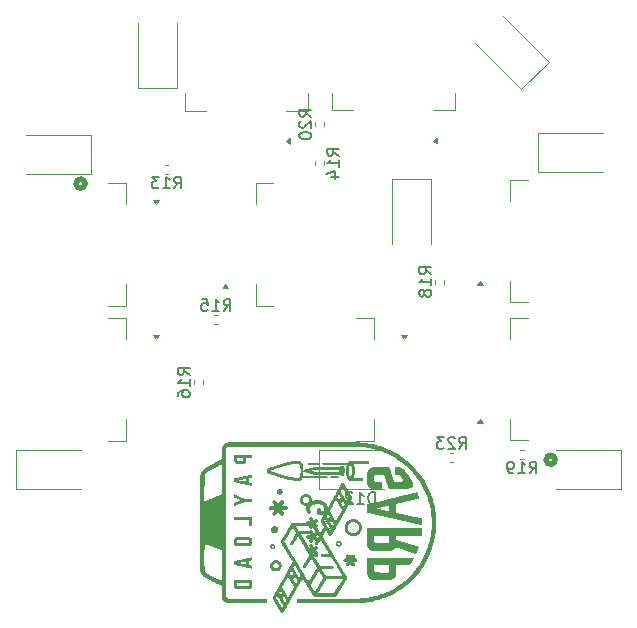
<source format=gbr>
%TF.GenerationSoftware,KiCad,Pcbnew,8.0.1*%
%TF.CreationDate,2024-09-20T18:09:38-07:00*%
%TF.ProjectId,motor_control_design,6d6f746f-725f-4636-9f6e-74726f6c5f64,rev?*%
%TF.SameCoordinates,Original*%
%TF.FileFunction,Legend,Bot*%
%TF.FilePolarity,Positive*%
%FSLAX46Y46*%
G04 Gerber Fmt 4.6, Leading zero omitted, Abs format (unit mm)*
G04 Created by KiCad (PCBNEW 8.0.1) date 2024-09-20 18:09:38*
%MOMM*%
%LPD*%
G01*
G04 APERTURE LIST*
%ADD10C,0.150000*%
%ADD11C,0.300000*%
%ADD12C,0.508000*%
%ADD13C,0.120000*%
%ADD14C,0.000000*%
G04 APERTURE END LIST*
D10*
X148636819Y-72507143D02*
X148160628Y-72173810D01*
X148636819Y-71935715D02*
X147636819Y-71935715D01*
X147636819Y-71935715D02*
X147636819Y-72316667D01*
X147636819Y-72316667D02*
X147684438Y-72411905D01*
X147684438Y-72411905D02*
X147732057Y-72459524D01*
X147732057Y-72459524D02*
X147827295Y-72507143D01*
X147827295Y-72507143D02*
X147970152Y-72507143D01*
X147970152Y-72507143D02*
X148065390Y-72459524D01*
X148065390Y-72459524D02*
X148113009Y-72411905D01*
X148113009Y-72411905D02*
X148160628Y-72316667D01*
X148160628Y-72316667D02*
X148160628Y-71935715D01*
X147732057Y-72888096D02*
X147684438Y-72935715D01*
X147684438Y-72935715D02*
X147636819Y-73030953D01*
X147636819Y-73030953D02*
X147636819Y-73269048D01*
X147636819Y-73269048D02*
X147684438Y-73364286D01*
X147684438Y-73364286D02*
X147732057Y-73411905D01*
X147732057Y-73411905D02*
X147827295Y-73459524D01*
X147827295Y-73459524D02*
X147922533Y-73459524D01*
X147922533Y-73459524D02*
X148065390Y-73411905D01*
X148065390Y-73411905D02*
X148636819Y-72840477D01*
X148636819Y-72840477D02*
X148636819Y-73459524D01*
X147636819Y-74078572D02*
X147636819Y-74173810D01*
X147636819Y-74173810D02*
X147684438Y-74269048D01*
X147684438Y-74269048D02*
X147732057Y-74316667D01*
X147732057Y-74316667D02*
X147827295Y-74364286D01*
X147827295Y-74364286D02*
X148017771Y-74411905D01*
X148017771Y-74411905D02*
X148255866Y-74411905D01*
X148255866Y-74411905D02*
X148446342Y-74364286D01*
X148446342Y-74364286D02*
X148541580Y-74316667D01*
X148541580Y-74316667D02*
X148589200Y-74269048D01*
X148589200Y-74269048D02*
X148636819Y-74173810D01*
X148636819Y-74173810D02*
X148636819Y-74078572D01*
X148636819Y-74078572D02*
X148589200Y-73983334D01*
X148589200Y-73983334D02*
X148541580Y-73935715D01*
X148541580Y-73935715D02*
X148446342Y-73888096D01*
X148446342Y-73888096D02*
X148255866Y-73840477D01*
X148255866Y-73840477D02*
X148017771Y-73840477D01*
X148017771Y-73840477D02*
X147827295Y-73888096D01*
X147827295Y-73888096D02*
X147732057Y-73935715D01*
X147732057Y-73935715D02*
X147684438Y-73983334D01*
X147684438Y-73983334D02*
X147636819Y-74078572D01*
X158796819Y-85844142D02*
X158320628Y-85510809D01*
X158796819Y-85272714D02*
X157796819Y-85272714D01*
X157796819Y-85272714D02*
X157796819Y-85653666D01*
X157796819Y-85653666D02*
X157844438Y-85748904D01*
X157844438Y-85748904D02*
X157892057Y-85796523D01*
X157892057Y-85796523D02*
X157987295Y-85844142D01*
X157987295Y-85844142D02*
X158130152Y-85844142D01*
X158130152Y-85844142D02*
X158225390Y-85796523D01*
X158225390Y-85796523D02*
X158273009Y-85748904D01*
X158273009Y-85748904D02*
X158320628Y-85653666D01*
X158320628Y-85653666D02*
X158320628Y-85272714D01*
X158796819Y-86796523D02*
X158796819Y-86225095D01*
X158796819Y-86510809D02*
X157796819Y-86510809D01*
X157796819Y-86510809D02*
X157939676Y-86415571D01*
X157939676Y-86415571D02*
X158034914Y-86320333D01*
X158034914Y-86320333D02*
X158082533Y-86225095D01*
X158225390Y-87367952D02*
X158177771Y-87272714D01*
X158177771Y-87272714D02*
X158130152Y-87225095D01*
X158130152Y-87225095D02*
X158034914Y-87177476D01*
X158034914Y-87177476D02*
X157987295Y-87177476D01*
X157987295Y-87177476D02*
X157892057Y-87225095D01*
X157892057Y-87225095D02*
X157844438Y-87272714D01*
X157844438Y-87272714D02*
X157796819Y-87367952D01*
X157796819Y-87367952D02*
X157796819Y-87558428D01*
X157796819Y-87558428D02*
X157844438Y-87653666D01*
X157844438Y-87653666D02*
X157892057Y-87701285D01*
X157892057Y-87701285D02*
X157987295Y-87748904D01*
X157987295Y-87748904D02*
X158034914Y-87748904D01*
X158034914Y-87748904D02*
X158130152Y-87701285D01*
X158130152Y-87701285D02*
X158177771Y-87653666D01*
X158177771Y-87653666D02*
X158225390Y-87558428D01*
X158225390Y-87558428D02*
X158225390Y-87367952D01*
X158225390Y-87367952D02*
X158273009Y-87272714D01*
X158273009Y-87272714D02*
X158320628Y-87225095D01*
X158320628Y-87225095D02*
X158415866Y-87177476D01*
X158415866Y-87177476D02*
X158606342Y-87177476D01*
X158606342Y-87177476D02*
X158701580Y-87225095D01*
X158701580Y-87225095D02*
X158749200Y-87272714D01*
X158749200Y-87272714D02*
X158796819Y-87367952D01*
X158796819Y-87367952D02*
X158796819Y-87558428D01*
X158796819Y-87558428D02*
X158749200Y-87653666D01*
X158749200Y-87653666D02*
X158701580Y-87701285D01*
X158701580Y-87701285D02*
X158606342Y-87748904D01*
X158606342Y-87748904D02*
X158415866Y-87748904D01*
X158415866Y-87748904D02*
X158320628Y-87701285D01*
X158320628Y-87701285D02*
X158273009Y-87653666D01*
X158273009Y-87653666D02*
X158225390Y-87558428D01*
X137042856Y-78586819D02*
X137376189Y-78110628D01*
X137614284Y-78586819D02*
X137614284Y-77586819D01*
X137614284Y-77586819D02*
X137233332Y-77586819D01*
X137233332Y-77586819D02*
X137138094Y-77634438D01*
X137138094Y-77634438D02*
X137090475Y-77682057D01*
X137090475Y-77682057D02*
X137042856Y-77777295D01*
X137042856Y-77777295D02*
X137042856Y-77920152D01*
X137042856Y-77920152D02*
X137090475Y-78015390D01*
X137090475Y-78015390D02*
X137138094Y-78063009D01*
X137138094Y-78063009D02*
X137233332Y-78110628D01*
X137233332Y-78110628D02*
X137614284Y-78110628D01*
X136090475Y-78586819D02*
X136661903Y-78586819D01*
X136376189Y-78586819D02*
X136376189Y-77586819D01*
X136376189Y-77586819D02*
X136471427Y-77729676D01*
X136471427Y-77729676D02*
X136566665Y-77824914D01*
X136566665Y-77824914D02*
X136661903Y-77872533D01*
X135757141Y-77586819D02*
X135138094Y-77586819D01*
X135138094Y-77586819D02*
X135471427Y-77967771D01*
X135471427Y-77967771D02*
X135328570Y-77967771D01*
X135328570Y-77967771D02*
X135233332Y-78015390D01*
X135233332Y-78015390D02*
X135185713Y-78063009D01*
X135185713Y-78063009D02*
X135138094Y-78158247D01*
X135138094Y-78158247D02*
X135138094Y-78396342D01*
X135138094Y-78396342D02*
X135185713Y-78491580D01*
X135185713Y-78491580D02*
X135233332Y-78539200D01*
X135233332Y-78539200D02*
X135328570Y-78586819D01*
X135328570Y-78586819D02*
X135614284Y-78586819D01*
X135614284Y-78586819D02*
X135709522Y-78539200D01*
X135709522Y-78539200D02*
X135757141Y-78491580D01*
X154027284Y-105316819D02*
X154027284Y-104316819D01*
X154027284Y-104316819D02*
X153789189Y-104316819D01*
X153789189Y-104316819D02*
X153646332Y-104364438D01*
X153646332Y-104364438D02*
X153551094Y-104459676D01*
X153551094Y-104459676D02*
X153503475Y-104554914D01*
X153503475Y-104554914D02*
X153455856Y-104745390D01*
X153455856Y-104745390D02*
X153455856Y-104888247D01*
X153455856Y-104888247D02*
X153503475Y-105078723D01*
X153503475Y-105078723D02*
X153551094Y-105173961D01*
X153551094Y-105173961D02*
X153646332Y-105269200D01*
X153646332Y-105269200D02*
X153789189Y-105316819D01*
X153789189Y-105316819D02*
X154027284Y-105316819D01*
X152503475Y-105316819D02*
X153074903Y-105316819D01*
X152789189Y-105316819D02*
X152789189Y-104316819D01*
X152789189Y-104316819D02*
X152884427Y-104459676D01*
X152884427Y-104459676D02*
X152979665Y-104554914D01*
X152979665Y-104554914D02*
X153074903Y-104602533D01*
X152122522Y-104412057D02*
X152074903Y-104364438D01*
X152074903Y-104364438D02*
X151979665Y-104316819D01*
X151979665Y-104316819D02*
X151741570Y-104316819D01*
X151741570Y-104316819D02*
X151646332Y-104364438D01*
X151646332Y-104364438D02*
X151598713Y-104412057D01*
X151598713Y-104412057D02*
X151551094Y-104507295D01*
X151551094Y-104507295D02*
X151551094Y-104602533D01*
X151551094Y-104602533D02*
X151598713Y-104745390D01*
X151598713Y-104745390D02*
X152170141Y-105316819D01*
X152170141Y-105316819D02*
X151551094Y-105316819D01*
X150976819Y-75811142D02*
X150500628Y-75477809D01*
X150976819Y-75239714D02*
X149976819Y-75239714D01*
X149976819Y-75239714D02*
X149976819Y-75620666D01*
X149976819Y-75620666D02*
X150024438Y-75715904D01*
X150024438Y-75715904D02*
X150072057Y-75763523D01*
X150072057Y-75763523D02*
X150167295Y-75811142D01*
X150167295Y-75811142D02*
X150310152Y-75811142D01*
X150310152Y-75811142D02*
X150405390Y-75763523D01*
X150405390Y-75763523D02*
X150453009Y-75715904D01*
X150453009Y-75715904D02*
X150500628Y-75620666D01*
X150500628Y-75620666D02*
X150500628Y-75239714D01*
X150976819Y-76763523D02*
X150976819Y-76192095D01*
X150976819Y-76477809D02*
X149976819Y-76477809D01*
X149976819Y-76477809D02*
X150119676Y-76382571D01*
X150119676Y-76382571D02*
X150214914Y-76287333D01*
X150214914Y-76287333D02*
X150262533Y-76192095D01*
X150310152Y-77620666D02*
X150976819Y-77620666D01*
X149929200Y-77382571D02*
X150643485Y-77144476D01*
X150643485Y-77144476D02*
X150643485Y-77763523D01*
X138349819Y-94355141D02*
X137873628Y-94021808D01*
X138349819Y-93783713D02*
X137349819Y-93783713D01*
X137349819Y-93783713D02*
X137349819Y-94164665D01*
X137349819Y-94164665D02*
X137397438Y-94259903D01*
X137397438Y-94259903D02*
X137445057Y-94307522D01*
X137445057Y-94307522D02*
X137540295Y-94355141D01*
X137540295Y-94355141D02*
X137683152Y-94355141D01*
X137683152Y-94355141D02*
X137778390Y-94307522D01*
X137778390Y-94307522D02*
X137826009Y-94259903D01*
X137826009Y-94259903D02*
X137873628Y-94164665D01*
X137873628Y-94164665D02*
X137873628Y-93783713D01*
X138349819Y-95307522D02*
X138349819Y-94736094D01*
X138349819Y-95021808D02*
X137349819Y-95021808D01*
X137349819Y-95021808D02*
X137492676Y-94926570D01*
X137492676Y-94926570D02*
X137587914Y-94831332D01*
X137587914Y-94831332D02*
X137635533Y-94736094D01*
X137349819Y-96164665D02*
X137349819Y-95974189D01*
X137349819Y-95974189D02*
X137397438Y-95878951D01*
X137397438Y-95878951D02*
X137445057Y-95831332D01*
X137445057Y-95831332D02*
X137587914Y-95736094D01*
X137587914Y-95736094D02*
X137778390Y-95688475D01*
X137778390Y-95688475D02*
X138159342Y-95688475D01*
X138159342Y-95688475D02*
X138254580Y-95736094D01*
X138254580Y-95736094D02*
X138302200Y-95783713D01*
X138302200Y-95783713D02*
X138349819Y-95878951D01*
X138349819Y-95878951D02*
X138349819Y-96069427D01*
X138349819Y-96069427D02*
X138302200Y-96164665D01*
X138302200Y-96164665D02*
X138254580Y-96212284D01*
X138254580Y-96212284D02*
X138159342Y-96259903D01*
X138159342Y-96259903D02*
X137921247Y-96259903D01*
X137921247Y-96259903D02*
X137826009Y-96212284D01*
X137826009Y-96212284D02*
X137778390Y-96164665D01*
X137778390Y-96164665D02*
X137730771Y-96069427D01*
X137730771Y-96069427D02*
X137730771Y-95878951D01*
X137730771Y-95878951D02*
X137778390Y-95783713D01*
X137778390Y-95783713D02*
X137826009Y-95736094D01*
X137826009Y-95736094D02*
X137921247Y-95688475D01*
X167139857Y-102716819D02*
X167473190Y-102240628D01*
X167711285Y-102716819D02*
X167711285Y-101716819D01*
X167711285Y-101716819D02*
X167330333Y-101716819D01*
X167330333Y-101716819D02*
X167235095Y-101764438D01*
X167235095Y-101764438D02*
X167187476Y-101812057D01*
X167187476Y-101812057D02*
X167139857Y-101907295D01*
X167139857Y-101907295D02*
X167139857Y-102050152D01*
X167139857Y-102050152D02*
X167187476Y-102145390D01*
X167187476Y-102145390D02*
X167235095Y-102193009D01*
X167235095Y-102193009D02*
X167330333Y-102240628D01*
X167330333Y-102240628D02*
X167711285Y-102240628D01*
X166187476Y-102716819D02*
X166758904Y-102716819D01*
X166473190Y-102716819D02*
X166473190Y-101716819D01*
X166473190Y-101716819D02*
X166568428Y-101859676D01*
X166568428Y-101859676D02*
X166663666Y-101954914D01*
X166663666Y-101954914D02*
X166758904Y-102002533D01*
X165711285Y-102716819D02*
X165520809Y-102716819D01*
X165520809Y-102716819D02*
X165425571Y-102669200D01*
X165425571Y-102669200D02*
X165377952Y-102621580D01*
X165377952Y-102621580D02*
X165282714Y-102478723D01*
X165282714Y-102478723D02*
X165235095Y-102288247D01*
X165235095Y-102288247D02*
X165235095Y-101907295D01*
X165235095Y-101907295D02*
X165282714Y-101812057D01*
X165282714Y-101812057D02*
X165330333Y-101764438D01*
X165330333Y-101764438D02*
X165425571Y-101716819D01*
X165425571Y-101716819D02*
X165616047Y-101716819D01*
X165616047Y-101716819D02*
X165711285Y-101764438D01*
X165711285Y-101764438D02*
X165758904Y-101812057D01*
X165758904Y-101812057D02*
X165806523Y-101907295D01*
X165806523Y-101907295D02*
X165806523Y-102145390D01*
X165806523Y-102145390D02*
X165758904Y-102240628D01*
X165758904Y-102240628D02*
X165711285Y-102288247D01*
X165711285Y-102288247D02*
X165616047Y-102335866D01*
X165616047Y-102335866D02*
X165425571Y-102335866D01*
X165425571Y-102335866D02*
X165330333Y-102288247D01*
X165330333Y-102288247D02*
X165282714Y-102240628D01*
X165282714Y-102240628D02*
X165235095Y-102145390D01*
X161170857Y-100630819D02*
X161504190Y-100154628D01*
X161742285Y-100630819D02*
X161742285Y-99630819D01*
X161742285Y-99630819D02*
X161361333Y-99630819D01*
X161361333Y-99630819D02*
X161266095Y-99678438D01*
X161266095Y-99678438D02*
X161218476Y-99726057D01*
X161218476Y-99726057D02*
X161170857Y-99821295D01*
X161170857Y-99821295D02*
X161170857Y-99964152D01*
X161170857Y-99964152D02*
X161218476Y-100059390D01*
X161218476Y-100059390D02*
X161266095Y-100107009D01*
X161266095Y-100107009D02*
X161361333Y-100154628D01*
X161361333Y-100154628D02*
X161742285Y-100154628D01*
X160789904Y-99726057D02*
X160742285Y-99678438D01*
X160742285Y-99678438D02*
X160647047Y-99630819D01*
X160647047Y-99630819D02*
X160408952Y-99630819D01*
X160408952Y-99630819D02*
X160313714Y-99678438D01*
X160313714Y-99678438D02*
X160266095Y-99726057D01*
X160266095Y-99726057D02*
X160218476Y-99821295D01*
X160218476Y-99821295D02*
X160218476Y-99916533D01*
X160218476Y-99916533D02*
X160266095Y-100059390D01*
X160266095Y-100059390D02*
X160837523Y-100630819D01*
X160837523Y-100630819D02*
X160218476Y-100630819D01*
X159885142Y-99630819D02*
X159266095Y-99630819D01*
X159266095Y-99630819D02*
X159599428Y-100011771D01*
X159599428Y-100011771D02*
X159456571Y-100011771D01*
X159456571Y-100011771D02*
X159361333Y-100059390D01*
X159361333Y-100059390D02*
X159313714Y-100107009D01*
X159313714Y-100107009D02*
X159266095Y-100202247D01*
X159266095Y-100202247D02*
X159266095Y-100440342D01*
X159266095Y-100440342D02*
X159313714Y-100535580D01*
X159313714Y-100535580D02*
X159361333Y-100583200D01*
X159361333Y-100583200D02*
X159456571Y-100630819D01*
X159456571Y-100630819D02*
X159742285Y-100630819D01*
X159742285Y-100630819D02*
X159837523Y-100583200D01*
X159837523Y-100583200D02*
X159885142Y-100535580D01*
X141231857Y-88946819D02*
X141565190Y-88470628D01*
X141803285Y-88946819D02*
X141803285Y-87946819D01*
X141803285Y-87946819D02*
X141422333Y-87946819D01*
X141422333Y-87946819D02*
X141327095Y-87994438D01*
X141327095Y-87994438D02*
X141279476Y-88042057D01*
X141279476Y-88042057D02*
X141231857Y-88137295D01*
X141231857Y-88137295D02*
X141231857Y-88280152D01*
X141231857Y-88280152D02*
X141279476Y-88375390D01*
X141279476Y-88375390D02*
X141327095Y-88423009D01*
X141327095Y-88423009D02*
X141422333Y-88470628D01*
X141422333Y-88470628D02*
X141803285Y-88470628D01*
X140279476Y-88946819D02*
X140850904Y-88946819D01*
X140565190Y-88946819D02*
X140565190Y-87946819D01*
X140565190Y-87946819D02*
X140660428Y-88089676D01*
X140660428Y-88089676D02*
X140755666Y-88184914D01*
X140755666Y-88184914D02*
X140850904Y-88232533D01*
X139374714Y-87946819D02*
X139850904Y-87946819D01*
X139850904Y-87946819D02*
X139898523Y-88423009D01*
X139898523Y-88423009D02*
X139850904Y-88375390D01*
X139850904Y-88375390D02*
X139755666Y-88327771D01*
X139755666Y-88327771D02*
X139517571Y-88327771D01*
X139517571Y-88327771D02*
X139422333Y-88375390D01*
X139422333Y-88375390D02*
X139374714Y-88423009D01*
X139374714Y-88423009D02*
X139327095Y-88518247D01*
X139327095Y-88518247D02*
X139327095Y-88756342D01*
X139327095Y-88756342D02*
X139374714Y-88851580D01*
X139374714Y-88851580D02*
X139422333Y-88899200D01*
X139422333Y-88899200D02*
X139517571Y-88946819D01*
X139517571Y-88946819D02*
X139755666Y-88946819D01*
X139755666Y-88946819D02*
X139850904Y-88899200D01*
X139850904Y-88899200D02*
X139898523Y-88851580D01*
D11*
X148474757Y-105993572D02*
X148403328Y-105850715D01*
X148403328Y-105850715D02*
X148403328Y-105636429D01*
X148403328Y-105636429D02*
X148474757Y-105422143D01*
X148474757Y-105422143D02*
X148617614Y-105279286D01*
X148617614Y-105279286D02*
X148760471Y-105207857D01*
X148760471Y-105207857D02*
X149046185Y-105136429D01*
X149046185Y-105136429D02*
X149260471Y-105136429D01*
X149260471Y-105136429D02*
X149546185Y-105207857D01*
X149546185Y-105207857D02*
X149689042Y-105279286D01*
X149689042Y-105279286D02*
X149831900Y-105422143D01*
X149831900Y-105422143D02*
X149903328Y-105636429D01*
X149903328Y-105636429D02*
X149903328Y-105779286D01*
X149903328Y-105779286D02*
X149831900Y-105993572D01*
X149831900Y-105993572D02*
X149760471Y-106065000D01*
X149760471Y-106065000D02*
X149260471Y-106065000D01*
X149260471Y-106065000D02*
X149260471Y-105779286D01*
X148403328Y-106922143D02*
X148760471Y-106922143D01*
X148617614Y-106565000D02*
X148760471Y-106922143D01*
X148760471Y-106922143D02*
X148617614Y-107279286D01*
X149046185Y-106707857D02*
X148760471Y-106922143D01*
X148760471Y-106922143D02*
X149046185Y-107136429D01*
X148403328Y-108065000D02*
X148760471Y-108065000D01*
X148617614Y-107707857D02*
X148760471Y-108065000D01*
X148760471Y-108065000D02*
X148617614Y-108422143D01*
X149046185Y-107850714D02*
X148760471Y-108065000D01*
X148760471Y-108065000D02*
X149046185Y-108279286D01*
X148403328Y-109207857D02*
X148760471Y-109207857D01*
X148617614Y-108850714D02*
X148760471Y-109207857D01*
X148760471Y-109207857D02*
X148617614Y-109565000D01*
X149046185Y-108993571D02*
X148760471Y-109207857D01*
X148760471Y-109207857D02*
X149046185Y-109422143D01*
D12*
%TO.C,J6*%
X129491940Y-78180600D02*
G75*
G02*
X128729952Y-78180600I-380994J0D01*
G01*
X128729952Y-78180600D02*
G75*
G02*
X129491940Y-78180600I380994J0D01*
G01*
%TO.C,J8*%
X169293194Y-101561896D02*
G75*
G02*
X168531206Y-101561896I-380994J0D01*
G01*
X168531206Y-101561896D02*
G75*
G02*
X169293194Y-101561896I380994J0D01*
G01*
D13*
%TO.C,R20*%
X148972000Y-73303642D02*
X148972000Y-72996360D01*
X149732000Y-73303642D02*
X149732000Y-72996360D01*
%TO.C,Q14*%
X150375000Y-71978000D02*
X150375000Y-70478000D01*
X152185000Y-71978000D02*
X150375000Y-71978000D01*
X158965000Y-71978000D02*
X160775000Y-71978000D01*
X160775000Y-71978000D02*
X160775000Y-70478000D01*
X159295000Y-74780500D02*
X158965000Y-74540500D01*
X159295000Y-74300500D01*
X159295000Y-74780500D01*
G36*
X159295000Y-74780500D02*
G01*
X158965000Y-74540500D01*
X159295000Y-74300500D01*
X159295000Y-74780500D01*
G37*
%TO.C,D4*%
X130002000Y-77342000D02*
X130002000Y-74042000D01*
X124492000Y-77342000D02*
X130002000Y-77342000D01*
X124492000Y-74042000D02*
X130002000Y-74042000D01*
%TO.C,D5*%
X129145000Y-104012000D02*
X123635000Y-104012000D01*
X129145000Y-100712000D02*
X123635000Y-100712000D01*
X123635000Y-100712000D02*
X123635000Y-104012000D01*
%TO.C,D8*%
X173354999Y-77215000D02*
X167844999Y-77215000D01*
X173354999Y-73915000D02*
X167844999Y-73915000D01*
X167844999Y-73915000D02*
X167844999Y-77215000D01*
%TO.C,R18*%
X159132000Y-86640641D02*
X159132000Y-86333359D01*
X159892000Y-86640641D02*
X159892000Y-86333359D01*
%TO.C,D7*%
X137286000Y-64548000D02*
X137286000Y-70058000D01*
X133986000Y-70058000D02*
X137286000Y-70058000D01*
X133986000Y-64548000D02*
X133986000Y-70058000D01*
%TO.C,R13*%
X136553640Y-76582000D02*
X136246358Y-76582000D01*
X136553640Y-77342000D02*
X136246358Y-77342000D01*
%TO.C,Q6*%
X165482000Y-77839000D02*
X166982000Y-77839000D01*
X165482000Y-79649000D02*
X165482000Y-77839000D01*
X165482000Y-86429000D02*
X165482000Y-88239000D01*
X165482000Y-88239000D02*
X166982000Y-88239000D01*
X163159500Y-86759000D02*
X162679500Y-86759000D01*
X162919500Y-86429000D01*
X163159500Y-86759000D01*
G36*
X163159500Y-86759000D02*
G01*
X162679500Y-86759000D01*
X162919500Y-86429000D01*
X163159500Y-86759000D01*
G37*
%TO.C,D12*%
X154812999Y-104012000D02*
X149302999Y-104012000D01*
X154812999Y-100712000D02*
X149302999Y-100712000D01*
X149302999Y-100712000D02*
X149302999Y-104012000D01*
%TO.C,R14*%
X148972000Y-76300359D02*
X148972000Y-76607641D01*
X149732000Y-76300359D02*
X149732000Y-76607641D01*
%TO.C,Q2*%
X132956000Y-78112000D02*
X131456000Y-78112000D01*
X132956000Y-79922000D02*
X132956000Y-78112000D01*
X132956000Y-86702000D02*
X132956000Y-88512000D01*
X132956000Y-88512000D02*
X131456000Y-88512000D01*
X135518500Y-79922000D02*
X135278500Y-79592000D01*
X135758500Y-79592000D01*
X135518500Y-79922000D01*
G36*
X135518500Y-79922000D02*
G01*
X135278500Y-79592000D01*
X135758500Y-79592000D01*
X135518500Y-79922000D01*
G37*
%TO.C,D9*%
X174865000Y-104012000D02*
X174865000Y-100712000D01*
X169355000Y-104012000D02*
X174865000Y-104012000D01*
X169355000Y-100712000D02*
X174865000Y-100712000D01*
%TO.C,Q9*%
X132961999Y-98131998D02*
X132962001Y-99941997D01*
X132962000Y-91351999D02*
X132962001Y-89541997D01*
X132962001Y-89541997D02*
X131462001Y-89541998D01*
X132962001Y-99941997D02*
X131461999Y-99941998D01*
X135524501Y-91351996D02*
X135284500Y-91021998D01*
X135764501Y-91021994D01*
X135524501Y-91351996D01*
G36*
X135524501Y-91351996D02*
G01*
X135284500Y-91021998D01*
X135764501Y-91021994D01*
X135524501Y-91351996D01*
G37*
%TO.C,R16*%
X138685000Y-95151640D02*
X138685000Y-94844358D01*
X139445000Y-95151640D02*
X139445000Y-94844358D01*
%TO.C,D6*%
X158767000Y-83280000D02*
X158767000Y-77770000D01*
X158767000Y-77770000D02*
X155467000Y-77770000D01*
X155467000Y-83280000D02*
X155467000Y-77770000D01*
%TO.C,R19*%
X166650641Y-100712000D02*
X166343359Y-100712000D01*
X166650641Y-101472000D02*
X166343359Y-101472000D01*
%TO.C,Q7*%
X165482000Y-89523000D02*
X166982000Y-89523000D01*
X165482000Y-91333000D02*
X165482000Y-89523000D01*
X165482000Y-98113000D02*
X165482000Y-99923000D01*
X165482000Y-99923000D02*
X166982000Y-99923000D01*
X163159500Y-98443000D02*
X162679500Y-98443000D01*
X162919500Y-98113000D01*
X163159500Y-98443000D01*
G36*
X163159500Y-98443000D02*
G01*
X162679500Y-98443000D01*
X162919500Y-98113000D01*
X163159500Y-98443000D01*
G37*
%TO.C,Q3*%
X143940000Y-78112000D02*
X145440000Y-78112000D01*
X143940000Y-79922000D02*
X143940000Y-78112000D01*
X143940000Y-86702000D02*
X143940000Y-88512000D01*
X143940000Y-88512000D02*
X145440000Y-88512000D01*
X141617500Y-87032000D02*
X141137500Y-87032000D01*
X141377500Y-86702000D01*
X141617500Y-87032000D01*
G36*
X141617500Y-87032000D02*
G01*
X141137500Y-87032000D01*
X141377500Y-86702000D01*
X141617500Y-87032000D01*
G37*
%TO.C,Q15*%
X153953000Y-89542000D02*
X152453000Y-89542000D01*
X153953000Y-91352000D02*
X153953000Y-89542000D01*
X153953000Y-98132000D02*
X153953000Y-99942000D01*
X153953000Y-99942000D02*
X152453000Y-99942000D01*
X156515500Y-91352000D02*
X156275500Y-91022000D01*
X156755500Y-91022000D01*
X156515500Y-91352000D01*
G36*
X156515500Y-91352000D02*
G01*
X156275500Y-91022000D01*
X156755500Y-91022000D01*
X156515500Y-91352000D01*
G37*
%TO.C,R23*%
X160374359Y-100966000D02*
X160681641Y-100966000D01*
X160374359Y-101726000D02*
X160681641Y-101726000D01*
%TO.C,D10*%
X166415219Y-70196671D02*
X168748671Y-67863219D01*
X164852513Y-63967060D02*
X168748671Y-67863219D01*
X162519060Y-66300513D02*
X166415219Y-70196671D01*
%TO.C,Q1*%
X137948000Y-71996000D02*
X137948000Y-70496000D01*
X139758000Y-71996000D02*
X137948000Y-71996000D01*
X146538000Y-71996000D02*
X148348000Y-71996000D01*
X148348000Y-71996000D02*
X148348000Y-70496000D01*
X146868000Y-74798500D02*
X146538000Y-74558500D01*
X146868000Y-74318500D01*
X146868000Y-74798500D01*
G36*
X146868000Y-74798500D02*
G01*
X146538000Y-74558500D01*
X146868000Y-74318500D01*
X146868000Y-74798500D01*
G37*
%TO.C,R15*%
X140435359Y-89282000D02*
X140742641Y-89282000D01*
X140435359Y-90042000D02*
X140742641Y-90042000D01*
D14*
%TO.C,G\u002A\u002A\u002A*%
G36*
X143634727Y-106416001D02*
G01*
X143642119Y-106423394D01*
X143642119Y-106777490D01*
X143642119Y-107131586D01*
X143634727Y-107138978D01*
X143627336Y-107146370D01*
X143517151Y-107146370D01*
X143406966Y-107146370D01*
X143399575Y-107138978D01*
X143392184Y-107131587D01*
X143392184Y-106899611D01*
X143392184Y-106667635D01*
X142767414Y-106666854D01*
X142142646Y-106666073D01*
X142134297Y-106657728D01*
X142125948Y-106649383D01*
X142124985Y-106549323D01*
X142124865Y-106534461D01*
X142124768Y-106510595D01*
X142124793Y-106488613D01*
X142124934Y-106469345D01*
X142125183Y-106453616D01*
X142125535Y-106442254D01*
X142125979Y-106436087D01*
X142129346Y-106424630D01*
X142135086Y-106415761D01*
X142142236Y-106408610D01*
X142884786Y-106408610D01*
X143627336Y-106408610D01*
X143634727Y-106416001D01*
G37*
G36*
X150540785Y-102961112D02*
G01*
X150580771Y-102961184D01*
X150622225Y-102961298D01*
X150909801Y-102962220D01*
X150922429Y-102968970D01*
X150926036Y-102971021D01*
X150940912Y-102982244D01*
X150952953Y-102995777D01*
X150960607Y-103009958D01*
X150962282Y-103015193D01*
X150965471Y-103036323D01*
X150963088Y-103056605D01*
X150955445Y-103075205D01*
X150942854Y-103091287D01*
X150925623Y-103104016D01*
X150909801Y-103112784D01*
X150617784Y-103113609D01*
X150590015Y-103113681D01*
X150537651Y-103113772D01*
X150491090Y-103113792D01*
X150450184Y-103113735D01*
X150414787Y-103113601D01*
X150384750Y-103113388D01*
X150359927Y-103113099D01*
X150340170Y-103112728D01*
X150325330Y-103112277D01*
X150315263Y-103111742D01*
X150309819Y-103111124D01*
X150306303Y-103110298D01*
X150287866Y-103102443D01*
X150272203Y-103089524D01*
X150259993Y-103072076D01*
X150256010Y-103063981D01*
X150253145Y-103055571D01*
X150252111Y-103046534D01*
X150252371Y-103034197D01*
X150252611Y-103030018D01*
X150254101Y-103017782D01*
X150257148Y-103008044D01*
X150262523Y-102998061D01*
X150268343Y-102990106D01*
X150282903Y-102976872D01*
X150300447Y-102967197D01*
X150319166Y-102962227D01*
X150320059Y-102962150D01*
X150326904Y-102961902D01*
X150339202Y-102961684D01*
X150356510Y-102961498D01*
X150378385Y-102961344D01*
X150404386Y-102961224D01*
X150434069Y-102961140D01*
X150466992Y-102961092D01*
X150502711Y-102961083D01*
X150540785Y-102961112D01*
G37*
G36*
X148763691Y-101832095D02*
G01*
X148829500Y-101832201D01*
X149232529Y-101832997D01*
X149244778Y-101839554D01*
X149251081Y-101843262D01*
X149266913Y-101856773D01*
X149278548Y-101874292D01*
X149286296Y-101896233D01*
X149287063Y-101902938D01*
X149286188Y-101915717D01*
X149283282Y-101929613D01*
X149278762Y-101942085D01*
X149273293Y-101951376D01*
X149259580Y-101965570D01*
X149241055Y-101976540D01*
X149240393Y-101976825D01*
X149238334Y-101977588D01*
X149235782Y-101978270D01*
X149232429Y-101978879D01*
X149227968Y-101979417D01*
X149222093Y-101979887D01*
X149214495Y-101980293D01*
X149204868Y-101980638D01*
X149192904Y-101980927D01*
X149178296Y-101981162D01*
X149160738Y-101981347D01*
X149139921Y-101981484D01*
X149115541Y-101981580D01*
X149087286Y-101981636D01*
X149054852Y-101981655D01*
X149017932Y-101981642D01*
X148976218Y-101981600D01*
X148929403Y-101981532D01*
X148877180Y-101981442D01*
X148819241Y-101981335D01*
X148409980Y-101980549D01*
X148395240Y-101971435D01*
X148383042Y-101961835D01*
X148371386Y-101947581D01*
X148368968Y-101943567D01*
X148365369Y-101936404D01*
X148363351Y-101929219D01*
X148362468Y-101920014D01*
X148362273Y-101906789D01*
X148362300Y-101900713D01*
X148362722Y-101889414D01*
X148363978Y-101881473D01*
X148366472Y-101875008D01*
X148370612Y-101868136D01*
X148373385Y-101864259D01*
X148385723Y-101851320D01*
X148400360Y-101840844D01*
X148415163Y-101834451D01*
X148417320Y-101834157D01*
X148425752Y-101833698D01*
X148440131Y-101833296D01*
X148460413Y-101832948D01*
X148486548Y-101832658D01*
X148518492Y-101832421D01*
X148556197Y-101832243D01*
X148599616Y-101832120D01*
X148648702Y-101832054D01*
X148703410Y-101832046D01*
X148763691Y-101832095D01*
G37*
G36*
X145977134Y-104007149D02*
G01*
X145999695Y-104007498D01*
X146019171Y-104008741D01*
X146035805Y-104011150D01*
X146051129Y-104015027D01*
X146066679Y-104020668D01*
X146083985Y-104028371D01*
X146090806Y-104031715D01*
X146124100Y-104051935D01*
X146153721Y-104076656D01*
X146179271Y-104105369D01*
X146200349Y-104137567D01*
X146216555Y-104172743D01*
X146227489Y-104210389D01*
X146227751Y-104211689D01*
X146229729Y-104227453D01*
X146230604Y-104247012D01*
X146230430Y-104268447D01*
X146229263Y-104289840D01*
X146227159Y-104309270D01*
X146224173Y-104324817D01*
X146219399Y-104340829D01*
X146204695Y-104375902D01*
X146185283Y-104407948D01*
X146161673Y-104436595D01*
X146134376Y-104461474D01*
X146103899Y-104482214D01*
X146070754Y-104498446D01*
X146035451Y-104509800D01*
X145998498Y-104515904D01*
X145960406Y-104516388D01*
X145948502Y-104515361D01*
X145910393Y-104508301D01*
X145874390Y-104495898D01*
X145840958Y-104478527D01*
X145810565Y-104456566D01*
X145783679Y-104430385D01*
X145760766Y-104400365D01*
X145742294Y-104366878D01*
X145728731Y-104330300D01*
X145724325Y-104310172D01*
X145721350Y-104285015D01*
X145720342Y-104259756D01*
X145971046Y-104259756D01*
X145972836Y-104263086D01*
X145974560Y-104263717D01*
X145979383Y-104262260D01*
X145980648Y-104260393D01*
X145978859Y-104257063D01*
X145977134Y-104256432D01*
X145972311Y-104257890D01*
X145971046Y-104259756D01*
X145720342Y-104259756D01*
X145720290Y-104258458D01*
X145721231Y-104232763D01*
X145724256Y-104210191D01*
X145726298Y-104200981D01*
X145738120Y-104164344D01*
X145755111Y-104130299D01*
X145776871Y-104099286D01*
X145803006Y-104071733D01*
X145833117Y-104048077D01*
X145866809Y-104028750D01*
X145903683Y-104014187D01*
X145910991Y-104012013D01*
X145919928Y-104009886D01*
X145929347Y-104008472D01*
X145940633Y-104007633D01*
X145955169Y-104007232D01*
X145974342Y-104007129D01*
X145975842Y-104007129D01*
X145977134Y-104007149D01*
G37*
G36*
X145561518Y-107170513D02*
G01*
X145603609Y-107174144D01*
X145644090Y-107183226D01*
X145682546Y-107197384D01*
X145718561Y-107216249D01*
X145751720Y-107239449D01*
X145781606Y-107266611D01*
X145807804Y-107297365D01*
X145829898Y-107331340D01*
X145847471Y-107368163D01*
X145860109Y-107407463D01*
X145867395Y-107448869D01*
X145867899Y-107453688D01*
X145869234Y-107467787D01*
X145869840Y-107478791D01*
X145869713Y-107488951D01*
X145868846Y-107500519D01*
X145867234Y-107515748D01*
X145859794Y-107557695D01*
X145846853Y-107598441D01*
X145828857Y-107636483D01*
X145806133Y-107671444D01*
X145779003Y-107702951D01*
X145747794Y-107730627D01*
X145712827Y-107754098D01*
X145674428Y-107772990D01*
X145632921Y-107786924D01*
X145629801Y-107787736D01*
X145617293Y-107790674D01*
X145605662Y-107792658D01*
X145593184Y-107793871D01*
X145578132Y-107794495D01*
X145558787Y-107794710D01*
X145549800Y-107794695D01*
X145526174Y-107794066D01*
X145507344Y-107792517D01*
X145492436Y-107789985D01*
X145454078Y-107778803D01*
X145414315Y-107761662D01*
X145377867Y-107739886D01*
X145345060Y-107713820D01*
X145316220Y-107683804D01*
X145291672Y-107650184D01*
X145271741Y-107613302D01*
X145256754Y-107573502D01*
X145247034Y-107531127D01*
X145246118Y-107524470D01*
X145244547Y-107501938D01*
X145244548Y-107488904D01*
X145495293Y-107488904D01*
X145499641Y-107505894D01*
X145509696Y-107521489D01*
X145512563Y-107524566D01*
X145527533Y-107535961D01*
X145544165Y-107542289D01*
X145561415Y-107543591D01*
X145578243Y-107539907D01*
X145593604Y-107531277D01*
X145606458Y-107517742D01*
X145611834Y-107508161D01*
X145616435Y-107491128D01*
X145616185Y-107473378D01*
X145611185Y-107456469D01*
X145601536Y-107441955D01*
X145597493Y-107438017D01*
X145582636Y-107428414D01*
X145566015Y-107423559D01*
X145548835Y-107423354D01*
X145532299Y-107427703D01*
X145517610Y-107436507D01*
X145505974Y-107449671D01*
X145503849Y-107453213D01*
X145496685Y-107471138D01*
X145495293Y-107488904D01*
X145244548Y-107488904D01*
X145244549Y-107476572D01*
X145246022Y-107450561D01*
X145248862Y-107426088D01*
X145252966Y-107405338D01*
X145265066Y-107368330D01*
X145283131Y-107330552D01*
X145305813Y-107295902D01*
X145332659Y-107264732D01*
X145363214Y-107237391D01*
X145397026Y-107214234D01*
X145433643Y-107195610D01*
X145472608Y-107181872D01*
X145513470Y-107173372D01*
X145548835Y-107170938D01*
X145555776Y-107170460D01*
X145561518Y-107170513D01*
G37*
G36*
X145378835Y-108698914D02*
G01*
X145396454Y-108698973D01*
X145409826Y-108699328D01*
X145420138Y-108700155D01*
X145428857Y-108701629D01*
X145437446Y-108703923D01*
X145447371Y-108707215D01*
X145453130Y-108709294D01*
X145487261Y-108725143D01*
X145517747Y-108745587D01*
X145544248Y-108770268D01*
X145566430Y-108798827D01*
X145583952Y-108830903D01*
X145596479Y-108866138D01*
X145596832Y-108867490D01*
X145599866Y-108884869D01*
X145601459Y-108905844D01*
X145601649Y-108928517D01*
X145600471Y-108950992D01*
X145597962Y-108971370D01*
X145594158Y-108987757D01*
X145592392Y-108993028D01*
X145577472Y-109027218D01*
X145557908Y-109057883D01*
X145534120Y-109084673D01*
X145506528Y-109107234D01*
X145475554Y-109125216D01*
X145441615Y-109138265D01*
X145405136Y-109146029D01*
X145381693Y-109147803D01*
X145346820Y-109145642D01*
X145312688Y-109138017D01*
X145280061Y-109125250D01*
X145249700Y-109107659D01*
X145222368Y-109085567D01*
X145198826Y-109059292D01*
X145194292Y-109053124D01*
X145176002Y-109023048D01*
X145163248Y-108991593D01*
X145155780Y-108958001D01*
X145153347Y-108921509D01*
X145153367Y-108917928D01*
X145153680Y-108913887D01*
X145291739Y-108913887D01*
X145292221Y-108933704D01*
X145297221Y-108952842D01*
X145306535Y-108970472D01*
X145319955Y-108985761D01*
X145337274Y-108997879D01*
X145358285Y-109005996D01*
X145374357Y-109008599D01*
X145395668Y-109007020D01*
X145416656Y-108999470D01*
X145421825Y-108996492D01*
X145434851Y-108986288D01*
X145446872Y-108973602D01*
X145455653Y-108960655D01*
X145458637Y-108953198D01*
X145461868Y-108938105D01*
X145463126Y-108921132D01*
X145462292Y-108904653D01*
X145459243Y-108891051D01*
X145459042Y-108890512D01*
X145449032Y-108871836D01*
X145435052Y-108856834D01*
X145418057Y-108845738D01*
X145399000Y-108838786D01*
X145378835Y-108836212D01*
X145358517Y-108838250D01*
X145338999Y-108845134D01*
X145321234Y-108857100D01*
X145319482Y-108858681D01*
X145305163Y-108875545D01*
X145295985Y-108894224D01*
X145291739Y-108913887D01*
X145153680Y-108913887D01*
X145156119Y-108882363D01*
X145163706Y-108849982D01*
X145176423Y-108820079D01*
X145194565Y-108791944D01*
X145218424Y-108764869D01*
X145219425Y-108763873D01*
X145241081Y-108744083D01*
X145262097Y-108728721D01*
X145284135Y-108716724D01*
X145308853Y-108707032D01*
X145317450Y-108704280D01*
X145326469Y-108701908D01*
X145335556Y-108700360D01*
X145346199Y-108699461D01*
X145359889Y-108699037D01*
X145378112Y-108698913D01*
X145378557Y-108698913D01*
X145378835Y-108698914D01*
G37*
G36*
X151004073Y-108409468D02*
G01*
X151037984Y-108417868D01*
X151070896Y-108431288D01*
X151102302Y-108449874D01*
X151131692Y-108473780D01*
X151132843Y-108474871D01*
X151159492Y-108503869D01*
X151180707Y-108535103D01*
X151196860Y-108569212D01*
X151208314Y-108606832D01*
X151209005Y-108610294D01*
X151210589Y-108624513D01*
X151211363Y-108643689D01*
X151211291Y-108667057D01*
X151210929Y-108681840D01*
X151210275Y-108696117D01*
X151209170Y-108707353D01*
X151207371Y-108717198D01*
X151204637Y-108727305D01*
X151200727Y-108739328D01*
X151198346Y-108746080D01*
X151182033Y-108782173D01*
X151160994Y-108814723D01*
X151135503Y-108843416D01*
X151105831Y-108867939D01*
X151072249Y-108887976D01*
X151055138Y-108895659D01*
X151019611Y-108906862D01*
X150982463Y-108912817D01*
X150944667Y-108913470D01*
X150907193Y-108908771D01*
X150871015Y-108898668D01*
X150854012Y-108891733D01*
X150820912Y-108873574D01*
X150790953Y-108850697D01*
X150764619Y-108823641D01*
X150742396Y-108792942D01*
X150724769Y-108759138D01*
X150712223Y-108722765D01*
X150708668Y-108705537D01*
X150705844Y-108678498D01*
X150705725Y-108669087D01*
X150844120Y-108669087D01*
X150848273Y-108692113D01*
X150857113Y-108713919D01*
X150870528Y-108733740D01*
X150888405Y-108750811D01*
X150910630Y-108764365D01*
X150917264Y-108767418D01*
X150926310Y-108770911D01*
X150934930Y-108772884D01*
X150945273Y-108773759D01*
X150959487Y-108773957D01*
X150965483Y-108773931D01*
X150978302Y-108773479D01*
X150988002Y-108772171D01*
X150996691Y-108769626D01*
X151006476Y-108765462D01*
X151017015Y-108759746D01*
X151035773Y-108745333D01*
X151051961Y-108727437D01*
X151063934Y-108707709D01*
X151066510Y-108701852D01*
X151070163Y-108690949D01*
X151072165Y-108679206D01*
X151073055Y-108664046D01*
X151073067Y-108655095D01*
X151069766Y-108628791D01*
X151061353Y-108605656D01*
X151047787Y-108585620D01*
X151029027Y-108568619D01*
X151005027Y-108554584D01*
X151003006Y-108553638D01*
X150992491Y-108549173D01*
X150983380Y-108546638D01*
X150973202Y-108545532D01*
X150959487Y-108545355D01*
X150940462Y-108546528D01*
X150919327Y-108551354D01*
X150900524Y-108560453D01*
X150882507Y-108574407D01*
X150876660Y-108580106D01*
X150860925Y-108600352D01*
X150850333Y-108622440D01*
X150844770Y-108645608D01*
X150844120Y-108669087D01*
X150705725Y-108669087D01*
X150705483Y-108649979D01*
X150707589Y-108622304D01*
X150712160Y-108597798D01*
X150721687Y-108568471D01*
X150737668Y-108534939D01*
X150757727Y-108504926D01*
X150781356Y-108478580D01*
X150808048Y-108456053D01*
X150837294Y-108437492D01*
X150868587Y-108423053D01*
X150901419Y-108412878D01*
X150935282Y-108407124D01*
X150959487Y-108406287D01*
X150969669Y-108405936D01*
X151004073Y-108409468D01*
G37*
G36*
X145652975Y-110055750D02*
G01*
X145705579Y-110058940D01*
X145757531Y-110067860D01*
X145794962Y-110078112D01*
X145843647Y-110096632D01*
X145889618Y-110120121D01*
X145932560Y-110148220D01*
X145972154Y-110180565D01*
X146008087Y-110216792D01*
X146040042Y-110256539D01*
X146067704Y-110299442D01*
X146090758Y-110345137D01*
X146108887Y-110393263D01*
X146121776Y-110443455D01*
X146129109Y-110495351D01*
X146129813Y-110504835D01*
X146130350Y-110555921D01*
X146125605Y-110607071D01*
X146115763Y-110657278D01*
X146101013Y-110705534D01*
X146081542Y-110750833D01*
X146063094Y-110784552D01*
X146032863Y-110829507D01*
X145998266Y-110870334D01*
X145959356Y-110906971D01*
X145916185Y-110939360D01*
X145887296Y-110957221D01*
X145840399Y-110980684D01*
X145791874Y-110998684D01*
X145742167Y-111011259D01*
X145691728Y-111018450D01*
X145641007Y-111020295D01*
X145590453Y-111016833D01*
X145540513Y-111008105D01*
X145491639Y-110994149D01*
X145444278Y-110975005D01*
X145398880Y-110950712D01*
X145355895Y-110921308D01*
X145315770Y-110886834D01*
X145297771Y-110868673D01*
X145262893Y-110827339D01*
X145233090Y-110782777D01*
X145208398Y-110735056D01*
X145188856Y-110684240D01*
X145174500Y-110630402D01*
X145172133Y-110617272D01*
X145169100Y-110590960D01*
X145167406Y-110561548D01*
X145167191Y-110542690D01*
X145418666Y-110542690D01*
X145419812Y-110567614D01*
X145423242Y-110589182D01*
X145423397Y-110589823D01*
X145434921Y-110625192D01*
X145451286Y-110657515D01*
X145472012Y-110686428D01*
X145496619Y-110711568D01*
X145524626Y-110732579D01*
X145555553Y-110749095D01*
X145588919Y-110760756D01*
X145624244Y-110767200D01*
X145661047Y-110768067D01*
X145691889Y-110764328D01*
X145726770Y-110754818D01*
X145759270Y-110740146D01*
X145788943Y-110720666D01*
X145815337Y-110696736D01*
X145838008Y-110668708D01*
X145856506Y-110636942D01*
X145870383Y-110601794D01*
X145870908Y-110600052D01*
X145875136Y-110580373D01*
X145877717Y-110557334D01*
X145878563Y-110533168D01*
X145877589Y-110510104D01*
X145874708Y-110490377D01*
X145872093Y-110479796D01*
X145859702Y-110445068D01*
X145842378Y-110413188D01*
X145820581Y-110384623D01*
X145794768Y-110359827D01*
X145765398Y-110339265D01*
X145732929Y-110323394D01*
X145697818Y-110312676D01*
X145679379Y-110309703D01*
X145652975Y-110308196D01*
X145625634Y-110309215D01*
X145599534Y-110312655D01*
X145576855Y-110318416D01*
X145571222Y-110320405D01*
X145540651Y-110334172D01*
X145512760Y-110352328D01*
X145486259Y-110375690D01*
X145481862Y-110380177D01*
X145459445Y-110406829D01*
X145442088Y-110435099D01*
X145428971Y-110466287D01*
X145427921Y-110469528D01*
X145422822Y-110491473D01*
X145419703Y-110516585D01*
X145418666Y-110542690D01*
X145167191Y-110542690D01*
X145167056Y-110530795D01*
X145168054Y-110500455D01*
X145170402Y-110472288D01*
X145174106Y-110448048D01*
X145183530Y-110408823D01*
X145200677Y-110358218D01*
X145223006Y-110310422D01*
X145250739Y-110264976D01*
X145284100Y-110221421D01*
X145291592Y-110212845D01*
X145325288Y-110179414D01*
X145363412Y-110148818D01*
X145404957Y-110121728D01*
X145448914Y-110098820D01*
X145494277Y-110080767D01*
X145496582Y-110079998D01*
X145547402Y-110066302D01*
X145599712Y-110058201D01*
X145652705Y-110055735D01*
X145652975Y-110055750D01*
G37*
G36*
X143271212Y-101148364D02*
G01*
X143328036Y-101148415D01*
X143379491Y-101148494D01*
X143425685Y-101148602D01*
X143466718Y-101148739D01*
X143502698Y-101148905D01*
X143533726Y-101149102D01*
X143559907Y-101149329D01*
X143581346Y-101149586D01*
X143598146Y-101149874D01*
X143610411Y-101150193D01*
X143618246Y-101150543D01*
X143621754Y-101150925D01*
X143630115Y-101154713D01*
X143637442Y-101162347D01*
X143637899Y-101163298D01*
X143639012Y-101166963D01*
X143639909Y-101172584D01*
X143640611Y-101180742D01*
X143641142Y-101192017D01*
X143641524Y-101206990D01*
X143641778Y-101226242D01*
X143641929Y-101250355D01*
X143641998Y-101279909D01*
X143642119Y-101389300D01*
X143633317Y-101398102D01*
X143624514Y-101406903D01*
X143378865Y-101406903D01*
X143133215Y-101406903D01*
X143133215Y-101540509D01*
X143133204Y-101559506D01*
X143133115Y-101590936D01*
X143132919Y-101617251D01*
X143132604Y-101639042D01*
X143132151Y-101656901D01*
X143131543Y-101671421D01*
X143130763Y-101683193D01*
X143129794Y-101692807D01*
X143128620Y-101700860D01*
X143127132Y-101708979D01*
X143116988Y-101748097D01*
X143102650Y-101782897D01*
X143084092Y-101813398D01*
X143061295Y-101839623D01*
X143034239Y-101861593D01*
X143002902Y-101879328D01*
X142967264Y-101892849D01*
X142927302Y-101902177D01*
X142921645Y-101902844D01*
X142909216Y-101903663D01*
X142891727Y-101904400D01*
X142869738Y-101905052D01*
X142843796Y-101905621D01*
X142814455Y-101906106D01*
X142782269Y-101906507D01*
X142747789Y-101906824D01*
X142711568Y-101907056D01*
X142674160Y-101907205D01*
X142636115Y-101907268D01*
X142597988Y-101907247D01*
X142560330Y-101907141D01*
X142523695Y-101906950D01*
X142488634Y-101906674D01*
X142455701Y-101906312D01*
X142425448Y-101905865D01*
X142398427Y-101905332D01*
X142375192Y-101904713D01*
X142356296Y-101904009D01*
X142342289Y-101903218D01*
X142333725Y-101902341D01*
X142323679Y-101900559D01*
X142284870Y-101890521D01*
X142250256Y-101876162D01*
X142219859Y-101857504D01*
X142193700Y-101834570D01*
X142171801Y-101807380D01*
X142154185Y-101775958D01*
X142140872Y-101740324D01*
X142131886Y-101700501D01*
X142131429Y-101697429D01*
X142130673Y-101690761D01*
X142130015Y-101682418D01*
X142129449Y-101672003D01*
X142128968Y-101659121D01*
X142128567Y-101643379D01*
X142128240Y-101624379D01*
X142127979Y-101601728D01*
X142127781Y-101575031D01*
X142127635Y-101543891D01*
X142127538Y-101507915D01*
X142127484Y-101466705D01*
X142127466Y-101419868D01*
X142127465Y-101406903D01*
X142377389Y-101406903D01*
X142377389Y-101494082D01*
X142377465Y-101514775D01*
X142377757Y-101538410D01*
X142378243Y-101559172D01*
X142378901Y-101576276D01*
X142379704Y-101588932D01*
X142380626Y-101596355D01*
X142381706Y-101600901D01*
X142388199Y-101617266D01*
X142398472Y-101629749D01*
X142413476Y-101639603D01*
X142429984Y-101647965D01*
X142633534Y-101647132D01*
X142837083Y-101646300D01*
X142851736Y-101637238D01*
X142864671Y-101626899D01*
X142874082Y-101613239D01*
X142881775Y-101598300D01*
X142882719Y-101502602D01*
X142883663Y-101406903D01*
X142630526Y-101406903D01*
X142377389Y-101406903D01*
X142127465Y-101406903D01*
X142127454Y-101166337D01*
X142134722Y-101157889D01*
X142141988Y-101149440D01*
X142377389Y-101149157D01*
X142876245Y-101148558D01*
X142902950Y-101148528D01*
X142988169Y-101148440D01*
X143067501Y-101148380D01*
X143141049Y-101148347D01*
X143208918Y-101148341D01*
X143271212Y-101148364D01*
G37*
G36*
X148254963Y-104462027D02*
G01*
X148309553Y-104471217D01*
X148329939Y-104476220D01*
X148381315Y-104493028D01*
X148430288Y-104515151D01*
X148476491Y-104542297D01*
X148519557Y-104574176D01*
X148559118Y-104610495D01*
X148594807Y-104650966D01*
X148626258Y-104695297D01*
X148653102Y-104743199D01*
X148656400Y-104750013D01*
X148675481Y-104795637D01*
X148689702Y-104842469D01*
X148699609Y-104892253D01*
X148701691Y-104911308D01*
X148702906Y-104935698D01*
X148703142Y-104962740D01*
X148702444Y-104990747D01*
X148700854Y-105018031D01*
X148698416Y-105042908D01*
X148695175Y-105063690D01*
X148691681Y-105079788D01*
X148676475Y-105131841D01*
X148655832Y-105181966D01*
X148630066Y-105229562D01*
X148599488Y-105274028D01*
X148564411Y-105314766D01*
X148538421Y-105340158D01*
X148495875Y-105375334D01*
X148450773Y-105405114D01*
X148402855Y-105429643D01*
X148351861Y-105449066D01*
X148297531Y-105463529D01*
X148284687Y-105465800D01*
X148261887Y-105468390D01*
X148235673Y-105470098D01*
X148207557Y-105470913D01*
X148179050Y-105470823D01*
X148151667Y-105469818D01*
X148126918Y-105467883D01*
X148106315Y-105465010D01*
X148104618Y-105464691D01*
X148052326Y-105451853D01*
X148001666Y-105433596D01*
X147953261Y-105410257D01*
X147907724Y-105382173D01*
X147865677Y-105349681D01*
X147827737Y-105313118D01*
X147803049Y-105284518D01*
X147771269Y-105240428D01*
X147744727Y-105194117D01*
X147723418Y-105145993D01*
X147707341Y-105096460D01*
X147696491Y-105045921D01*
X147690864Y-104994785D01*
X147690732Y-104978085D01*
X147943124Y-104978085D01*
X147943837Y-104989941D01*
X147946341Y-105012596D01*
X147950605Y-105032704D01*
X147957201Y-105052599D01*
X147966699Y-105074615D01*
X147969235Y-105079886D01*
X147988867Y-105112888D01*
X148013083Y-105142342D01*
X148041365Y-105167835D01*
X148073199Y-105188960D01*
X148108070Y-105205308D01*
X148145462Y-105216470D01*
X148153030Y-105217852D01*
X148173176Y-105219836D01*
X148196061Y-105220336D01*
X148219559Y-105219410D01*
X148241544Y-105217112D01*
X148259890Y-105213499D01*
X148264894Y-105212103D01*
X148301915Y-105198427D01*
X148335837Y-105179893D01*
X148366261Y-105156902D01*
X148392787Y-105129854D01*
X148415015Y-105099149D01*
X148432544Y-105065188D01*
X148444974Y-105028371D01*
X148445904Y-105024615D01*
X148451999Y-104986678D01*
X148452274Y-104948841D01*
X148446890Y-104911660D01*
X148436013Y-104875691D01*
X148419806Y-104841490D01*
X148398432Y-104809613D01*
X148372055Y-104780615D01*
X148362355Y-104771824D01*
X148330987Y-104748526D01*
X148297274Y-104730724D01*
X148261479Y-104718512D01*
X148223857Y-104711989D01*
X148184667Y-104711247D01*
X148173811Y-104711956D01*
X148150993Y-104714579D01*
X148130726Y-104718995D01*
X148110610Y-104725809D01*
X148088248Y-104735629D01*
X148058465Y-104751963D01*
X148028549Y-104774227D01*
X148002520Y-104800811D01*
X147979774Y-104832251D01*
X147979155Y-104833245D01*
X147961769Y-104866619D01*
X147950026Y-104901650D01*
X147943840Y-104938688D01*
X147943124Y-104978085D01*
X147690732Y-104978085D01*
X147690457Y-104943455D01*
X147695268Y-104892338D01*
X147705293Y-104841837D01*
X147720528Y-104792359D01*
X147740970Y-104744309D01*
X147766616Y-104698092D01*
X147797462Y-104654114D01*
X147833506Y-104612779D01*
X147857038Y-104589985D01*
X147899308Y-104555501D01*
X147944505Y-104526065D01*
X147992233Y-104501793D01*
X148042095Y-104482803D01*
X148093695Y-104469214D01*
X148146637Y-104461143D01*
X148184667Y-104459425D01*
X148200525Y-104458708D01*
X148254963Y-104462027D01*
G37*
G36*
X142159548Y-104497860D02*
G01*
X142164859Y-104499908D01*
X142175332Y-104504084D01*
X142190656Y-104510261D01*
X142210524Y-104518311D01*
X142234625Y-104528113D01*
X142262651Y-104539536D01*
X142294292Y-104552455D01*
X142329240Y-104566744D01*
X142367186Y-104582277D01*
X142407819Y-104598926D01*
X142450831Y-104616568D01*
X142495915Y-104635074D01*
X142542759Y-104654318D01*
X142591054Y-104674175D01*
X143015555Y-104848776D01*
X143318599Y-104848776D01*
X143621642Y-104848776D01*
X143631880Y-104859015D01*
X143642119Y-104869253D01*
X143642119Y-104975097D01*
X143642108Y-104997419D01*
X143642013Y-105023488D01*
X143641742Y-105044552D01*
X143641207Y-105061195D01*
X143640314Y-105074009D01*
X143638978Y-105083585D01*
X143637104Y-105090507D01*
X143634605Y-105095367D01*
X143631388Y-105098755D01*
X143627365Y-105101258D01*
X143622442Y-105103465D01*
X143621978Y-105103642D01*
X143619171Y-105104339D01*
X143614745Y-105104955D01*
X143608360Y-105105495D01*
X143599678Y-105105963D01*
X143588361Y-105106365D01*
X143574068Y-105106704D01*
X143556464Y-105106986D01*
X143535207Y-105107216D01*
X143509960Y-105107396D01*
X143480385Y-105107535D01*
X143446139Y-105107634D01*
X143406889Y-105107699D01*
X143362294Y-105107734D01*
X143312015Y-105107745D01*
X143011829Y-105107745D01*
X142589968Y-105281499D01*
X142579228Y-105285922D01*
X142522671Y-105309181D01*
X142469418Y-105331026D01*
X142419658Y-105351384D01*
X142373579Y-105370175D01*
X142331368Y-105387328D01*
X142293213Y-105402765D01*
X142259302Y-105416411D01*
X142229822Y-105428191D01*
X142204961Y-105438028D01*
X142184906Y-105445848D01*
X142169847Y-105451574D01*
X142159969Y-105455131D01*
X142155462Y-105456444D01*
X142148930Y-105456740D01*
X142141731Y-105455135D01*
X142135403Y-105450218D01*
X142132884Y-105447348D01*
X142130436Y-105443287D01*
X142128486Y-105437911D01*
X142126988Y-105430629D01*
X142125897Y-105420856D01*
X142125168Y-105408001D01*
X142124756Y-105391478D01*
X142124616Y-105370699D01*
X142124702Y-105345074D01*
X142124971Y-105314016D01*
X142125141Y-105297505D01*
X142125477Y-105271839D01*
X142125970Y-105251207D01*
X142126767Y-105234971D01*
X142128012Y-105222493D01*
X142129849Y-105213136D01*
X142132426Y-105206262D01*
X142135885Y-105201234D01*
X142140374Y-105197413D01*
X142146037Y-105194163D01*
X142153018Y-105190846D01*
X142153421Y-105190664D01*
X142159205Y-105188253D01*
X142170121Y-105183855D01*
X142185751Y-105177634D01*
X142205672Y-105169755D01*
X142229467Y-105160384D01*
X142256717Y-105149684D01*
X142287000Y-105137822D01*
X142319898Y-105124959D01*
X142354992Y-105111265D01*
X142391862Y-105096900D01*
X142430086Y-105082032D01*
X142438305Y-105078837D01*
X142475875Y-105064221D01*
X142511763Y-105050241D01*
X142545575Y-105037051D01*
X142576918Y-105024806D01*
X142605398Y-105013659D01*
X142630624Y-105003765D01*
X142652200Y-104995278D01*
X142669735Y-104988352D01*
X142682835Y-104983141D01*
X142691106Y-104979800D01*
X142694155Y-104978482D01*
X142693612Y-104978090D01*
X142688502Y-104975751D01*
X142678340Y-104971462D01*
X142663502Y-104965374D01*
X142644366Y-104957636D01*
X142621306Y-104948399D01*
X142594699Y-104937813D01*
X142564922Y-104926027D01*
X142532350Y-104913192D01*
X142497361Y-104899457D01*
X142460331Y-104884972D01*
X142421636Y-104869888D01*
X142408593Y-104864811D01*
X142362881Y-104846992D01*
X142322413Y-104831169D01*
X142286890Y-104817220D01*
X142256011Y-104805022D01*
X142229477Y-104794453D01*
X142206986Y-104785390D01*
X142188238Y-104777711D01*
X142172933Y-104771292D01*
X142160772Y-104766009D01*
X142151452Y-104761743D01*
X142144675Y-104758369D01*
X142140139Y-104755765D01*
X142137545Y-104753808D01*
X142136853Y-104753123D01*
X142133554Y-104749315D01*
X142130864Y-104744800D01*
X142128731Y-104738989D01*
X142127103Y-104731290D01*
X142125927Y-104721113D01*
X142125150Y-104707868D01*
X142124721Y-104690963D01*
X142124586Y-104669810D01*
X142124694Y-104643816D01*
X142124991Y-104612392D01*
X142125318Y-104587046D01*
X142125761Y-104563748D01*
X142126311Y-104545431D01*
X142126995Y-104531546D01*
X142127842Y-104521540D01*
X142128879Y-104514863D01*
X142130135Y-104510966D01*
X142130395Y-104510474D01*
X142137820Y-104502404D01*
X142148169Y-104497760D01*
X142158990Y-104497675D01*
X142159548Y-104497860D01*
G37*
G36*
X143215377Y-111744990D02*
G01*
X143280387Y-111745022D01*
X143339618Y-111745084D01*
X143393116Y-111745177D01*
X143440928Y-111745300D01*
X143483100Y-111745457D01*
X143519681Y-111745644D01*
X143550715Y-111745862D01*
X143576251Y-111746112D01*
X143596332Y-111746393D01*
X143611011Y-111746707D01*
X143620329Y-111747052D01*
X143624335Y-111747430D01*
X143624864Y-111747588D01*
X143633226Y-111751760D01*
X143638501Y-111757346D01*
X143638879Y-111758805D01*
X143639462Y-111764503D01*
X143639957Y-111774402D01*
X143640367Y-111788705D01*
X143640694Y-111807615D01*
X143640940Y-111831333D01*
X143641106Y-111860062D01*
X143641193Y-111894005D01*
X143641207Y-111933362D01*
X143641145Y-111978337D01*
X143641012Y-112029132D01*
X143640986Y-112037333D01*
X143640844Y-112083264D01*
X143640706Y-112123659D01*
X143640549Y-112158942D01*
X143640353Y-112189529D01*
X143640097Y-112215840D01*
X143639758Y-112238295D01*
X143639315Y-112257313D01*
X143638744Y-112273313D01*
X143638025Y-112286712D01*
X143637137Y-112297933D01*
X143636058Y-112307393D01*
X143634765Y-112315512D01*
X143633236Y-112322709D01*
X143631452Y-112329403D01*
X143629388Y-112336013D01*
X143627025Y-112342959D01*
X143624340Y-112350661D01*
X143622653Y-112355364D01*
X143607401Y-112388427D01*
X143587644Y-112417567D01*
X143563541Y-112442665D01*
X143535249Y-112463605D01*
X143502925Y-112480262D01*
X143466728Y-112492520D01*
X143426813Y-112500260D01*
X143422934Y-112500632D01*
X143415126Y-112501071D01*
X143403983Y-112501465D01*
X143389312Y-112501814D01*
X143370921Y-112502119D01*
X143348618Y-112502381D01*
X143322210Y-112502602D01*
X143291509Y-112502782D01*
X143256319Y-112502921D01*
X143216450Y-112503021D01*
X143171709Y-112503083D01*
X143121906Y-112503107D01*
X143066848Y-112503095D01*
X143006342Y-112503047D01*
X142940199Y-112502964D01*
X142868224Y-112502847D01*
X142336736Y-112501900D01*
X142308129Y-112493951D01*
X142302572Y-112492358D01*
X142287469Y-112487634D01*
X142273267Y-112482704D01*
X142262434Y-112478408D01*
X142255840Y-112475331D01*
X142226144Y-112457583D01*
X142199457Y-112435129D01*
X142176447Y-112408712D01*
X142157785Y-112379076D01*
X142144138Y-112346963D01*
X142143000Y-112343503D01*
X142140306Y-112335086D01*
X142137943Y-112327066D01*
X142135889Y-112319016D01*
X142134122Y-112310509D01*
X142132620Y-112301113D01*
X142131363Y-112290404D01*
X142130328Y-112277953D01*
X142129494Y-112263331D01*
X142128838Y-112246111D01*
X142128342Y-112225864D01*
X142127980Y-112202163D01*
X142127733Y-112174579D01*
X142127578Y-112142685D01*
X142127495Y-112106053D01*
X142127460Y-112064254D01*
X142127454Y-112016860D01*
X142127454Y-112003536D01*
X142377015Y-112003536D01*
X142377955Y-112102155D01*
X142378134Y-112119837D01*
X142378440Y-112143933D01*
X142378802Y-112163104D01*
X142379258Y-112178034D01*
X142379848Y-112189400D01*
X142380609Y-112197882D01*
X142381584Y-112204160D01*
X142382809Y-112208912D01*
X142384325Y-112212819D01*
X142390337Y-112223754D01*
X142402863Y-112237409D01*
X142419304Y-112246642D01*
X142421309Y-112247329D01*
X142423906Y-112247982D01*
X142427296Y-112248571D01*
X142431770Y-112249101D01*
X142437618Y-112249570D01*
X142445130Y-112249987D01*
X142454598Y-112250352D01*
X142466312Y-112250670D01*
X142480562Y-112250944D01*
X142497639Y-112251176D01*
X142517833Y-112251371D01*
X142541436Y-112251531D01*
X142568736Y-112251660D01*
X142600025Y-112251761D01*
X142635594Y-112251837D01*
X142675733Y-112251892D01*
X142720732Y-112251929D01*
X142770882Y-112251952D01*
X142826474Y-112251963D01*
X142887797Y-112251965D01*
X143342498Y-112251964D01*
X143354543Y-112245483D01*
X143363505Y-112239993D01*
X143376046Y-112228286D01*
X143385265Y-112212778D01*
X143386217Y-112210478D01*
X143387549Y-112206136D01*
X143388613Y-112200524D01*
X143389453Y-112192963D01*
X143390104Y-112182773D01*
X143390608Y-112169276D01*
X143391002Y-112151794D01*
X143391325Y-112129646D01*
X143391618Y-112102155D01*
X143392557Y-112003537D01*
X142884786Y-112003536D01*
X142377015Y-112003536D01*
X142127454Y-112003536D01*
X142127455Y-111762971D01*
X142134722Y-111754522D01*
X142141988Y-111746073D01*
X142377015Y-111745791D01*
X142877750Y-111745192D01*
X142896610Y-111745169D01*
X142985204Y-111745079D01*
X143067833Y-111745019D01*
X143144541Y-111744989D01*
X143215377Y-111744990D01*
G37*
G36*
X152229645Y-106571298D02*
G01*
X152291792Y-106575773D01*
X152324715Y-106580385D01*
X152388063Y-106593665D01*
X152449186Y-106612294D01*
X152507838Y-106636021D01*
X152563771Y-106664590D01*
X152616736Y-106697750D01*
X152666487Y-106735248D01*
X152712773Y-106776831D01*
X152755350Y-106822245D01*
X152793968Y-106871237D01*
X152828380Y-106923555D01*
X152858338Y-106978945D01*
X152883595Y-107037155D01*
X152903900Y-107097930D01*
X152919011Y-107161019D01*
X152928674Y-107226168D01*
X152929639Y-107238861D01*
X152930371Y-107259584D01*
X152930541Y-107283592D01*
X152930187Y-107309354D01*
X152929348Y-107335339D01*
X152928063Y-107360014D01*
X152926370Y-107381851D01*
X152924308Y-107399316D01*
X152919857Y-107425546D01*
X152906354Y-107484521D01*
X152888419Y-107542015D01*
X152866454Y-107596823D01*
X152840863Y-107647745D01*
X152838835Y-107651334D01*
X152803588Y-107707398D01*
X152763901Y-107759606D01*
X152720059Y-107807735D01*
X152672352Y-107851565D01*
X152621066Y-107890874D01*
X152566489Y-107925440D01*
X152508909Y-107955042D01*
X152448610Y-107979458D01*
X152385884Y-107998466D01*
X152367672Y-108002903D01*
X152328068Y-108010979D01*
X152289438Y-108016409D01*
X152249545Y-108019466D01*
X152206150Y-108020425D01*
X152182862Y-108020111D01*
X152119689Y-108015839D01*
X152058976Y-108006423D01*
X151999959Y-107991687D01*
X151941870Y-107971451D01*
X151883944Y-107945539D01*
X151836165Y-107919631D01*
X151781390Y-107883878D01*
X151730537Y-107843755D01*
X151683793Y-107799520D01*
X151641345Y-107751432D01*
X151603379Y-107699750D01*
X151570083Y-107644732D01*
X151541644Y-107586638D01*
X151518248Y-107525725D01*
X151500082Y-107462254D01*
X151487333Y-107396480D01*
X151485696Y-107383412D01*
X151483701Y-107358757D01*
X151482457Y-107330731D01*
X151481963Y-107300891D01*
X151481984Y-107298357D01*
X151733381Y-107298357D01*
X151734881Y-107336232D01*
X151741838Y-107387702D01*
X151754219Y-107437346D01*
X151771751Y-107484837D01*
X151794164Y-107529848D01*
X151821186Y-107572051D01*
X151852547Y-107611118D01*
X151887975Y-107646722D01*
X151927199Y-107678535D01*
X151969947Y-107706230D01*
X152015950Y-107729479D01*
X152064935Y-107747954D01*
X152116631Y-107761329D01*
X152141452Y-107765182D01*
X152172034Y-107767732D01*
X152204679Y-107768614D01*
X152237455Y-107767828D01*
X152268429Y-107765376D01*
X152295668Y-107761257D01*
X152327941Y-107753674D01*
X152378441Y-107737025D01*
X152426085Y-107715302D01*
X152470588Y-107688788D01*
X152511667Y-107657762D01*
X152549034Y-107622507D01*
X152582405Y-107583301D01*
X152611494Y-107540427D01*
X152636016Y-107494165D01*
X152655686Y-107444797D01*
X152670218Y-107392602D01*
X152670894Y-107389294D01*
X152673193Y-107373632D01*
X152675109Y-107353836D01*
X152676589Y-107331354D01*
X152677585Y-107307629D01*
X152678048Y-107284104D01*
X152677929Y-107262225D01*
X152677180Y-107243435D01*
X152675753Y-107229179D01*
X152664775Y-107177208D01*
X152647868Y-107125754D01*
X152625318Y-107076165D01*
X152597253Y-107028770D01*
X152591245Y-107020227D01*
X152575518Y-107000452D01*
X152556635Y-106979265D01*
X152535873Y-106957947D01*
X152514507Y-106937781D01*
X152493811Y-106920046D01*
X152475062Y-106906024D01*
X152430283Y-106878967D01*
X152381958Y-106856374D01*
X152332171Y-106839455D01*
X152281283Y-106828248D01*
X152229644Y-106822788D01*
X152177617Y-106823113D01*
X152125554Y-106829261D01*
X152073814Y-106841267D01*
X152022753Y-106859169D01*
X151997044Y-106870766D01*
X151952774Y-106895709D01*
X151911394Y-106925488D01*
X151873323Y-106959619D01*
X151838979Y-106997618D01*
X151808779Y-107038999D01*
X151783141Y-107083278D01*
X151762484Y-107129971D01*
X151747224Y-107178592D01*
X151743555Y-107193978D01*
X151738733Y-107218645D01*
X151735595Y-107242836D01*
X151733893Y-107268693D01*
X151733381Y-107298357D01*
X151481984Y-107298357D01*
X151482218Y-107270794D01*
X151483220Y-107242000D01*
X151484969Y-107216067D01*
X151487463Y-107194550D01*
X151493192Y-107161551D01*
X151508902Y-107096080D01*
X151529968Y-107033316D01*
X151556366Y-106973312D01*
X151588074Y-106916123D01*
X151625069Y-106861805D01*
X151656225Y-106823036D01*
X151701006Y-106775471D01*
X151749381Y-106732497D01*
X151801018Y-106694257D01*
X151855584Y-106660891D01*
X151912750Y-106632543D01*
X151972184Y-106609353D01*
X152033556Y-106591467D01*
X152096534Y-106579023D01*
X152160786Y-106572165D01*
X152225983Y-106571034D01*
X152229645Y-106571298D01*
G37*
G36*
X152178615Y-109576543D02*
G01*
X152210852Y-109579977D01*
X152240468Y-109588749D01*
X152267231Y-109602744D01*
X152290913Y-109621845D01*
X152311287Y-109645937D01*
X152316098Y-109653090D01*
X152331130Y-109681499D01*
X152340220Y-109710783D01*
X152343398Y-109741074D01*
X152340696Y-109772504D01*
X152339092Y-109781078D01*
X152336176Y-109793546D01*
X152332443Y-109804983D01*
X152327350Y-109816570D01*
X152320351Y-109829487D01*
X152310901Y-109844916D01*
X152298456Y-109864034D01*
X152272569Y-109903181D01*
X152344001Y-109904843D01*
X152349307Y-109904968D01*
X152371455Y-109905561D01*
X152388673Y-109906195D01*
X152401868Y-109906954D01*
X152411944Y-109907920D01*
X152419806Y-109909175D01*
X152426360Y-109910801D01*
X152432511Y-109912881D01*
X152460186Y-109926180D01*
X152485003Y-109944014D01*
X152506333Y-109965633D01*
X152523552Y-109990293D01*
X152536044Y-110017251D01*
X152543189Y-110045762D01*
X152543728Y-110049506D01*
X152545375Y-110063787D01*
X152545694Y-110075714D01*
X152544632Y-110088018D01*
X152542142Y-110103430D01*
X152533868Y-110133550D01*
X152520289Y-110161565D01*
X152501910Y-110186383D01*
X152479139Y-110207454D01*
X152452386Y-110224228D01*
X152448400Y-110226205D01*
X152436936Y-110231359D01*
X152425777Y-110235273D01*
X152413871Y-110238110D01*
X152400163Y-110240033D01*
X152383599Y-110241205D01*
X152363126Y-110241789D01*
X152337690Y-110241948D01*
X152321580Y-110241973D01*
X152304348Y-110242115D01*
X152291931Y-110242426D01*
X152283630Y-110242957D01*
X152278750Y-110243757D01*
X152276592Y-110244878D01*
X152276461Y-110246370D01*
X152276487Y-110246434D01*
X152278857Y-110250692D01*
X152283871Y-110258760D01*
X152290810Y-110269501D01*
X152298954Y-110281786D01*
X152299807Y-110283061D01*
X152315221Y-110307157D01*
X152326900Y-110328058D01*
X152335259Y-110346853D01*
X152340714Y-110364638D01*
X152343682Y-110382504D01*
X152344579Y-110401544D01*
X152343479Y-110420220D01*
X152337222Y-110449718D01*
X152325892Y-110477501D01*
X152310026Y-110502900D01*
X152290159Y-110525245D01*
X152266827Y-110543869D01*
X152240565Y-110558102D01*
X152211908Y-110567275D01*
X152210683Y-110567529D01*
X152193569Y-110569575D01*
X152173448Y-110569874D01*
X152152549Y-110568560D01*
X152133097Y-110565765D01*
X152117317Y-110561623D01*
X152110413Y-110558809D01*
X152094649Y-110550744D01*
X152078191Y-110540620D01*
X152063160Y-110529792D01*
X152051681Y-110519622D01*
X152048682Y-110515967D01*
X152042474Y-110507539D01*
X152033983Y-110495496D01*
X152023756Y-110480627D01*
X152012341Y-110463722D01*
X152000287Y-110445569D01*
X151957296Y-110380287D01*
X151915912Y-110442381D01*
X151908235Y-110453819D01*
X151896267Y-110471337D01*
X151885086Y-110487344D01*
X151875317Y-110500962D01*
X151867590Y-110511306D01*
X151862532Y-110517493D01*
X151853474Y-110526250D01*
X151835152Y-110540199D01*
X151814449Y-110552413D01*
X151793607Y-110561465D01*
X151788764Y-110562975D01*
X151770326Y-110566687D01*
X151749275Y-110568579D01*
X151727688Y-110568619D01*
X151707646Y-110566776D01*
X151691224Y-110563018D01*
X151663397Y-110551170D01*
X151636508Y-110534100D01*
X151613748Y-110513210D01*
X151595455Y-110488957D01*
X151581969Y-110461799D01*
X151573629Y-110432192D01*
X151570773Y-110400593D01*
X151570915Y-110392114D01*
X151572458Y-110373897D01*
X151576030Y-110356588D01*
X151582038Y-110339121D01*
X151590892Y-110320426D01*
X151603002Y-110299432D01*
X151618774Y-110275072D01*
X151640021Y-110243453D01*
X151570015Y-110241796D01*
X151553237Y-110241383D01*
X151534349Y-110240820D01*
X151519852Y-110240185D01*
X151508797Y-110239381D01*
X151500233Y-110238307D01*
X151493212Y-110236868D01*
X151486782Y-110234964D01*
X151479995Y-110232497D01*
X151454767Y-110220543D01*
X151429147Y-110202383D01*
X151407414Y-110179707D01*
X151389729Y-110152687D01*
X151376255Y-110121497D01*
X151376024Y-110120811D01*
X151372170Y-110103456D01*
X151370402Y-110082735D01*
X151370695Y-110060824D01*
X151373026Y-110039896D01*
X151377369Y-110022126D01*
X151385558Y-110001765D01*
X151401323Y-109974343D01*
X151421162Y-109951217D01*
X151445257Y-109932145D01*
X151450038Y-109929059D01*
X151461480Y-109922080D01*
X151471935Y-109916678D01*
X151482406Y-109912636D01*
X151493891Y-109909739D01*
X151507395Y-109907771D01*
X151523917Y-109906516D01*
X151544458Y-109905759D01*
X151570020Y-109905286D01*
X151582172Y-109905094D01*
X151600772Y-109904728D01*
X151616694Y-109904325D01*
X151629103Y-109903907D01*
X151637160Y-109903503D01*
X151640032Y-109903137D01*
X151639341Y-109901823D01*
X151635892Y-109896216D01*
X151630044Y-109887023D01*
X151622350Y-109875113D01*
X151613364Y-109861353D01*
X151608011Y-109853106D01*
X151595237Y-109832225D01*
X151585784Y-109814247D01*
X151579209Y-109797932D01*
X151575069Y-109782043D01*
X151572921Y-109765344D01*
X151572324Y-109746595D01*
X151572747Y-109733658D01*
X151577587Y-109701923D01*
X151587788Y-109672918D01*
X151603294Y-109646748D01*
X151624049Y-109623514D01*
X151649998Y-109603318D01*
X151651205Y-109602536D01*
X151671731Y-109591049D01*
X151692306Y-109583475D01*
X151714756Y-109579303D01*
X151740909Y-109578025D01*
X151742532Y-109578029D01*
X151768425Y-109579459D01*
X151790719Y-109583810D01*
X151811242Y-109591594D01*
X151831821Y-109603319D01*
X151832285Y-109603622D01*
X151841673Y-109610098D01*
X151850145Y-109616813D01*
X151858288Y-109624462D01*
X151866692Y-109633739D01*
X151875945Y-109645339D01*
X151886639Y-109659956D01*
X151899359Y-109678282D01*
X151914696Y-109701013D01*
X151924325Y-109715241D01*
X151935055Y-109730686D01*
X151944369Y-109743646D01*
X151951798Y-109753484D01*
X151956868Y-109759561D01*
X151959111Y-109761239D01*
X151960441Y-109759420D01*
X151964782Y-109753070D01*
X151971591Y-109742923D01*
X151980389Y-109729699D01*
X151990696Y-109714118D01*
X152002029Y-109696901D01*
X152009698Y-109685301D01*
X152024805Y-109663122D01*
X152037846Y-109645193D01*
X152049440Y-109630829D01*
X152060204Y-109619344D01*
X152070759Y-109610053D01*
X152081721Y-109602272D01*
X152093706Y-109595315D01*
X152097152Y-109593525D01*
X152120968Y-109583753D01*
X152146112Y-109578218D01*
X152174411Y-109576494D01*
X152178615Y-109576543D01*
G37*
G36*
X143623491Y-102819207D02*
G01*
X143628573Y-102821546D01*
X143634727Y-102826577D01*
X143642119Y-102833968D01*
X143642119Y-102945380D01*
X143642111Y-102956699D01*
X143641978Y-102988361D01*
X143641678Y-103014265D01*
X143641205Y-103034613D01*
X143640553Y-103049604D01*
X143639717Y-103059438D01*
X143638690Y-103064317D01*
X143638656Y-103064390D01*
X143633475Y-103070961D01*
X143625892Y-103076238D01*
X143622769Y-103077231D01*
X143613891Y-103079383D01*
X143600216Y-103082366D01*
X143582391Y-103086049D01*
X143561062Y-103090300D01*
X143536877Y-103094991D01*
X143510481Y-103099989D01*
X143482522Y-103105166D01*
X143460739Y-103109161D01*
X143434252Y-103114040D01*
X143409962Y-103118538D01*
X143388492Y-103122538D01*
X143370462Y-103125923D01*
X143356494Y-103128581D01*
X143347208Y-103130389D01*
X143343226Y-103131237D01*
X143343069Y-103131286D01*
X143341954Y-103131975D01*
X143341018Y-103133540D01*
X143340248Y-103136449D01*
X143339630Y-103141168D01*
X143339154Y-103148166D01*
X143338806Y-103157912D01*
X143338573Y-103170873D01*
X143338444Y-103187517D01*
X143338405Y-103208312D01*
X143338445Y-103233725D01*
X143338550Y-103264225D01*
X143338709Y-103300279D01*
X143339487Y-103467780D01*
X143478005Y-103494270D01*
X143503461Y-103499169D01*
X143530421Y-103504429D01*
X143555224Y-103509341D01*
X143577244Y-103513778D01*
X143595853Y-103517613D01*
X143610424Y-103520716D01*
X143620331Y-103522961D01*
X143624946Y-103524220D01*
X143628081Y-103525586D01*
X143631787Y-103527746D01*
X143634776Y-103530722D01*
X143637125Y-103535094D01*
X143638911Y-103541441D01*
X143640213Y-103550338D01*
X143641103Y-103562367D01*
X143641663Y-103578104D01*
X143641967Y-103598129D01*
X143642094Y-103623019D01*
X143642119Y-103653354D01*
X143642119Y-103658805D01*
X143642089Y-103688728D01*
X143641933Y-103713253D01*
X143641551Y-103732917D01*
X143640838Y-103748258D01*
X143639695Y-103759813D01*
X143638017Y-103768119D01*
X143635702Y-103773712D01*
X143632648Y-103777131D01*
X143628753Y-103778912D01*
X143623914Y-103779591D01*
X143618029Y-103779707D01*
X143617053Y-103779608D01*
X143610632Y-103778489D01*
X143598783Y-103776180D01*
X143581812Y-103772746D01*
X143560026Y-103768256D01*
X143533729Y-103762774D01*
X143503228Y-103756366D01*
X143468828Y-103749099D01*
X143430836Y-103741039D01*
X143389557Y-103732253D01*
X143345298Y-103722806D01*
X143298363Y-103712764D01*
X143249060Y-103702195D01*
X143197692Y-103691165D01*
X143144567Y-103679738D01*
X143089991Y-103667983D01*
X143034269Y-103655964D01*
X142977707Y-103643749D01*
X142920612Y-103631404D01*
X142863288Y-103618994D01*
X142806042Y-103606586D01*
X142749180Y-103594246D01*
X142693007Y-103582041D01*
X142637829Y-103570036D01*
X142583953Y-103558298D01*
X142531684Y-103546894D01*
X142481327Y-103535889D01*
X142433190Y-103525349D01*
X142387577Y-103515342D01*
X142344794Y-103505932D01*
X142305148Y-103497187D01*
X142268944Y-103489173D01*
X142236489Y-103481954D01*
X142208087Y-103475601D01*
X142184045Y-103470176D01*
X142164669Y-103465745D01*
X142150264Y-103462378D01*
X142141137Y-103460139D01*
X142137592Y-103459093D01*
X142132054Y-103454073D01*
X142127319Y-103446680D01*
X142126948Y-103444721D01*
X142126343Y-103436842D01*
X142125803Y-103423742D01*
X142125340Y-103405933D01*
X142124962Y-103383926D01*
X142124680Y-103358233D01*
X142124502Y-103329363D01*
X142124446Y-103299810D01*
X142465547Y-103299810D01*
X142466258Y-103299990D01*
X142471905Y-103301123D01*
X142482796Y-103303208D01*
X142498466Y-103306159D01*
X142518451Y-103309892D01*
X142542289Y-103314321D01*
X142569514Y-103319362D01*
X142599663Y-103324930D01*
X142632272Y-103330940D01*
X142666878Y-103337307D01*
X142703015Y-103343945D01*
X142740221Y-103350771D01*
X142778031Y-103357699D01*
X142815982Y-103364645D01*
X142853610Y-103371522D01*
X142890450Y-103378247D01*
X142926040Y-103384735D01*
X142959914Y-103390900D01*
X142991610Y-103396658D01*
X143020664Y-103401923D01*
X143046611Y-103406613D01*
X143068987Y-103410638D01*
X143087329Y-103413919D01*
X143101173Y-103416367D01*
X143110056Y-103417898D01*
X143113512Y-103418427D01*
X143114182Y-103418277D01*
X143115240Y-103417016D01*
X143116096Y-103414020D01*
X143116769Y-103408756D01*
X143117281Y-103400685D01*
X143117653Y-103389273D01*
X143117906Y-103373982D01*
X143118060Y-103354278D01*
X143118138Y-103329622D01*
X143118159Y-103299482D01*
X143118154Y-103291432D01*
X143118067Y-103265857D01*
X143117881Y-103242453D01*
X143117609Y-103221861D01*
X143117262Y-103204723D01*
X143116854Y-103191681D01*
X143116396Y-103183378D01*
X143115901Y-103180456D01*
X143114528Y-103180648D01*
X143107821Y-103181789D01*
X143095977Y-103183880D01*
X143079454Y-103186838D01*
X143058715Y-103190576D01*
X143034220Y-103195012D01*
X143006431Y-103200061D01*
X142975808Y-103205638D01*
X142942812Y-103211656D01*
X142907904Y-103218034D01*
X142871546Y-103224685D01*
X142834198Y-103231527D01*
X142796321Y-103238472D01*
X142758376Y-103245438D01*
X142720824Y-103252341D01*
X142684127Y-103259093D01*
X142648744Y-103265612D01*
X142615138Y-103271812D01*
X142583769Y-103277610D01*
X142555098Y-103282922D01*
X142529585Y-103287659D01*
X142507694Y-103291741D01*
X142489883Y-103295081D01*
X142476614Y-103297596D01*
X142468349Y-103299200D01*
X142465547Y-103299810D01*
X142124446Y-103299810D01*
X142124442Y-103297828D01*
X142124442Y-103156542D01*
X142132723Y-103147355D01*
X142133050Y-103146996D01*
X142134003Y-103146031D01*
X142135203Y-103145069D01*
X142136867Y-103144061D01*
X142139212Y-103142958D01*
X142142455Y-103141710D01*
X142146812Y-103140269D01*
X142152501Y-103138587D01*
X142159739Y-103136613D01*
X142168742Y-103134299D01*
X142179727Y-103131596D01*
X142192912Y-103128456D01*
X142208513Y-103124827D01*
X142226747Y-103120663D01*
X142247831Y-103115914D01*
X142271982Y-103110532D01*
X142299418Y-103104466D01*
X142330354Y-103097669D01*
X142365008Y-103090091D01*
X142403596Y-103081683D01*
X142446336Y-103072397D01*
X142493445Y-103062183D01*
X142545139Y-103050993D01*
X142601636Y-103038777D01*
X142663152Y-103025486D01*
X142729904Y-103011072D01*
X142802109Y-102995485D01*
X142879984Y-102978677D01*
X142906313Y-102972995D01*
X142971325Y-102958970D01*
X143034711Y-102945303D01*
X143096218Y-102932048D01*
X143115901Y-102927809D01*
X143155598Y-102919258D01*
X143212600Y-102906987D01*
X143266972Y-102895288D01*
X143318464Y-102884218D01*
X143366826Y-102873828D01*
X143411807Y-102864172D01*
X143453157Y-102855304D01*
X143490624Y-102847278D01*
X143523959Y-102840147D01*
X143552910Y-102833966D01*
X143577228Y-102828789D01*
X143596662Y-102824668D01*
X143610960Y-102821658D01*
X143619873Y-102819812D01*
X143623150Y-102819185D01*
X143623491Y-102819207D01*
G37*
G36*
X143623491Y-109820392D02*
G01*
X143628574Y-109822733D01*
X143634727Y-109827762D01*
X143642119Y-109835154D01*
X143642119Y-109946564D01*
X143642111Y-109957885D01*
X143641978Y-109989546D01*
X143641678Y-110015451D01*
X143641205Y-110035799D01*
X143640553Y-110050790D01*
X143639717Y-110060624D01*
X143638690Y-110065502D01*
X143638656Y-110065575D01*
X143633475Y-110072146D01*
X143625892Y-110077424D01*
X143622769Y-110078416D01*
X143613891Y-110080569D01*
X143600216Y-110083552D01*
X143582390Y-110087234D01*
X143561062Y-110091486D01*
X143536877Y-110096176D01*
X143510481Y-110101175D01*
X143482522Y-110106351D01*
X143460739Y-110110346D01*
X143434252Y-110115226D01*
X143409962Y-110119723D01*
X143388492Y-110123724D01*
X143370462Y-110127111D01*
X143356494Y-110129767D01*
X143347207Y-110131576D01*
X143343226Y-110132423D01*
X143343069Y-110132472D01*
X143341954Y-110133161D01*
X143341018Y-110134726D01*
X143340248Y-110137635D01*
X143339629Y-110142353D01*
X143339154Y-110149352D01*
X143338806Y-110159098D01*
X143338573Y-110172059D01*
X143338444Y-110188703D01*
X143338405Y-110209497D01*
X143338445Y-110234911D01*
X143338550Y-110265410D01*
X143338709Y-110301465D01*
X143339487Y-110468966D01*
X143478005Y-110495456D01*
X143503461Y-110500355D01*
X143530421Y-110505615D01*
X143555224Y-110510527D01*
X143577244Y-110514964D01*
X143595853Y-110518798D01*
X143610424Y-110521902D01*
X143620331Y-110524147D01*
X143624946Y-110525406D01*
X143628081Y-110526772D01*
X143631787Y-110528931D01*
X143634776Y-110531908D01*
X143637125Y-110536280D01*
X143638911Y-110542626D01*
X143640212Y-110551525D01*
X143641103Y-110563552D01*
X143641663Y-110579288D01*
X143641967Y-110599314D01*
X143642094Y-110624205D01*
X143642119Y-110654539D01*
X143642119Y-110659991D01*
X143642088Y-110689913D01*
X143641933Y-110714438D01*
X143641551Y-110734103D01*
X143640839Y-110749445D01*
X143639695Y-110760999D01*
X143638017Y-110769305D01*
X143635702Y-110774898D01*
X143632648Y-110778317D01*
X143628753Y-110780097D01*
X143623915Y-110780777D01*
X143618029Y-110780892D01*
X143617053Y-110780793D01*
X143610632Y-110779675D01*
X143598783Y-110777366D01*
X143581812Y-110773932D01*
X143560026Y-110769442D01*
X143533729Y-110763959D01*
X143503228Y-110757551D01*
X143468828Y-110750284D01*
X143430836Y-110742225D01*
X143389557Y-110733438D01*
X143345298Y-110723991D01*
X143298363Y-110713950D01*
X143249059Y-110703381D01*
X143197693Y-110692350D01*
X143144567Y-110680924D01*
X143089991Y-110669167D01*
X143034269Y-110657150D01*
X142977707Y-110644935D01*
X142920612Y-110632589D01*
X142863288Y-110620179D01*
X142806042Y-110607771D01*
X142749180Y-110595431D01*
X142693007Y-110583226D01*
X142637829Y-110571221D01*
X142583953Y-110559484D01*
X142531684Y-110548079D01*
X142481327Y-110537073D01*
X142433190Y-110526535D01*
X142387577Y-110516527D01*
X142344794Y-110507118D01*
X142305148Y-110498373D01*
X142268944Y-110490358D01*
X142236488Y-110483141D01*
X142208087Y-110476786D01*
X142184045Y-110471361D01*
X142164670Y-110466932D01*
X142150264Y-110463564D01*
X142141136Y-110461324D01*
X142137593Y-110460280D01*
X142132054Y-110455259D01*
X142127319Y-110447866D01*
X142126948Y-110445907D01*
X142126343Y-110438027D01*
X142125803Y-110424928D01*
X142125340Y-110407119D01*
X142124962Y-110385112D01*
X142124680Y-110359418D01*
X142124503Y-110330548D01*
X142124446Y-110300995D01*
X142465547Y-110300995D01*
X142466258Y-110301175D01*
X142471905Y-110302309D01*
X142482796Y-110304393D01*
X142498466Y-110307345D01*
X142518452Y-110311077D01*
X142542289Y-110315507D01*
X142569514Y-110320548D01*
X142599663Y-110326116D01*
X142632272Y-110332125D01*
X142666878Y-110338492D01*
X142703015Y-110345131D01*
X142740221Y-110351957D01*
X142778031Y-110358885D01*
X142815981Y-110365830D01*
X142853610Y-110372708D01*
X142890450Y-110379433D01*
X142926040Y-110385921D01*
X142959914Y-110392086D01*
X142991610Y-110397844D01*
X143020663Y-110403110D01*
X143046611Y-110407798D01*
X143068987Y-110411824D01*
X143087329Y-110415104D01*
X143101173Y-110417552D01*
X143110056Y-110419084D01*
X143113512Y-110419612D01*
X143114182Y-110419463D01*
X143115240Y-110418201D01*
X143116096Y-110415206D01*
X143116769Y-110409941D01*
X143117281Y-110401870D01*
X143117653Y-110390458D01*
X143117906Y-110375168D01*
X143118060Y-110355463D01*
X143118138Y-110330808D01*
X143118159Y-110300667D01*
X143118154Y-110292617D01*
X143118067Y-110267043D01*
X143117881Y-110243638D01*
X143117608Y-110223046D01*
X143117262Y-110205908D01*
X143116854Y-110192867D01*
X143116396Y-110184564D01*
X143115901Y-110181641D01*
X143114528Y-110181834D01*
X143107822Y-110182974D01*
X143095977Y-110185066D01*
X143079454Y-110188023D01*
X143058715Y-110191762D01*
X143034220Y-110196198D01*
X143006431Y-110201246D01*
X142975808Y-110206822D01*
X142942812Y-110212841D01*
X142907905Y-110219219D01*
X142871546Y-110225871D01*
X142834199Y-110232712D01*
X142796321Y-110239658D01*
X142758376Y-110246624D01*
X142720824Y-110253526D01*
X142684127Y-110260278D01*
X142648744Y-110266797D01*
X142615138Y-110272998D01*
X142583769Y-110278796D01*
X142555098Y-110284106D01*
X142529585Y-110288845D01*
X142507694Y-110292926D01*
X142489883Y-110296267D01*
X142476614Y-110298782D01*
X142468349Y-110300386D01*
X142465547Y-110300995D01*
X142124446Y-110300995D01*
X142124442Y-110299013D01*
X142124442Y-110157727D01*
X142132723Y-110148541D01*
X142133051Y-110148181D01*
X142134003Y-110147217D01*
X142135203Y-110146255D01*
X142136867Y-110145247D01*
X142139212Y-110144143D01*
X142142455Y-110142896D01*
X142146812Y-110141455D01*
X142152501Y-110139771D01*
X142159739Y-110137799D01*
X142168742Y-110135483D01*
X142179727Y-110132781D01*
X142192912Y-110129640D01*
X142208513Y-110126012D01*
X142226747Y-110121848D01*
X142247831Y-110117099D01*
X142271982Y-110111717D01*
X142299418Y-110105652D01*
X142330354Y-110098855D01*
X142365008Y-110091277D01*
X142403596Y-110082869D01*
X142446336Y-110073583D01*
X142493445Y-110063369D01*
X142545139Y-110052178D01*
X142601636Y-110039963D01*
X142663151Y-110026672D01*
X142729904Y-110012257D01*
X142802109Y-109996671D01*
X142879984Y-109979863D01*
X142906313Y-109974180D01*
X142971325Y-109960156D01*
X143034711Y-109946489D01*
X143096219Y-109933233D01*
X143115901Y-109928994D01*
X143155598Y-109920443D01*
X143212600Y-109908172D01*
X143266972Y-109896474D01*
X143318464Y-109885404D01*
X143366826Y-109875013D01*
X143411807Y-109865357D01*
X143453157Y-109856489D01*
X143490624Y-109848463D01*
X143523959Y-109841333D01*
X143552910Y-109835152D01*
X143577228Y-109829974D01*
X143596662Y-109825853D01*
X143610960Y-109822843D01*
X143619873Y-109820998D01*
X143623150Y-109820371D01*
X143623491Y-109820392D01*
G37*
G36*
X142916276Y-108113026D02*
G01*
X142966066Y-108113054D01*
X143015229Y-108113107D01*
X143063380Y-108113185D01*
X143110137Y-108113288D01*
X143155110Y-108113416D01*
X143197915Y-108113568D01*
X143238167Y-108113746D01*
X143275481Y-108113948D01*
X143309468Y-108114176D01*
X143339747Y-108114428D01*
X143365932Y-108114706D01*
X143387636Y-108115008D01*
X143404472Y-108115335D01*
X143416058Y-108115688D01*
X143422007Y-108116065D01*
X143456762Y-108122165D01*
X143492308Y-108132587D01*
X143523842Y-108146903D01*
X143551850Y-108165338D01*
X143576820Y-108188119D01*
X143579191Y-108190672D01*
X143599699Y-108216791D01*
X143616020Y-108245979D01*
X143628477Y-108278907D01*
X143637382Y-108316246D01*
X143638207Y-108321465D01*
X143639069Y-108329189D01*
X143639767Y-108338824D01*
X143640316Y-108350883D01*
X143640723Y-108365882D01*
X143640999Y-108384334D01*
X143641153Y-108406752D01*
X143641196Y-108433650D01*
X143641136Y-108465543D01*
X143640985Y-108502944D01*
X143640954Y-108509467D01*
X143640776Y-108544056D01*
X143640591Y-108573268D01*
X143640377Y-108597650D01*
X143640115Y-108617755D01*
X143639781Y-108634133D01*
X143639353Y-108647332D01*
X143638812Y-108657904D01*
X143638134Y-108666398D01*
X143637298Y-108673365D01*
X143636283Y-108679354D01*
X143635068Y-108684915D01*
X143633630Y-108690599D01*
X143631870Y-108697046D01*
X143618666Y-108734241D01*
X143601421Y-108766979D01*
X143580108Y-108795289D01*
X143554701Y-108819201D01*
X143525175Y-108838746D01*
X143491502Y-108853954D01*
X143487857Y-108855297D01*
X143482296Y-108857361D01*
X143477057Y-108859247D01*
X143471863Y-108860961D01*
X143466438Y-108862513D01*
X143460507Y-108863909D01*
X143453792Y-108865159D01*
X143446022Y-108866270D01*
X143436917Y-108867251D01*
X143426203Y-108868109D01*
X143413603Y-108868853D01*
X143398842Y-108869491D01*
X143381644Y-108870031D01*
X143361733Y-108870481D01*
X143338833Y-108870849D01*
X143312669Y-108871144D01*
X143282965Y-108871373D01*
X143249445Y-108871545D01*
X143211833Y-108871668D01*
X143169853Y-108871749D01*
X143123230Y-108871797D01*
X143071687Y-108871821D01*
X143014950Y-108871828D01*
X142952741Y-108871826D01*
X142884786Y-108871823D01*
X142845633Y-108871824D01*
X142781032Y-108871826D01*
X142722021Y-108871825D01*
X142668323Y-108871810D01*
X142619662Y-108871773D01*
X142575762Y-108871708D01*
X142536345Y-108871605D01*
X142501138Y-108871457D01*
X142469861Y-108871256D01*
X142442240Y-108870995D01*
X142417997Y-108870665D01*
X142396857Y-108870256D01*
X142378543Y-108869764D01*
X142362779Y-108869178D01*
X142349288Y-108868492D01*
X142337795Y-108867697D01*
X142328020Y-108866784D01*
X142319692Y-108865747D01*
X142312531Y-108864577D01*
X142306262Y-108863268D01*
X142300608Y-108861807D01*
X142295292Y-108860192D01*
X142290040Y-108858410D01*
X142284573Y-108856456D01*
X142278616Y-108854322D01*
X142261989Y-108847877D01*
X142238736Y-108836152D01*
X142217720Y-108821494D01*
X142196790Y-108802542D01*
X142186364Y-108791576D01*
X142168118Y-108768206D01*
X142153951Y-108742895D01*
X142142701Y-108713732D01*
X142140837Y-108707838D01*
X142137832Y-108697706D01*
X142135301Y-108687857D01*
X142133204Y-108677718D01*
X142131509Y-108666717D01*
X142130180Y-108654279D01*
X142129181Y-108639833D01*
X142128475Y-108622802D01*
X142128029Y-108602618D01*
X142127806Y-108578703D01*
X142127770Y-108550487D01*
X142127887Y-108517394D01*
X142128010Y-108496921D01*
X142372872Y-108496921D01*
X142372905Y-108513401D01*
X142373179Y-108536980D01*
X142373847Y-108555744D01*
X142375054Y-108570449D01*
X142376940Y-108581854D01*
X142379651Y-108590717D01*
X142383329Y-108597794D01*
X142388117Y-108603843D01*
X142394159Y-108609623D01*
X142396606Y-108611845D01*
X142399018Y-108614066D01*
X142401427Y-108616075D01*
X142404121Y-108617881D01*
X142407387Y-108619494D01*
X142411512Y-108620925D01*
X142416782Y-108622184D01*
X142423484Y-108623282D01*
X142431906Y-108624227D01*
X142442334Y-108625030D01*
X142455055Y-108625703D01*
X142470356Y-108626252D01*
X142488524Y-108626693D01*
X142509846Y-108627031D01*
X142534608Y-108627279D01*
X142563097Y-108627446D01*
X142595601Y-108627542D01*
X142632406Y-108627578D01*
X142673799Y-108627564D01*
X142720067Y-108627509D01*
X142771498Y-108627424D01*
X142828376Y-108627320D01*
X142890991Y-108627206D01*
X142896381Y-108627196D01*
X142957158Y-108627085D01*
X143012226Y-108626978D01*
X143061875Y-108626868D01*
X143106395Y-108626752D01*
X143146076Y-108626627D01*
X143181207Y-108626489D01*
X143212077Y-108626334D01*
X143238978Y-108626157D01*
X143262196Y-108625955D01*
X143282024Y-108625725D01*
X143298752Y-108625462D01*
X143312666Y-108625164D01*
X143324058Y-108624823D01*
X143333218Y-108624439D01*
X143340435Y-108624007D01*
X143345998Y-108623524D01*
X143350198Y-108622984D01*
X143353324Y-108622385D01*
X143355666Y-108621722D01*
X143357513Y-108620992D01*
X143369318Y-108614550D01*
X143381236Y-108603695D01*
X143390225Y-108588765D01*
X143391161Y-108586666D01*
X143392981Y-108581759D01*
X143394357Y-108576110D01*
X143395362Y-108568842D01*
X143396070Y-108559072D01*
X143396554Y-108545921D01*
X143396888Y-108528509D01*
X143397145Y-108505955D01*
X143397266Y-108487938D01*
X143397141Y-108462850D01*
X143396499Y-108442621D01*
X143395206Y-108426534D01*
X143393128Y-108413872D01*
X143390131Y-108403915D01*
X143386084Y-108395948D01*
X143380852Y-108389252D01*
X143374302Y-108383111D01*
X143372626Y-108381662D01*
X143370425Y-108379721D01*
X143368237Y-108377966D01*
X143365777Y-108376385D01*
X143362756Y-108374971D01*
X143358886Y-108373714D01*
X143353881Y-108372604D01*
X143347453Y-108371633D01*
X143339315Y-108370792D01*
X143329178Y-108370070D01*
X143316756Y-108369460D01*
X143301761Y-108368950D01*
X143283906Y-108368535D01*
X143262902Y-108368202D01*
X143238464Y-108367943D01*
X143210302Y-108367749D01*
X143178130Y-108367611D01*
X143141661Y-108367520D01*
X143100606Y-108367466D01*
X143054679Y-108367439D01*
X143003591Y-108367432D01*
X142947056Y-108367434D01*
X142884786Y-108367437D01*
X142829429Y-108367434D01*
X142772183Y-108367428D01*
X142720419Y-108367431D01*
X142673849Y-108367451D01*
X142632187Y-108367499D01*
X142595144Y-108367585D01*
X142562433Y-108367718D01*
X142533768Y-108367910D01*
X142508861Y-108368168D01*
X142487424Y-108368504D01*
X142469171Y-108368926D01*
X142453814Y-108369448D01*
X142441067Y-108370077D01*
X142430641Y-108370822D01*
X142422249Y-108371695D01*
X142415606Y-108372706D01*
X142410420Y-108373863D01*
X142406409Y-108375178D01*
X142403283Y-108376660D01*
X142400755Y-108378319D01*
X142398538Y-108380165D01*
X142396344Y-108382208D01*
X142393887Y-108384458D01*
X142390363Y-108387692D01*
X142385110Y-108393497D01*
X142381016Y-108400033D01*
X142377939Y-108408057D01*
X142375738Y-108418322D01*
X142374272Y-108431586D01*
X142373400Y-108448604D01*
X142372980Y-108470130D01*
X142372872Y-108496921D01*
X142128010Y-108496921D01*
X142128119Y-108478853D01*
X142129192Y-108319257D01*
X142137044Y-108290439D01*
X142147434Y-108259101D01*
X142163608Y-108225684D01*
X142183902Y-108196633D01*
X142208346Y-108171925D01*
X142236966Y-108151537D01*
X142269793Y-108135446D01*
X142306853Y-108123629D01*
X142348175Y-108116062D01*
X142349049Y-108115973D01*
X142356431Y-108115602D01*
X142369355Y-108115255D01*
X142387434Y-108114934D01*
X142410284Y-108114637D01*
X142437519Y-108114366D01*
X142468754Y-108114119D01*
X142503602Y-108113898D01*
X142541680Y-108113701D01*
X142582600Y-108113529D01*
X142625979Y-108113382D01*
X142671430Y-108113261D01*
X142718567Y-108113164D01*
X142767006Y-108113092D01*
X142772183Y-108113087D01*
X142816361Y-108113045D01*
X142866245Y-108113023D01*
X142916276Y-108113026D01*
G37*
G36*
X156518855Y-109871602D02*
G01*
X156587053Y-109871610D01*
X156650992Y-109871627D01*
X156710809Y-109871652D01*
X156766639Y-109871687D01*
X156818622Y-109871731D01*
X156866894Y-109871784D01*
X156911591Y-109871845D01*
X156952851Y-109871917D01*
X156990812Y-109871999D01*
X157025609Y-109872093D01*
X157057381Y-109872196D01*
X157086264Y-109872310D01*
X157112396Y-109872436D01*
X157135913Y-109872573D01*
X157156953Y-109872722D01*
X157175653Y-109872883D01*
X157192150Y-109873057D01*
X157206580Y-109873243D01*
X157219082Y-109873442D01*
X157229791Y-109873655D01*
X157238846Y-109873879D01*
X157246383Y-109874119D01*
X157252540Y-109874372D01*
X157257453Y-109874639D01*
X157261259Y-109874921D01*
X157264097Y-109875219D01*
X157266102Y-109875530D01*
X157267412Y-109875857D01*
X157272802Y-109877990D01*
X157287702Y-109887449D01*
X157300178Y-109900448D01*
X157308430Y-109915259D01*
X157309783Y-109918830D01*
X157311162Y-109922593D01*
X157312163Y-109926239D01*
X157312613Y-109930092D01*
X157312343Y-109934486D01*
X157311180Y-109939745D01*
X157308953Y-109946202D01*
X157305491Y-109954187D01*
X157300622Y-109964028D01*
X157294174Y-109976055D01*
X157285977Y-109990597D01*
X157275859Y-110007984D01*
X157263648Y-110028546D01*
X157249172Y-110052608D01*
X157232262Y-110080506D01*
X157212744Y-110112565D01*
X157190448Y-110149116D01*
X157165203Y-110190489D01*
X157160368Y-110198412D01*
X157139042Y-110233327D01*
X157118513Y-110266882D01*
X157099013Y-110298698D01*
X157080778Y-110328396D01*
X157064039Y-110355598D01*
X157049030Y-110379926D01*
X157035986Y-110401002D01*
X157025138Y-110418446D01*
X157016721Y-110431881D01*
X157010968Y-110440928D01*
X157008112Y-110445208D01*
X157003054Y-110451690D01*
X156989707Y-110466977D01*
X156975586Y-110481047D01*
X156962034Y-110492617D01*
X156950394Y-110500404D01*
X156935337Y-110508443D01*
X156395704Y-110509238D01*
X155856071Y-110510031D01*
X155854986Y-110840476D01*
X155854817Y-110891907D01*
X155854649Y-110939770D01*
X155854473Y-110982381D01*
X155854271Y-111020133D01*
X155854030Y-111053418D01*
X155853733Y-111082630D01*
X155853363Y-111108160D01*
X155852906Y-111130402D01*
X155852345Y-111149747D01*
X155851663Y-111166589D01*
X155850847Y-111181320D01*
X155849876Y-111194333D01*
X155848738Y-111206021D01*
X155847417Y-111216776D01*
X155845895Y-111226989D01*
X155844158Y-111237055D01*
X155842188Y-111247367D01*
X155839971Y-111258315D01*
X155837490Y-111270294D01*
X155828350Y-111309368D01*
X155810227Y-111368244D01*
X155787745Y-111422971D01*
X155760930Y-111473524D01*
X155729807Y-111519880D01*
X155694401Y-111562016D01*
X155654740Y-111599908D01*
X155610847Y-111633533D01*
X155562751Y-111662866D01*
X155510475Y-111687886D01*
X155454045Y-111708566D01*
X155393488Y-111724884D01*
X155328829Y-111736817D01*
X155320812Y-111737952D01*
X155311864Y-111739117D01*
X155302602Y-111740187D01*
X155292767Y-111741166D01*
X155282098Y-111742056D01*
X155270337Y-111742862D01*
X155257224Y-111743588D01*
X155242499Y-111744235D01*
X155225903Y-111744809D01*
X155207177Y-111745312D01*
X155186061Y-111745748D01*
X155162296Y-111746120D01*
X155135622Y-111746433D01*
X155105779Y-111746688D01*
X155072509Y-111746890D01*
X155035551Y-111747042D01*
X154994647Y-111747149D01*
X154949537Y-111747212D01*
X154899960Y-111747236D01*
X154845659Y-111747225D01*
X154786373Y-111747180D01*
X154721843Y-111747107D01*
X154651810Y-111747009D01*
X154576014Y-111746888D01*
X154523142Y-111746799D01*
X154455032Y-111746679D01*
X154392500Y-111746560D01*
X154335289Y-111746440D01*
X154283141Y-111746314D01*
X154235799Y-111746184D01*
X154193005Y-111746042D01*
X154154501Y-111745890D01*
X154120029Y-111745725D01*
X154089333Y-111745542D01*
X154062153Y-111745341D01*
X154038233Y-111745119D01*
X154017315Y-111744873D01*
X153999141Y-111744600D01*
X153983453Y-111744299D01*
X153969995Y-111743966D01*
X153958507Y-111743600D01*
X153948734Y-111743197D01*
X153940415Y-111742756D01*
X153933295Y-111742273D01*
X153927115Y-111741747D01*
X153921618Y-111741175D01*
X153916547Y-111740554D01*
X153889419Y-111736660D01*
X153824966Y-111724291D01*
X153765077Y-111708089D01*
X153709637Y-111687989D01*
X153658538Y-111663930D01*
X153611670Y-111635847D01*
X153568921Y-111603678D01*
X153530184Y-111567360D01*
X153495343Y-111526829D01*
X153464292Y-111482023D01*
X153450544Y-111458413D01*
X153428007Y-111412041D01*
X153408560Y-111361377D01*
X153392424Y-111307108D01*
X153379816Y-111249918D01*
X153370959Y-111190495D01*
X153370528Y-111185871D01*
X153370080Y-111178799D01*
X153369669Y-111169525D01*
X153369294Y-111157825D01*
X153368952Y-111143473D01*
X153368644Y-111126246D01*
X153368366Y-111105918D01*
X153368119Y-111082265D01*
X153367901Y-111055062D01*
X153367709Y-111024083D01*
X153367544Y-110989106D01*
X153367403Y-110949903D01*
X153367286Y-110906250D01*
X153367190Y-110857925D01*
X153367115Y-110804701D01*
X153367059Y-110746353D01*
X153367020Y-110682658D01*
X153366997Y-110613388D01*
X153366991Y-110538321D01*
X153366991Y-110509950D01*
X153985806Y-110509950D01*
X153985858Y-110735042D01*
X153985869Y-110771555D01*
X153985903Y-110811505D01*
X153985990Y-110846234D01*
X153986158Y-110876186D01*
X153986439Y-110901804D01*
X153986863Y-110923532D01*
X153987460Y-110941812D01*
X153988259Y-110957088D01*
X153989292Y-110969802D01*
X153990589Y-110980398D01*
X153992180Y-110989320D01*
X153994094Y-110997010D01*
X153996363Y-111003911D01*
X153999017Y-111010467D01*
X154002085Y-111017120D01*
X154005599Y-111024315D01*
X154012043Y-111036036D01*
X154029378Y-111058706D01*
X154051158Y-111077324D01*
X154077358Y-111091871D01*
X154107956Y-111102330D01*
X154109445Y-111102696D01*
X154112636Y-111103365D01*
X154116423Y-111103972D01*
X154121091Y-111104519D01*
X154126928Y-111105010D01*
X154134218Y-111105448D01*
X154143247Y-111105835D01*
X154154300Y-111106176D01*
X154167663Y-111106472D01*
X154183621Y-111106726D01*
X154202461Y-111106944D01*
X154224467Y-111107126D01*
X154249926Y-111107276D01*
X154279123Y-111107397D01*
X154312343Y-111107491D01*
X154349872Y-111107563D01*
X154391995Y-111107616D01*
X154439000Y-111107651D01*
X154491169Y-111107672D01*
X154548790Y-111107683D01*
X154612148Y-111107686D01*
X155095456Y-111107686D01*
X155120033Y-111099934D01*
X155140265Y-111092536D01*
X155166375Y-111078862D01*
X155187982Y-111061636D01*
X155205508Y-111040416D01*
X155219373Y-111014759D01*
X155229997Y-110984224D01*
X155230786Y-110981327D01*
X155231936Y-110976774D01*
X155232929Y-110972036D01*
X155233780Y-110966662D01*
X155234502Y-110960205D01*
X155235110Y-110952215D01*
X155235618Y-110942244D01*
X155236040Y-110929842D01*
X155236390Y-110914560D01*
X155236682Y-110895949D01*
X155236931Y-110873561D01*
X155237150Y-110846946D01*
X155237354Y-110815656D01*
X155237557Y-110779241D01*
X155237773Y-110737253D01*
X155237924Y-110701667D01*
X155238014Y-110667284D01*
X155238041Y-110635124D01*
X155238009Y-110605664D01*
X155237919Y-110579376D01*
X155237774Y-110556737D01*
X155237576Y-110538222D01*
X155237327Y-110524304D01*
X155237030Y-110515459D01*
X155236687Y-110512161D01*
X155234970Y-110512004D01*
X155227605Y-110511793D01*
X155214702Y-110511588D01*
X155196544Y-110511390D01*
X155173409Y-110511201D01*
X155145581Y-110511021D01*
X155113341Y-110510852D01*
X155076969Y-110510694D01*
X155036748Y-110510548D01*
X154992958Y-110510416D01*
X154945881Y-110510299D01*
X154895798Y-110510196D01*
X154842990Y-110510110D01*
X154787740Y-110510042D01*
X154730327Y-110509991D01*
X154671034Y-110509961D01*
X154610141Y-110509950D01*
X153985806Y-110509950D01*
X153366991Y-110509950D01*
X153366991Y-109920778D01*
X153376024Y-109905956D01*
X153382622Y-109896672D01*
X153391096Y-109889050D01*
X153403126Y-109882102D01*
X153421194Y-109873068D01*
X153985806Y-109872764D01*
X155336995Y-109872035D01*
X155448329Y-109871976D01*
X155572431Y-109871912D01*
X155690766Y-109871851D01*
X155803470Y-109871798D01*
X155910681Y-109871750D01*
X156012535Y-109871709D01*
X156109170Y-109871673D01*
X156200723Y-109871645D01*
X156287332Y-109871623D01*
X156369130Y-109871608D01*
X156446259Y-109871601D01*
X156518855Y-109871602D01*
G37*
G36*
X151332413Y-102073758D02*
G01*
X151348541Y-102078104D01*
X151358756Y-102081972D01*
X151377800Y-102091575D01*
X151394471Y-102103751D01*
X151408933Y-102118876D01*
X151421349Y-102137326D01*
X151431883Y-102159477D01*
X151440698Y-102185704D01*
X151447957Y-102216383D01*
X151453826Y-102251891D01*
X151458466Y-102292600D01*
X151462041Y-102338889D01*
X151462724Y-102352248D01*
X151463453Y-102373783D01*
X151464031Y-102399493D01*
X151464457Y-102428360D01*
X151464729Y-102459363D01*
X151464846Y-102491482D01*
X151464810Y-102523699D01*
X151464614Y-102554994D01*
X151464265Y-102584346D01*
X151463758Y-102610737D01*
X151463093Y-102633146D01*
X151462268Y-102650555D01*
X151460742Y-102673159D01*
X151457040Y-102715758D01*
X151452561Y-102752868D01*
X151447247Y-102784821D01*
X151441037Y-102811951D01*
X151433869Y-102834591D01*
X151425686Y-102853073D01*
X151418532Y-102865115D01*
X151401656Y-102885891D01*
X151381554Y-102902859D01*
X151359068Y-102915592D01*
X151335038Y-102923664D01*
X151310307Y-102926647D01*
X151285713Y-102924114D01*
X151283941Y-102923683D01*
X151275251Y-102921281D01*
X151261671Y-102917294D01*
X151243827Y-102911914D01*
X151222342Y-102905334D01*
X151197842Y-102897745D01*
X151170951Y-102889340D01*
X151142295Y-102880311D01*
X151112497Y-102870849D01*
X150959865Y-102822197D01*
X150010375Y-102822168D01*
X149969221Y-102822164D01*
X149875967Y-102822143D01*
X149786808Y-102822103D01*
X149701857Y-102822044D01*
X149621228Y-102821966D01*
X149545034Y-102821871D01*
X149473388Y-102821757D01*
X149406405Y-102821626D01*
X149344196Y-102821478D01*
X149286875Y-102821313D01*
X149234558Y-102821132D01*
X149187356Y-102820934D01*
X149145382Y-102820721D01*
X149108751Y-102820493D01*
X149077575Y-102820249D01*
X149051968Y-102819991D01*
X149032043Y-102819718D01*
X149017914Y-102819431D01*
X149009694Y-102819131D01*
X148914744Y-102811550D01*
X148803006Y-102797453D01*
X148692888Y-102777917D01*
X148585079Y-102753050D01*
X148583438Y-102752623D01*
X148569918Y-102748931D01*
X148552035Y-102743833D01*
X148530352Y-102737500D01*
X148505432Y-102730108D01*
X148477837Y-102721830D01*
X148448131Y-102712842D01*
X148416876Y-102703317D01*
X148384636Y-102693434D01*
X148351972Y-102683360D01*
X148319448Y-102673275D01*
X148287626Y-102663351D01*
X148257071Y-102653764D01*
X148228343Y-102644687D01*
X148202006Y-102636295D01*
X148178623Y-102628763D01*
X148158757Y-102622265D01*
X148142971Y-102616975D01*
X148131827Y-102613069D01*
X148125889Y-102610721D01*
X148117718Y-102605983D01*
X148103737Y-102595039D01*
X148090000Y-102581413D01*
X148078177Y-102566827D01*
X148069938Y-102553006D01*
X148068004Y-102548562D01*
X148060460Y-102523042D01*
X148058576Y-102500091D01*
X148614170Y-102500091D01*
X148614695Y-102500334D01*
X148620544Y-102502221D01*
X148631143Y-102505104D01*
X148645543Y-102508764D01*
X148662801Y-102512977D01*
X148681966Y-102517522D01*
X148702095Y-102522175D01*
X148722240Y-102526716D01*
X148741455Y-102530921D01*
X148758794Y-102534570D01*
X148773310Y-102537439D01*
X148824106Y-102546333D01*
X148881348Y-102554643D01*
X148939226Y-102561125D01*
X148999492Y-102565970D01*
X149063897Y-102569373D01*
X149073660Y-102569679D01*
X149090858Y-102570022D01*
X149113987Y-102570336D01*
X149143053Y-102570621D01*
X149178061Y-102570876D01*
X149219019Y-102571102D01*
X149265930Y-102571299D01*
X149318803Y-102571467D01*
X149377645Y-102571606D01*
X149442458Y-102571715D01*
X149513251Y-102571796D01*
X149590031Y-102571847D01*
X149672802Y-102571869D01*
X149761571Y-102571862D01*
X149856344Y-102571826D01*
X149957127Y-102571762D01*
X150063926Y-102571667D01*
X150067267Y-102571664D01*
X150157041Y-102571571D01*
X150240984Y-102571478D01*
X150319284Y-102571382D01*
X150392127Y-102571283D01*
X150459698Y-102571179D01*
X150522183Y-102571070D01*
X150579769Y-102570954D01*
X150632641Y-102570832D01*
X150680987Y-102570700D01*
X150724991Y-102570559D01*
X150764840Y-102570408D01*
X150800720Y-102570245D01*
X150832817Y-102570070D01*
X150861318Y-102569881D01*
X150886407Y-102569678D01*
X150908272Y-102569459D01*
X150927098Y-102569225D01*
X150943071Y-102568971D01*
X150956379Y-102568699D01*
X150967205Y-102568409D01*
X150975737Y-102568096D01*
X150982160Y-102567763D01*
X150986662Y-102567407D01*
X150989427Y-102567028D01*
X150990642Y-102566623D01*
X150992104Y-102564951D01*
X150993417Y-102561742D01*
X150994364Y-102556430D01*
X150995000Y-102548233D01*
X150995384Y-102536366D01*
X150995572Y-102520045D01*
X150995622Y-102498486D01*
X150995622Y-102497427D01*
X150995537Y-102475400D01*
X150995266Y-102458677D01*
X150994767Y-102446567D01*
X150993997Y-102438384D01*
X150992914Y-102433437D01*
X150991475Y-102431040D01*
X150991435Y-102431014D01*
X150989219Y-102430678D01*
X150983788Y-102430366D01*
X150975007Y-102430077D01*
X150962742Y-102429811D01*
X150946861Y-102429567D01*
X150927229Y-102429346D01*
X150903713Y-102429146D01*
X150876179Y-102428969D01*
X150844494Y-102428810D01*
X150808524Y-102428674D01*
X150768135Y-102428558D01*
X150723193Y-102428462D01*
X150673566Y-102428386D01*
X150619119Y-102428331D01*
X150559718Y-102428292D01*
X150495231Y-102428274D01*
X150425522Y-102428274D01*
X150350459Y-102428291D01*
X150269910Y-102428326D01*
X150183738Y-102428380D01*
X150091811Y-102428451D01*
X149993995Y-102428538D01*
X149993705Y-102428538D01*
X149901048Y-102428623D01*
X149814205Y-102428700D01*
X149732969Y-102428772D01*
X149657132Y-102428842D01*
X149586486Y-102428914D01*
X149520822Y-102428990D01*
X149459936Y-102429074D01*
X149403615Y-102429169D01*
X149351656Y-102429278D01*
X149303849Y-102429404D01*
X149259986Y-102429551D01*
X149219861Y-102429722D01*
X149183265Y-102429920D01*
X149149992Y-102430148D01*
X149119830Y-102430410D01*
X149092574Y-102430708D01*
X149068019Y-102431046D01*
X149045954Y-102431427D01*
X149026171Y-102431854D01*
X149008464Y-102432332D01*
X148992624Y-102432860D01*
X148978444Y-102433445D01*
X148965717Y-102434089D01*
X148954233Y-102434796D01*
X148943786Y-102435567D01*
X148934169Y-102436408D01*
X148925172Y-102437320D01*
X148916589Y-102438307D01*
X148908212Y-102439373D01*
X148899833Y-102440520D01*
X148891243Y-102441751D01*
X148882238Y-102443071D01*
X148872606Y-102444481D01*
X148862142Y-102445986D01*
X148854712Y-102447067D01*
X148832570Y-102450556D01*
X148808693Y-102454656D01*
X148783720Y-102459224D01*
X148758288Y-102464123D01*
X148733038Y-102469213D01*
X148708607Y-102474353D01*
X148685633Y-102479409D01*
X148664756Y-102484236D01*
X148646615Y-102488696D01*
X148631847Y-102492653D01*
X148621091Y-102495962D01*
X148614986Y-102498488D01*
X148614170Y-102500091D01*
X148058576Y-102500091D01*
X148058331Y-102497113D01*
X148061359Y-102471612D01*
X148069286Y-102447376D01*
X148081856Y-102425242D01*
X148098810Y-102406049D01*
X148119891Y-102390633D01*
X148121991Y-102389659D01*
X148129949Y-102386626D01*
X148142789Y-102382105D01*
X148159950Y-102376276D01*
X148180866Y-102369317D01*
X148204977Y-102361407D01*
X148231718Y-102352726D01*
X148260525Y-102343453D01*
X148290838Y-102333766D01*
X148322090Y-102323845D01*
X148353723Y-102313868D01*
X148385170Y-102304016D01*
X148415868Y-102294467D01*
X148445255Y-102285400D01*
X148472768Y-102276993D01*
X148497844Y-102269427D01*
X148519920Y-102262880D01*
X148538432Y-102257530D01*
X148594874Y-102242358D01*
X148701322Y-102218200D01*
X148809383Y-102199461D01*
X148919541Y-102186063D01*
X149032279Y-102177927D01*
X149037656Y-102177723D01*
X149051378Y-102177397D01*
X149071017Y-102177089D01*
X149096503Y-102176800D01*
X149127772Y-102176529D01*
X149164755Y-102176276D01*
X149207386Y-102176043D01*
X149255598Y-102175829D01*
X149309325Y-102175634D01*
X149368497Y-102175458D01*
X149433052Y-102175302D01*
X149502920Y-102175167D01*
X149578035Y-102175051D01*
X149658329Y-102174956D01*
X149743737Y-102174882D01*
X149834190Y-102174828D01*
X149929623Y-102174795D01*
X150029968Y-102174783D01*
X150495231Y-102174779D01*
X150962915Y-102174776D01*
X151077887Y-102138367D01*
X151078391Y-102138207D01*
X151105826Y-102129513D01*
X151133383Y-102120768D01*
X151160083Y-102112284D01*
X151184950Y-102104373D01*
X151207006Y-102097343D01*
X151225274Y-102091507D01*
X151238779Y-102087175D01*
X151252806Y-102082826D01*
X151277105Y-102076416D01*
X151297762Y-102072826D01*
X151315842Y-102071969D01*
X151332413Y-102073758D01*
G37*
G36*
X146192635Y-104985127D02*
G01*
X146213601Y-104988726D01*
X146224356Y-104991981D01*
X146252833Y-105004712D01*
X146278408Y-105022323D01*
X146300469Y-105044241D01*
X146318401Y-105069895D01*
X146331590Y-105098711D01*
X146332631Y-105101757D01*
X146335542Y-105112068D01*
X146337333Y-105122787D01*
X146338242Y-105135779D01*
X146338507Y-105152914D01*
X146338465Y-105163372D01*
X146338138Y-105173759D01*
X146337269Y-105183346D01*
X146335605Y-105192662D01*
X146332889Y-105202235D01*
X146328868Y-105212593D01*
X146323287Y-105224265D01*
X146315892Y-105237778D01*
X146306427Y-105253661D01*
X146294638Y-105272441D01*
X146280271Y-105294647D01*
X146263070Y-105320806D01*
X146242781Y-105351448D01*
X146241773Y-105352970D01*
X146225830Y-105377046D01*
X146210970Y-105399540D01*
X146197514Y-105419959D01*
X146185784Y-105437816D01*
X146176098Y-105452618D01*
X146168784Y-105463876D01*
X146164159Y-105471098D01*
X146162546Y-105473794D01*
X146163656Y-105473949D01*
X146170000Y-105474187D01*
X146181488Y-105474408D01*
X146197579Y-105474608D01*
X146217727Y-105474780D01*
X146241388Y-105474922D01*
X146268020Y-105475028D01*
X146297077Y-105475096D01*
X146328017Y-105475119D01*
X146337365Y-105475122D01*
X146378675Y-105475215D01*
X146414579Y-105475437D01*
X146444979Y-105475787D01*
X146469768Y-105476262D01*
X146488843Y-105476861D01*
X146502104Y-105477582D01*
X146509445Y-105478422D01*
X146510183Y-105478581D01*
X146521253Y-105481773D01*
X146534683Y-105486686D01*
X146547733Y-105492326D01*
X146570844Y-105506184D01*
X146592810Y-105525407D01*
X146611659Y-105548418D01*
X146626535Y-105574164D01*
X146636582Y-105601593D01*
X146637287Y-105604495D01*
X146639957Y-105622122D01*
X146641003Y-105642419D01*
X146640378Y-105662752D01*
X146638033Y-105680489D01*
X146633402Y-105697507D01*
X146621356Y-105724443D01*
X146604387Y-105749298D01*
X146583135Y-105771334D01*
X146558245Y-105789814D01*
X146530359Y-105804000D01*
X146529976Y-105804155D01*
X146526324Y-105805580D01*
X146522656Y-105806792D01*
X146518471Y-105807815D01*
X146513269Y-105808670D01*
X146506549Y-105809377D01*
X146497811Y-105809960D01*
X146486554Y-105810440D01*
X146472276Y-105810839D01*
X146454481Y-105811178D01*
X146432665Y-105811480D01*
X146406328Y-105811767D01*
X146374969Y-105812060D01*
X146338089Y-105812380D01*
X146162820Y-105813886D01*
X146239728Y-105929820D01*
X146253433Y-105950491D01*
X146270785Y-105976737D01*
X146285282Y-105998805D01*
X146297218Y-106017184D01*
X146306884Y-106032364D01*
X146314575Y-106044837D01*
X146320582Y-106055093D01*
X146325200Y-106063621D01*
X146328721Y-106070913D01*
X146331438Y-106077458D01*
X146333644Y-106083747D01*
X146335633Y-106090268D01*
X146337607Y-106098721D01*
X146339931Y-106117008D01*
X146340675Y-106137301D01*
X146339793Y-106157150D01*
X146337237Y-106174104D01*
X146334022Y-106185931D01*
X146322257Y-106214097D01*
X146305789Y-106239360D01*
X146285252Y-106261212D01*
X146261280Y-106279144D01*
X146234504Y-106292647D01*
X146205560Y-106301213D01*
X146175079Y-106304333D01*
X146167380Y-106304282D01*
X146142417Y-106302174D01*
X146119615Y-106296634D01*
X146096464Y-106287114D01*
X146095204Y-106286500D01*
X146087171Y-106282391D01*
X146079742Y-106278044D01*
X146072591Y-106273059D01*
X146065394Y-106267036D01*
X146057828Y-106259573D01*
X146049569Y-106250270D01*
X146040292Y-106238726D01*
X146029672Y-106224540D01*
X146017387Y-106207312D01*
X146003110Y-106186640D01*
X145986520Y-106162124D01*
X145967290Y-106133363D01*
X145945100Y-106099956D01*
X145930867Y-106078525D01*
X145914033Y-106053262D01*
X145898397Y-106029896D01*
X145884265Y-106008873D01*
X145871938Y-105990640D01*
X145861719Y-105975644D01*
X145853909Y-105964334D01*
X145848814Y-105957156D01*
X145846733Y-105954556D01*
X145845194Y-105956159D01*
X145840566Y-105962336D01*
X145833182Y-105972737D01*
X145823343Y-105986919D01*
X145811349Y-106004446D01*
X145797500Y-106024876D01*
X145782098Y-106047772D01*
X145765442Y-106072693D01*
X145747832Y-106099199D01*
X145736002Y-106117052D01*
X145715811Y-106147437D01*
X145698417Y-106173410D01*
X145683489Y-106195381D01*
X145670691Y-106213756D01*
X145659692Y-106228946D01*
X145650158Y-106241357D01*
X145641756Y-106251401D01*
X145634152Y-106259482D01*
X145627014Y-106266012D01*
X145620009Y-106271397D01*
X145612803Y-106276047D01*
X145605063Y-106280368D01*
X145596457Y-106284773D01*
X145573487Y-106294302D01*
X145544314Y-106301184D01*
X145515305Y-106302717D01*
X145487013Y-106299245D01*
X145459987Y-106291112D01*
X145434778Y-106278660D01*
X145411937Y-106262235D01*
X145392015Y-106242179D01*
X145375559Y-106218837D01*
X145363124Y-106192551D01*
X145355261Y-106163666D01*
X145352516Y-106132525D01*
X145353163Y-106116865D01*
X145358397Y-106086964D01*
X145368796Y-106059860D01*
X145370561Y-106056718D01*
X145375745Y-106048202D01*
X145383634Y-106035656D01*
X145393846Y-106019672D01*
X145406002Y-106000839D01*
X145419720Y-105979748D01*
X145434622Y-105956992D01*
X145450327Y-105933158D01*
X145461834Y-105915729D01*
X145476549Y-105893375D01*
X145489996Y-105872873D01*
X145501831Y-105854752D01*
X145511712Y-105839537D01*
X145519294Y-105827759D01*
X145524234Y-105819943D01*
X145526187Y-105816618D01*
X145526008Y-105815839D01*
X145524235Y-105815031D01*
X145520345Y-105814356D01*
X145513907Y-105813802D01*
X145504486Y-105813358D01*
X145491647Y-105813013D01*
X145474957Y-105812756D01*
X145453981Y-105812575D01*
X145428286Y-105812459D01*
X145397437Y-105812398D01*
X145360999Y-105812380D01*
X145342004Y-105812375D01*
X145307663Y-105812330D01*
X145278602Y-105812223D01*
X145254323Y-105812047D01*
X145234329Y-105811786D01*
X145218122Y-105811430D01*
X145205205Y-105810964D01*
X145195080Y-105810378D01*
X145187250Y-105809659D01*
X145181216Y-105808793D01*
X145176482Y-105807770D01*
X145152237Y-105799221D01*
X145126463Y-105784635D01*
X145103717Y-105765708D01*
X145084484Y-105743134D01*
X145069250Y-105717609D01*
X145058503Y-105689828D01*
X145052728Y-105660487D01*
X145052411Y-105630281D01*
X145052906Y-105625276D01*
X145059319Y-105594396D01*
X145071078Y-105565801D01*
X145087820Y-105539968D01*
X145109183Y-105517372D01*
X145134801Y-105498490D01*
X145164312Y-105483797D01*
X145182380Y-105476626D01*
X145356228Y-105475119D01*
X145530077Y-105473613D01*
X145449378Y-105351299D01*
X145447074Y-105347806D01*
X145427533Y-105318112D01*
X145411042Y-105292839D01*
X145397331Y-105271460D01*
X145386125Y-105253451D01*
X145377152Y-105238286D01*
X145370138Y-105225441D01*
X145364811Y-105214389D01*
X145360897Y-105204607D01*
X145358123Y-105195568D01*
X145356217Y-105186746D01*
X145354903Y-105177619D01*
X145353914Y-105167658D01*
X145353758Y-105143691D01*
X145358655Y-105114138D01*
X145368816Y-105085601D01*
X145383854Y-105059109D01*
X145403381Y-105035697D01*
X145407923Y-105031315D01*
X145433052Y-105011580D01*
X145460219Y-104997501D01*
X145489545Y-104989030D01*
X145521147Y-104986113D01*
X145529162Y-104986195D01*
X145553951Y-104988467D01*
X145576684Y-104994263D01*
X145599906Y-105004167D01*
X145600814Y-105004623D01*
X145608996Y-105008908D01*
X145616527Y-105013371D01*
X145623734Y-105018415D01*
X145630944Y-105024450D01*
X145638487Y-105031878D01*
X145646689Y-105041109D01*
X145655879Y-105052545D01*
X145666384Y-105066595D01*
X145678531Y-105083664D01*
X145692650Y-105104159D01*
X145709066Y-105128485D01*
X145728109Y-105157049D01*
X145750107Y-105190257D01*
X145763628Y-105210681D01*
X145780325Y-105235833D01*
X145795805Y-105259076D01*
X145809769Y-105279964D01*
X145821918Y-105298051D01*
X145831951Y-105312892D01*
X145839569Y-105324041D01*
X145844473Y-105331053D01*
X145846362Y-105333481D01*
X145847211Y-105332463D01*
X145851060Y-105327031D01*
X145857721Y-105317310D01*
X145866890Y-105303754D01*
X145878263Y-105286816D01*
X145891536Y-105266949D01*
X145906404Y-105244608D01*
X145922564Y-105220243D01*
X145939712Y-105194310D01*
X145949262Y-105179861D01*
X145966440Y-105153944D01*
X145982738Y-105129448D01*
X145997808Y-105106889D01*
X146011304Y-105086784D01*
X146022879Y-105069647D01*
X146032187Y-105055996D01*
X146038879Y-105046346D01*
X146042610Y-105041213D01*
X146047584Y-105035527D01*
X146062307Y-105022405D01*
X146080361Y-105009898D01*
X146099943Y-104999177D01*
X146119252Y-104991411D01*
X146122826Y-104990344D01*
X146144737Y-104986008D01*
X146168843Y-104984245D01*
X146192635Y-104985127D01*
G37*
G36*
X147597610Y-101651114D02*
G01*
X147607439Y-101651437D01*
X147623001Y-101651951D01*
X147643482Y-101653431D01*
X147658517Y-101655578D01*
X147691691Y-101665143D01*
X147725068Y-101680840D01*
X147756793Y-101702255D01*
X147786823Y-101729338D01*
X147815115Y-101762039D01*
X147841628Y-101800309D01*
X147866317Y-101844098D01*
X147889140Y-101893357D01*
X147910055Y-101948033D01*
X147915838Y-101965200D01*
X147934248Y-102028071D01*
X147950042Y-102095461D01*
X147963193Y-102166656D01*
X147973680Y-102240939D01*
X147981475Y-102317598D01*
X147986554Y-102395916D01*
X147988893Y-102475179D01*
X147988468Y-102554673D01*
X147985252Y-102633682D01*
X147979222Y-102711492D01*
X147970353Y-102787388D01*
X147958621Y-102860655D01*
X147943999Y-102930578D01*
X147936877Y-102960715D01*
X148958099Y-102960788D01*
X149021501Y-102960796D01*
X149125771Y-102960822D01*
X149224043Y-102960866D01*
X149316331Y-102960927D01*
X149402650Y-102961006D01*
X149483015Y-102961101D01*
X149557443Y-102961215D01*
X149625947Y-102961345D01*
X149688543Y-102961493D01*
X149745246Y-102961660D01*
X149796071Y-102961842D01*
X149841034Y-102962043D01*
X149880148Y-102962262D01*
X149913429Y-102962498D01*
X149940893Y-102962752D01*
X149962554Y-102963024D01*
X149978427Y-102963314D01*
X149988528Y-102963622D01*
X149992872Y-102963948D01*
X150011273Y-102970819D01*
X150027892Y-102982738D01*
X150040795Y-102998571D01*
X150049011Y-103017388D01*
X150050648Y-103024761D01*
X150051203Y-103044884D01*
X150046440Y-103064268D01*
X150036848Y-103081904D01*
X150022917Y-103096781D01*
X150005136Y-103107891D01*
X150004508Y-103108133D01*
X150002828Y-103108560D01*
X150000316Y-103108961D01*
X149996785Y-103109337D01*
X149992051Y-103109689D01*
X149985927Y-103110018D01*
X149978229Y-103110325D01*
X149968771Y-103110610D01*
X149957368Y-103110876D01*
X149943835Y-103111123D01*
X149927986Y-103111351D01*
X149909636Y-103111562D01*
X149888599Y-103111757D01*
X149864691Y-103111937D01*
X149837725Y-103112103D01*
X149807517Y-103112255D01*
X149773881Y-103112396D01*
X149736633Y-103112525D01*
X149695585Y-103112644D01*
X149650554Y-103112753D01*
X149601354Y-103112855D01*
X149547799Y-103112949D01*
X149489704Y-103113036D01*
X149426884Y-103113119D01*
X149359154Y-103113197D01*
X149286328Y-103113272D01*
X149208221Y-103113344D01*
X149124647Y-103113415D01*
X149035420Y-103113486D01*
X148940359Y-103113557D01*
X147886340Y-103114331D01*
X147870328Y-103146681D01*
X147848856Y-103186140D01*
X147823712Y-103224197D01*
X147796646Y-103257565D01*
X147767950Y-103285921D01*
X147737918Y-103308944D01*
X147706842Y-103326313D01*
X147695843Y-103331152D01*
X147682450Y-103336257D01*
X147669174Y-103340139D01*
X147654995Y-103342949D01*
X147638891Y-103344835D01*
X147619839Y-103345948D01*
X147596818Y-103346435D01*
X147568805Y-103346445D01*
X147466110Y-103344479D01*
X147316879Y-103336836D01*
X147166627Y-103323580D01*
X147015840Y-103304782D01*
X146864999Y-103280514D01*
X146714591Y-103250848D01*
X146565095Y-103215854D01*
X146416997Y-103175605D01*
X146411952Y-103174098D01*
X146399992Y-103170421D01*
X146382769Y-103165055D01*
X146360560Y-103158090D01*
X146333645Y-103149613D01*
X146302302Y-103139713D01*
X146266810Y-103128479D01*
X146227447Y-103115999D01*
X146184492Y-103102361D01*
X146138225Y-103087655D01*
X146088923Y-103071968D01*
X146036865Y-103055390D01*
X145982330Y-103038008D01*
X145925596Y-103019912D01*
X145866943Y-103001189D01*
X145806648Y-102981929D01*
X145744991Y-102962220D01*
X145682249Y-102942151D01*
X145608990Y-102918699D01*
X145533980Y-102894663D01*
X145464441Y-102872353D01*
X145400234Y-102851724D01*
X145341216Y-102832728D01*
X145287246Y-102815321D01*
X145238182Y-102799454D01*
X145193884Y-102785084D01*
X145154210Y-102772162D01*
X145119016Y-102760644D01*
X145088164Y-102750482D01*
X145061512Y-102741631D01*
X145038917Y-102734045D01*
X145020239Y-102727676D01*
X145005336Y-102722480D01*
X144994068Y-102718410D01*
X144986289Y-102715420D01*
X144981863Y-102713463D01*
X144980287Y-102712637D01*
X144948672Y-102692581D01*
X144920956Y-102668155D01*
X144897474Y-102639824D01*
X144878561Y-102608062D01*
X144864551Y-102573340D01*
X144855779Y-102536127D01*
X144853884Y-102520953D01*
X144853556Y-102498947D01*
X145123435Y-102498947D01*
X145783767Y-102710217D01*
X145787167Y-102711305D01*
X145864982Y-102736194D01*
X145937316Y-102759320D01*
X146004415Y-102780755D01*
X146066520Y-102800575D01*
X146123875Y-102818857D01*
X146176724Y-102835673D01*
X146225309Y-102851102D01*
X146269876Y-102865218D01*
X146310665Y-102878097D01*
X146347920Y-102889813D01*
X146381886Y-102900443D01*
X146412805Y-102910062D01*
X146440920Y-102918744D01*
X146466475Y-102926567D01*
X146489714Y-102933605D01*
X146510877Y-102939933D01*
X146530213Y-102945628D01*
X146547959Y-102950763D01*
X146564364Y-102955416D01*
X146579667Y-102959661D01*
X146594113Y-102963574D01*
X146607945Y-102967230D01*
X146621407Y-102970705D01*
X146634741Y-102974073D01*
X146721767Y-102994900D01*
X146848801Y-103021788D01*
X146975494Y-103044315D01*
X147102874Y-103062624D01*
X147231964Y-103076857D01*
X147363793Y-103087156D01*
X147499386Y-103093662D01*
X147603114Y-103097168D01*
X147614510Y-103084326D01*
X147619887Y-103077386D01*
X147628698Y-103063433D01*
X147638373Y-103045728D01*
X147648346Y-103025438D01*
X147658054Y-103003728D01*
X147666930Y-102981765D01*
X147674409Y-102960715D01*
X147674959Y-102959024D01*
X147692017Y-102899957D01*
X147706577Y-102835900D01*
X147718548Y-102767366D01*
X147727841Y-102694874D01*
X147734365Y-102618936D01*
X147734400Y-102618388D01*
X147735078Y-102604498D01*
X147735655Y-102586222D01*
X147736127Y-102564601D01*
X147736488Y-102540677D01*
X147736733Y-102515489D01*
X147736857Y-102490080D01*
X147736854Y-102465486D01*
X147736720Y-102442751D01*
X147736449Y-102422916D01*
X147736036Y-102407019D01*
X147735476Y-102396103D01*
X147735387Y-102394962D01*
X147734720Y-102386412D01*
X147733732Y-102373704D01*
X147732542Y-102358359D01*
X147731267Y-102341900D01*
X147728510Y-102310363D01*
X147722057Y-102254543D01*
X147713821Y-102200574D01*
X147703941Y-102148977D01*
X147692555Y-102100265D01*
X147679798Y-102054955D01*
X147665813Y-102013563D01*
X147650734Y-101976607D01*
X147634703Y-101944602D01*
X147617855Y-101918065D01*
X147607439Y-101903762D01*
X147546717Y-101903790D01*
X147491164Y-101904409D01*
X147393097Y-101908141D01*
X147291487Y-101915142D01*
X147187202Y-101925287D01*
X147081115Y-101938452D01*
X146974095Y-101954514D01*
X146867014Y-101973348D01*
X146760741Y-101994830D01*
X146656147Y-102018836D01*
X146554103Y-102045242D01*
X146551726Y-102045894D01*
X146542272Y-102048492D01*
X146533204Y-102050998D01*
X146524287Y-102053486D01*
X146515283Y-102056030D01*
X146505959Y-102058705D01*
X146496079Y-102061585D01*
X146485407Y-102064743D01*
X146473707Y-102068254D01*
X146460745Y-102072193D01*
X146446285Y-102076633D01*
X146430091Y-102081648D01*
X146411928Y-102087312D01*
X146391561Y-102093699D01*
X146368754Y-102100887D01*
X146343272Y-102108944D01*
X146314879Y-102117948D01*
X146283340Y-102127973D01*
X146248419Y-102139092D01*
X146209880Y-102151379D01*
X146167491Y-102164909D01*
X146121013Y-102179755D01*
X146070211Y-102195993D01*
X146014851Y-102213696D01*
X145954697Y-102232938D01*
X145889513Y-102253793D01*
X145819064Y-102276336D01*
X145743115Y-102300641D01*
X145123435Y-102498947D01*
X144853556Y-102498947D01*
X144853336Y-102484165D01*
X144858307Y-102448133D01*
X144868483Y-102413466D01*
X144883552Y-102380773D01*
X144903199Y-102350664D01*
X144927112Y-102323748D01*
X144954977Y-102300634D01*
X144986481Y-102281932D01*
X144989703Y-102280684D01*
X144998597Y-102277579D01*
X145012681Y-102272816D01*
X145031661Y-102266492D01*
X145055238Y-102258703D01*
X145083114Y-102249544D01*
X145114991Y-102239111D01*
X145150572Y-102227501D01*
X145189559Y-102214809D01*
X145231654Y-102201132D01*
X145276559Y-102186565D01*
X145323978Y-102171203D01*
X145373611Y-102155145D01*
X145425161Y-102138485D01*
X145478331Y-102121319D01*
X145532822Y-102103743D01*
X145588338Y-102085854D01*
X145644580Y-102067747D01*
X145701250Y-102049517D01*
X145758051Y-102031263D01*
X145814685Y-102013079D01*
X145870855Y-101995061D01*
X145926261Y-101977304D01*
X145980607Y-101959906D01*
X146033594Y-101942962D01*
X146084928Y-101926568D01*
X146134307Y-101910820D01*
X146181435Y-101895815D01*
X146226015Y-101881647D01*
X146267747Y-101868413D01*
X146306335Y-101856209D01*
X146341481Y-101845132D01*
X146427132Y-101819298D01*
X146554896Y-101784597D01*
X146685625Y-101753444D01*
X146818010Y-101726123D01*
X146950734Y-101702920D01*
X147082486Y-101684120D01*
X147105041Y-101681361D01*
X147147542Y-101676582D01*
X147191566Y-101672125D01*
X147236578Y-101668017D01*
X147282037Y-101664284D01*
X147327412Y-101660952D01*
X147372166Y-101658049D01*
X147415761Y-101655601D01*
X147457663Y-101653634D01*
X147497335Y-101652176D01*
X147534241Y-101651251D01*
X147567844Y-101650888D01*
X147597610Y-101651114D01*
G37*
G36*
X152529361Y-101650806D02*
G01*
X152604031Y-101650812D01*
X152684496Y-101650816D01*
X152751379Y-101650817D01*
X152825677Y-101650819D01*
X152894368Y-101650824D01*
X152957681Y-101650839D01*
X153015840Y-101650858D01*
X153069074Y-101650887D01*
X153117608Y-101650927D01*
X153161669Y-101650981D01*
X153201483Y-101651048D01*
X153237277Y-101651132D01*
X153269278Y-101651234D01*
X153297712Y-101651356D01*
X153322806Y-101651500D01*
X153344785Y-101651667D01*
X153363878Y-101651859D01*
X153380309Y-101652078D01*
X153394307Y-101652325D01*
X153406096Y-101652603D01*
X153415905Y-101652913D01*
X153423959Y-101653258D01*
X153430485Y-101653637D01*
X153435709Y-101654054D01*
X153439858Y-101654510D01*
X153443159Y-101655008D01*
X153445838Y-101655548D01*
X153448122Y-101656132D01*
X153450237Y-101656763D01*
X153459041Y-101659970D01*
X153473195Y-101666485D01*
X153485312Y-101673492D01*
X153487252Y-101674840D01*
X153505036Y-101690799D01*
X153520128Y-101710773D01*
X153531484Y-101733123D01*
X153538059Y-101756210D01*
X153539557Y-101774065D01*
X153536931Y-101799604D01*
X153529118Y-101824437D01*
X153516519Y-101847395D01*
X153499544Y-101867307D01*
X153480876Y-101882158D01*
X153457868Y-101893796D01*
X153431733Y-101900570D01*
X153426817Y-101900967D01*
X153415830Y-101901376D01*
X153399007Y-101901752D01*
X153376332Y-101902095D01*
X153347791Y-101902405D01*
X153313367Y-101902683D01*
X153273045Y-101902928D01*
X153226810Y-101903141D01*
X153174645Y-101903321D01*
X153116536Y-101903469D01*
X153052467Y-101903585D01*
X152982420Y-101903668D01*
X152906385Y-101903720D01*
X152824341Y-101903739D01*
X152236523Y-101903762D01*
X152247185Y-101933120D01*
X152264509Y-101985487D01*
X152281667Y-102048780D01*
X152296557Y-102117121D01*
X152309117Y-102190211D01*
X152319294Y-102267747D01*
X152327027Y-102349428D01*
X152327795Y-102360979D01*
X152328858Y-102384200D01*
X152329668Y-102411629D01*
X152330225Y-102442143D01*
X152330528Y-102474615D01*
X152330579Y-102507918D01*
X152330378Y-102540931D01*
X152329922Y-102572525D01*
X152329213Y-102601576D01*
X152328251Y-102626957D01*
X152327036Y-102647543D01*
X152326710Y-102651826D01*
X152318611Y-102736758D01*
X152307759Y-102817269D01*
X152294198Y-102893152D01*
X152277970Y-102964199D01*
X152259117Y-103030201D01*
X152237679Y-103090952D01*
X152237561Y-103091418D01*
X152237825Y-103092178D01*
X152238970Y-103092853D01*
X152241318Y-103093448D01*
X152245190Y-103093969D01*
X152250906Y-103094421D01*
X152258791Y-103094808D01*
X152269163Y-103095136D01*
X152282344Y-103095409D01*
X152298656Y-103095632D01*
X152318420Y-103095811D01*
X152341957Y-103095949D01*
X152369589Y-103096053D01*
X152401636Y-103096127D01*
X152438421Y-103096176D01*
X152480265Y-103096204D01*
X152527488Y-103096218D01*
X152580412Y-103096222D01*
X152586395Y-103096222D01*
X152638675Y-103096224D01*
X152685313Y-103096236D01*
X152726653Y-103096262D01*
X152763039Y-103096308D01*
X152794814Y-103096381D01*
X152822324Y-103096485D01*
X152845912Y-103096627D01*
X152865923Y-103096811D01*
X152882696Y-103097044D01*
X152896581Y-103097333D01*
X152907918Y-103097681D01*
X152917053Y-103098096D01*
X152924328Y-103098582D01*
X152930090Y-103099146D01*
X152934678Y-103099793D01*
X152938441Y-103100529D01*
X152941719Y-103101360D01*
X152944857Y-103102291D01*
X152967944Y-103112273D01*
X152989372Y-103127671D01*
X153007517Y-103147606D01*
X153021737Y-103171503D01*
X153024754Y-103178386D01*
X153027240Y-103186060D01*
X153028694Y-103194609D01*
X153029384Y-103205747D01*
X153029585Y-103221189D01*
X153029557Y-103230210D01*
X153029141Y-103243485D01*
X153028055Y-103253264D01*
X153026071Y-103261192D01*
X153022959Y-103268914D01*
X153013694Y-103286089D01*
X152996849Y-103307810D01*
X152976585Y-103324898D01*
X152974862Y-103326071D01*
X152971255Y-103328645D01*
X152968017Y-103330988D01*
X152964872Y-103333113D01*
X152961541Y-103335029D01*
X152957746Y-103336747D01*
X152953210Y-103338279D01*
X152947653Y-103339634D01*
X152940799Y-103340825D01*
X152932370Y-103341860D01*
X152922087Y-103342753D01*
X152909673Y-103343512D01*
X152894849Y-103344149D01*
X152877338Y-103344675D01*
X152856862Y-103345100D01*
X152833143Y-103345435D01*
X152805903Y-103345692D01*
X152774863Y-103345880D01*
X152739746Y-103346011D01*
X152700276Y-103346095D01*
X152656172Y-103346144D01*
X152607157Y-103346167D01*
X152552954Y-103346176D01*
X152493284Y-103346182D01*
X152427868Y-103346195D01*
X152379914Y-103346209D01*
X152319845Y-103346222D01*
X152265307Y-103346225D01*
X152216019Y-103346217D01*
X152171699Y-103346193D01*
X152132063Y-103346151D01*
X152096830Y-103346087D01*
X152065717Y-103345999D01*
X152038441Y-103345883D01*
X152014721Y-103345736D01*
X151994274Y-103345555D01*
X151976817Y-103345337D01*
X151962068Y-103345079D01*
X151949744Y-103344776D01*
X151939564Y-103344429D01*
X151931245Y-103344032D01*
X151924504Y-103343582D01*
X151919059Y-103343076D01*
X151914628Y-103342511D01*
X151910927Y-103341885D01*
X151907676Y-103341194D01*
X151904591Y-103340433D01*
X151889138Y-103335861D01*
X151855269Y-103321354D01*
X151823075Y-103301185D01*
X151792613Y-103275452D01*
X151763940Y-103244259D01*
X151737111Y-103207704D01*
X151712184Y-103165888D01*
X151689216Y-103118912D01*
X151668263Y-103066877D01*
X151649381Y-103009882D01*
X151632628Y-102948030D01*
X151618061Y-102881419D01*
X151605734Y-102810152D01*
X151597752Y-102751399D01*
X151588965Y-102660890D01*
X151584100Y-102569126D01*
X151583200Y-102484232D01*
X151836199Y-102484232D01*
X151836443Y-102517292D01*
X151836963Y-102550658D01*
X151837741Y-102583276D01*
X151838764Y-102614092D01*
X151840015Y-102642052D01*
X151841479Y-102666101D01*
X151843140Y-102685184D01*
X151848439Y-102729656D01*
X151858227Y-102795050D01*
X151869859Y-102855721D01*
X151883272Y-102911399D01*
X151898406Y-102961812D01*
X151915202Y-103006692D01*
X151918159Y-103013568D01*
X151925148Y-103028761D01*
X151932648Y-103043936D01*
X151940068Y-103057997D01*
X151946819Y-103069844D01*
X151952311Y-103078381D01*
X151955954Y-103082511D01*
X151956722Y-103082643D01*
X151960574Y-103079650D01*
X151966266Y-103071948D01*
X151973406Y-103060174D01*
X151981598Y-103044960D01*
X151990450Y-103026941D01*
X151995040Y-103016905D01*
X152012051Y-102974035D01*
X152027426Y-102925872D01*
X152041075Y-102872835D01*
X152052910Y-102815350D01*
X152062839Y-102753841D01*
X152070774Y-102688730D01*
X152076625Y-102620442D01*
X152077332Y-102607793D01*
X152078118Y-102585900D01*
X152078680Y-102560087D01*
X152079017Y-102531571D01*
X152079133Y-102501572D01*
X152079024Y-102471310D01*
X152078698Y-102442004D01*
X152078150Y-102414873D01*
X152077385Y-102391136D01*
X152076402Y-102372013D01*
X152075597Y-102360513D01*
X152070098Y-102300346D01*
X152062594Y-102241461D01*
X152053240Y-102184633D01*
X152042193Y-102130634D01*
X152029606Y-102080239D01*
X152015637Y-102034222D01*
X152000437Y-101993357D01*
X151998432Y-101988609D01*
X151991298Y-101972818D01*
X151983601Y-101957134D01*
X151975931Y-101942642D01*
X151968877Y-101930426D01*
X151963030Y-101921571D01*
X151958980Y-101917160D01*
X151958158Y-101916768D01*
X151955856Y-101917008D01*
X151952997Y-101919566D01*
X151949178Y-101925068D01*
X151943996Y-101934139D01*
X151937050Y-101947405D01*
X151927939Y-101965492D01*
X151927180Y-101967020D01*
X151908443Y-102009679D01*
X151891647Y-102057825D01*
X151876841Y-102111235D01*
X151864075Y-102169685D01*
X151853396Y-102232952D01*
X151844855Y-102300815D01*
X151838499Y-102373049D01*
X151838291Y-102376152D01*
X151837277Y-102397440D01*
X151836600Y-102423252D01*
X151836246Y-102452535D01*
X151836199Y-102484232D01*
X151583200Y-102484232D01*
X151583123Y-102476967D01*
X151586003Y-102385271D01*
X151592706Y-102294898D01*
X151603198Y-102206706D01*
X151617446Y-102121557D01*
X151635418Y-102040307D01*
X151639706Y-102023118D01*
X151643456Y-102007896D01*
X151646420Y-101995667D01*
X151648366Y-101987380D01*
X151649066Y-101983981D01*
X151648869Y-101983943D01*
X151644386Y-101983796D01*
X151634159Y-101983651D01*
X151618407Y-101983510D01*
X151597349Y-101983372D01*
X151571207Y-101983241D01*
X151540200Y-101983113D01*
X151504550Y-101982990D01*
X151464476Y-101982873D01*
X151420199Y-101982762D01*
X151371939Y-101982658D01*
X151319918Y-101982560D01*
X151264353Y-101982470D01*
X151205467Y-101982387D01*
X151143479Y-101982312D01*
X151078611Y-101982247D01*
X151011082Y-101982190D01*
X150941114Y-101982142D01*
X150868925Y-101982105D01*
X150794737Y-101982077D01*
X150718770Y-101982060D01*
X150641244Y-101982054D01*
X149633421Y-101982054D01*
X149620460Y-101975780D01*
X149610108Y-101969348D01*
X149597206Y-101957452D01*
X149586718Y-101943461D01*
X149580315Y-101929309D01*
X149578206Y-101918875D01*
X149578244Y-101898764D01*
X149583194Y-101879354D01*
X149592618Y-101862020D01*
X149606081Y-101848138D01*
X149607138Y-101847292D01*
X149608756Y-101845845D01*
X149610174Y-101844488D01*
X149611580Y-101843220D01*
X149613162Y-101842036D01*
X149615109Y-101840934D01*
X149617610Y-101839912D01*
X149620853Y-101838965D01*
X149625028Y-101838092D01*
X149630321Y-101837289D01*
X149636924Y-101836553D01*
X149645021Y-101835882D01*
X149654804Y-101835272D01*
X149666462Y-101834721D01*
X149680179Y-101834226D01*
X149696150Y-101833783D01*
X149714560Y-101833390D01*
X149735598Y-101833044D01*
X149759452Y-101832741D01*
X149786312Y-101832479D01*
X149816365Y-101832257D01*
X149849801Y-101832069D01*
X149886808Y-101831913D01*
X149927574Y-101831787D01*
X149972289Y-101831687D01*
X150021140Y-101831610D01*
X150074317Y-101831554D01*
X150132007Y-101831515D01*
X150194400Y-101831491D01*
X150261684Y-101831479D01*
X150334047Y-101831476D01*
X150411679Y-101831478D01*
X150494769Y-101831483D01*
X150583501Y-101831489D01*
X150678069Y-101831492D01*
X151711616Y-101831492D01*
X151723902Y-101810812D01*
X151734352Y-101794047D01*
X151758899Y-101760097D01*
X151785476Y-101730040D01*
X151813527Y-101704408D01*
X151842500Y-101683729D01*
X151871842Y-101668540D01*
X151873940Y-101667649D01*
X151877996Y-101665860D01*
X151881714Y-101664204D01*
X151885322Y-101662672D01*
X151889046Y-101661261D01*
X151893114Y-101659967D01*
X151897754Y-101658783D01*
X151903191Y-101657706D01*
X151909654Y-101656729D01*
X151917368Y-101655849D01*
X151926564Y-101655060D01*
X151937466Y-101654358D01*
X151950301Y-101653736D01*
X151958158Y-101653451D01*
X151965298Y-101653192D01*
X151982683Y-101652718D01*
X152002683Y-101652311D01*
X152025525Y-101651965D01*
X152051438Y-101651676D01*
X152080647Y-101651439D01*
X152113381Y-101651248D01*
X152149864Y-101651099D01*
X152190326Y-101650987D01*
X152234993Y-101650906D01*
X152284093Y-101650852D01*
X152337853Y-101650819D01*
X152396499Y-101650805D01*
X152460260Y-101650802D01*
X152529361Y-101650806D01*
G37*
G36*
X157582634Y-104319454D02*
G01*
X157593568Y-104326134D01*
X157604183Y-104337238D01*
X157615547Y-104353424D01*
X157616266Y-104354614D01*
X157620188Y-104361841D01*
X157626264Y-104373684D01*
X157634243Y-104389617D01*
X157643873Y-104409110D01*
X157654901Y-104431637D01*
X157667076Y-104456668D01*
X157680144Y-104483676D01*
X157693854Y-104512133D01*
X157707954Y-104541511D01*
X157722191Y-104571282D01*
X157736314Y-104600918D01*
X157750070Y-104629891D01*
X157763205Y-104657673D01*
X157775471Y-104683735D01*
X157786613Y-104707553D01*
X157796380Y-104728594D01*
X157804518Y-104746334D01*
X157810776Y-104760241D01*
X157814903Y-104769790D01*
X157816645Y-104774452D01*
X157817418Y-104778742D01*
X157816772Y-104795023D01*
X157810814Y-104810241D01*
X157800101Y-104823349D01*
X157785197Y-104833304D01*
X157783115Y-104833915D01*
X157775404Y-104835910D01*
X157762295Y-104839197D01*
X157744051Y-104843710D01*
X157720932Y-104849388D01*
X157693201Y-104856167D01*
X157661120Y-104863985D01*
X157624949Y-104872778D01*
X157584951Y-104882485D01*
X157541388Y-104893042D01*
X157494519Y-104904385D01*
X157444609Y-104916453D01*
X157391918Y-104929184D01*
X157336707Y-104942511D01*
X157279240Y-104956374D01*
X157219777Y-104970711D01*
X157158579Y-104985457D01*
X157095910Y-105000550D01*
X157032029Y-105015928D01*
X156967200Y-105031526D01*
X156901683Y-105047284D01*
X156835740Y-105063136D01*
X156769634Y-105079021D01*
X156703624Y-105094877D01*
X156637975Y-105110638D01*
X156572946Y-105126245D01*
X156508800Y-105141632D01*
X156445798Y-105156737D01*
X156384203Y-105171498D01*
X156324274Y-105185851D01*
X156266275Y-105199734D01*
X156210467Y-105213084D01*
X156157112Y-105225838D01*
X156106471Y-105237932D01*
X156058807Y-105249305D01*
X156014378Y-105259893D01*
X155973450Y-105269634D01*
X155936283Y-105278464D01*
X155903138Y-105286321D01*
X155874278Y-105293141D01*
X155849964Y-105298862D01*
X155830457Y-105303422D01*
X155816020Y-105306756D01*
X155806913Y-105308803D01*
X155803399Y-105309500D01*
X155803187Y-105312101D01*
X155802968Y-105320374D01*
X155802759Y-105333967D01*
X155802562Y-105352519D01*
X155802378Y-105375668D01*
X155802209Y-105403053D01*
X155802058Y-105434308D01*
X155801924Y-105469074D01*
X155801811Y-105506990D01*
X155801720Y-105547692D01*
X155801653Y-105590818D01*
X155801611Y-105636007D01*
X155801597Y-105682896D01*
X155801615Y-105726939D01*
X155801671Y-105772243D01*
X155801766Y-105815507D01*
X155801894Y-105856368D01*
X155802053Y-105894466D01*
X155802242Y-105929438D01*
X155802458Y-105960921D01*
X155802697Y-105988554D01*
X155802959Y-106011974D01*
X155803239Y-106030821D01*
X155803538Y-106044730D01*
X155803848Y-106053342D01*
X155804172Y-106056293D01*
X155804180Y-106056293D01*
X155807607Y-106056931D01*
X155816671Y-106058767D01*
X155831120Y-106061748D01*
X155850706Y-106065822D01*
X155875177Y-106070935D01*
X155904283Y-106077034D01*
X155937774Y-106084066D01*
X155975400Y-106091979D01*
X156016911Y-106100718D01*
X156062054Y-106110231D01*
X156110581Y-106120466D01*
X156162242Y-106131368D01*
X156216786Y-106142885D01*
X156273962Y-106154964D01*
X156333520Y-106167551D01*
X156395212Y-106180595D01*
X156458785Y-106194041D01*
X156523989Y-106207836D01*
X156590575Y-106221927D01*
X156658291Y-106236264D01*
X156726888Y-106250790D01*
X156796115Y-106265454D01*
X156865722Y-106280202D01*
X156935459Y-106294981D01*
X157005075Y-106309739D01*
X157074321Y-106324421D01*
X157142944Y-106338976D01*
X157210697Y-106353350D01*
X157277327Y-106367491D01*
X157342585Y-106381344D01*
X157406221Y-106394857D01*
X157467984Y-106407977D01*
X157527624Y-106420651D01*
X157584890Y-106432826D01*
X157639532Y-106444449D01*
X157691301Y-106455467D01*
X157739945Y-106465826D01*
X157785216Y-106475474D01*
X157826859Y-106484357D01*
X157864628Y-106492423D01*
X157898272Y-106499619D01*
X157927541Y-106505891D01*
X157952181Y-106511186D01*
X157971947Y-106515452D01*
X157986585Y-106518635D01*
X157995846Y-106520683D01*
X157999480Y-106521542D01*
X158012270Y-106527028D01*
X158027744Y-106538510D01*
X158038579Y-106553763D01*
X158039075Y-106554774D01*
X158040174Y-106557201D01*
X158041127Y-106559915D01*
X158041946Y-106563325D01*
X158042639Y-106567842D01*
X158043218Y-106573875D01*
X158043693Y-106581834D01*
X158044074Y-106592128D01*
X158044372Y-106605168D01*
X158044596Y-106621362D01*
X158044758Y-106641120D01*
X158044867Y-106664853D01*
X158044934Y-106692969D01*
X158044968Y-106725879D01*
X158044983Y-106763992D01*
X158044985Y-106807717D01*
X158044988Y-107048733D01*
X158038212Y-107061993D01*
X158037583Y-107063207D01*
X158029976Y-107074920D01*
X158020971Y-107082487D01*
X158009094Y-107086772D01*
X157992870Y-107088644D01*
X157992333Y-107088661D01*
X157990515Y-107088610D01*
X157988056Y-107088397D01*
X157984838Y-107087994D01*
X157980734Y-107087375D01*
X157975626Y-107086511D01*
X157969393Y-107085375D01*
X157961911Y-107083939D01*
X157953060Y-107082177D01*
X157942718Y-107080059D01*
X157930763Y-107077561D01*
X157917073Y-107074650D01*
X157901527Y-107071303D01*
X157884004Y-107067492D01*
X157864381Y-107063188D01*
X157842537Y-107058364D01*
X157818351Y-107052992D01*
X157791700Y-107047045D01*
X157762464Y-107040496D01*
X157730520Y-107033316D01*
X157695746Y-107025479D01*
X157658022Y-107016956D01*
X157617226Y-107007720D01*
X157573235Y-106997745D01*
X157525929Y-106987001D01*
X157475185Y-106975461D01*
X157420882Y-106963099D01*
X157362899Y-106949885D01*
X157301113Y-106935794D01*
X157235404Y-106920796D01*
X157165649Y-106904867D01*
X157091727Y-106887975D01*
X157013516Y-106870096D01*
X156930894Y-106851200D01*
X156843741Y-106831260D01*
X156751935Y-106810251D01*
X156655351Y-106788143D01*
X156553872Y-106764908D01*
X156447374Y-106740520D01*
X156335735Y-106714951D01*
X156218835Y-106688171D01*
X156096551Y-106660157D01*
X155968762Y-106630878D01*
X155835347Y-106600308D01*
X155696183Y-106568419D01*
X155658357Y-106559750D01*
X155543343Y-106533391D01*
X155429791Y-106507362D01*
X155317844Y-106481696D01*
X155207640Y-106456426D01*
X155099326Y-106431585D01*
X154993043Y-106407205D01*
X154888931Y-106383319D01*
X154787134Y-106359959D01*
X154687794Y-106337159D01*
X154591054Y-106314951D01*
X154497057Y-106293368D01*
X154405942Y-106272442D01*
X154317854Y-106252206D01*
X154232932Y-106232694D01*
X154151325Y-106213938D01*
X154073166Y-106195970D01*
X153998604Y-106178821D01*
X153927779Y-106162528D01*
X153860833Y-106147120D01*
X153797909Y-106132633D01*
X153739149Y-106119095D01*
X153684695Y-106106542D01*
X153634689Y-106095007D01*
X153589274Y-106084524D01*
X153548591Y-106075121D01*
X153512783Y-106066836D01*
X153481994Y-106059696D01*
X153456362Y-106053738D01*
X153436033Y-106048993D01*
X153421147Y-106045494D01*
X153411848Y-106043275D01*
X153408277Y-106042367D01*
X153398576Y-106038051D01*
X153382542Y-106026219D01*
X153370623Y-106009992D01*
X153363980Y-105997573D01*
X153363980Y-105685907D01*
X153363980Y-105683016D01*
X154193583Y-105683016D01*
X154196016Y-105683767D01*
X154203951Y-105685894D01*
X154217052Y-105689299D01*
X154234963Y-105693895D01*
X154257332Y-105699593D01*
X154283805Y-105706304D01*
X154314027Y-105713943D01*
X154347644Y-105722416D01*
X154384301Y-105731640D01*
X154423646Y-105741523D01*
X154465325Y-105751980D01*
X154508981Y-105762920D01*
X154554262Y-105774255D01*
X154600814Y-105785898D01*
X154648283Y-105797760D01*
X154696314Y-105809752D01*
X154744553Y-105821786D01*
X154792647Y-105833775D01*
X154840241Y-105845628D01*
X154886982Y-105857260D01*
X154932514Y-105868580D01*
X154976485Y-105879500D01*
X155018539Y-105889933D01*
X155058324Y-105899789D01*
X155095484Y-105908982D01*
X155129665Y-105917422D01*
X155160516Y-105925021D01*
X155187679Y-105931690D01*
X155210800Y-105937341D01*
X155229529Y-105941887D01*
X155243510Y-105945238D01*
X155252386Y-105947306D01*
X155255806Y-105948003D01*
X155256130Y-105947758D01*
X155256768Y-105945517D01*
X155257327Y-105940682D01*
X155257813Y-105932940D01*
X155258228Y-105921981D01*
X155258579Y-105907492D01*
X155258868Y-105889162D01*
X155259101Y-105866679D01*
X155259281Y-105839732D01*
X155259415Y-105808009D01*
X155259504Y-105771199D01*
X155259554Y-105728989D01*
X155259570Y-105681068D01*
X155259565Y-105654607D01*
X155259532Y-105609915D01*
X155259463Y-105570764D01*
X155259353Y-105536846D01*
X155259198Y-105507848D01*
X155258994Y-105483458D01*
X155258735Y-105463366D01*
X155258418Y-105447259D01*
X155258039Y-105434826D01*
X155257592Y-105425755D01*
X155257074Y-105419735D01*
X155256479Y-105416455D01*
X155255806Y-105415602D01*
X155254426Y-105415974D01*
X155247650Y-105417709D01*
X155235507Y-105420784D01*
X155218292Y-105425123D01*
X155196297Y-105430656D01*
X155169816Y-105437306D01*
X155139142Y-105445002D01*
X155104569Y-105453670D01*
X155066390Y-105463235D01*
X155024898Y-105473625D01*
X154980387Y-105484766D01*
X154933150Y-105496585D01*
X154883481Y-105509008D01*
X154831673Y-105521960D01*
X154778019Y-105535371D01*
X154722812Y-105549164D01*
X154687518Y-105557985D01*
X154633351Y-105571537D01*
X154580958Y-105584662D01*
X154530629Y-105597287D01*
X154482658Y-105609338D01*
X154437333Y-105620742D01*
X154394944Y-105631426D01*
X154355784Y-105641315D01*
X154320142Y-105650337D01*
X154288309Y-105658417D01*
X154260576Y-105665483D01*
X154237234Y-105671460D01*
X154218572Y-105676276D01*
X154204883Y-105679857D01*
X154196456Y-105682127D01*
X154193583Y-105683016D01*
X153363980Y-105683016D01*
X153363980Y-105374242D01*
X153370494Y-105360147D01*
X153371541Y-105358014D01*
X153382094Y-105343720D01*
X153396820Y-105332301D01*
X153414275Y-105324919D01*
X153415937Y-105324479D01*
X153424324Y-105322343D01*
X153438226Y-105318868D01*
X153457464Y-105314097D01*
X153481858Y-105308074D01*
X153511226Y-105300842D01*
X153545388Y-105292447D01*
X153584166Y-105282931D01*
X153627377Y-105272339D01*
X153674840Y-105260715D01*
X153726377Y-105248102D01*
X153781806Y-105234544D01*
X153840947Y-105220087D01*
X153903619Y-105204771D01*
X153969642Y-105188644D01*
X154038836Y-105171747D01*
X154111020Y-105154126D01*
X154186015Y-105135824D01*
X154263637Y-105116884D01*
X154343709Y-105097352D01*
X154426049Y-105077270D01*
X154510477Y-105056683D01*
X154596813Y-105035635D01*
X154684877Y-105014169D01*
X154774486Y-104992329D01*
X154865463Y-104970160D01*
X154957625Y-104947705D01*
X155050792Y-104925009D01*
X155144785Y-104902114D01*
X155239422Y-104879066D01*
X155255806Y-104875076D01*
X155334524Y-104855908D01*
X155429908Y-104832683D01*
X155525396Y-104809437D01*
X155620807Y-104786211D01*
X155715960Y-104763053D01*
X155810676Y-104740004D01*
X155904773Y-104717108D01*
X155998070Y-104694410D01*
X156090390Y-104671953D01*
X156181549Y-104649782D01*
X156271369Y-104627939D01*
X156359666Y-104606469D01*
X156446263Y-104585417D01*
X156530979Y-104564826D01*
X156613633Y-104544740D01*
X156694044Y-104525203D01*
X156772033Y-104506258D01*
X156847419Y-104487951D01*
X156920021Y-104470323D01*
X156989659Y-104453421D01*
X157056152Y-104437287D01*
X157119321Y-104421965D01*
X157178984Y-104407500D01*
X157234962Y-104393936D01*
X157287073Y-104381314D01*
X157335137Y-104369681D01*
X157378975Y-104359080D01*
X157418405Y-104349555D01*
X157453247Y-104341150D01*
X157483321Y-104333909D01*
X157508446Y-104327876D01*
X157528442Y-104323094D01*
X157543128Y-104319608D01*
X157552324Y-104317461D01*
X157555850Y-104316698D01*
X157570306Y-104316538D01*
X157582634Y-104319454D01*
G37*
G36*
X153985806Y-107366192D02*
G01*
X155704368Y-107366192D01*
X155809111Y-107366192D01*
X155946413Y-107366194D01*
X156077908Y-107366198D01*
X156203721Y-107366204D01*
X156323974Y-107366213D01*
X156438794Y-107366225D01*
X156548303Y-107366239D01*
X156652628Y-107366257D01*
X156751890Y-107366278D01*
X156846215Y-107366303D01*
X156935726Y-107366332D01*
X157020549Y-107366365D01*
X157100808Y-107366402D01*
X157176625Y-107366443D01*
X157248127Y-107366492D01*
X157315437Y-107366544D01*
X157378679Y-107366602D01*
X157437977Y-107366666D01*
X157493456Y-107366736D01*
X157545241Y-107366812D01*
X157593454Y-107366894D01*
X157638221Y-107366984D01*
X157679665Y-107367080D01*
X157717912Y-107367183D01*
X157753084Y-107367295D01*
X157785308Y-107367413D01*
X157814704Y-107367539D01*
X157841399Y-107367676D01*
X157865519Y-107367819D01*
X157887186Y-107367971D01*
X157906524Y-107368133D01*
X157923657Y-107368304D01*
X157938711Y-107368484D01*
X157951809Y-107368675D01*
X157963075Y-107368874D01*
X157972633Y-107369084D01*
X157980609Y-107369307D01*
X157987126Y-107369538D01*
X157992308Y-107369781D01*
X157996278Y-107370035D01*
X157999165Y-107370301D01*
X158001088Y-107370579D01*
X158002174Y-107370869D01*
X158007424Y-107373355D01*
X158022930Y-107384806D01*
X158034815Y-107400345D01*
X158042172Y-107418890D01*
X158042179Y-107418916D01*
X158043822Y-107425722D01*
X158044691Y-107429428D01*
X158044599Y-107431271D01*
X158044098Y-107438662D01*
X158043193Y-107451291D01*
X158041918Y-107468719D01*
X158040304Y-107490511D01*
X158038385Y-107516230D01*
X158036192Y-107545435D01*
X158033760Y-107577694D01*
X158031120Y-107612565D01*
X158028305Y-107649612D01*
X158025348Y-107688397D01*
X158022084Y-107730884D01*
X158018611Y-107775394D01*
X158015501Y-107814387D01*
X158012729Y-107848126D01*
X158010272Y-107876875D01*
X158008105Y-107900899D01*
X158006206Y-107920463D01*
X158004547Y-107935832D01*
X158003111Y-107947270D01*
X158001866Y-107955041D01*
X158000793Y-107959411D01*
X157997758Y-107966209D01*
X157988059Y-107979921D01*
X157975433Y-107991063D01*
X157961622Y-107997917D01*
X157959550Y-107998228D01*
X157954838Y-107998556D01*
X157947439Y-107998862D01*
X157937198Y-107999148D01*
X157923966Y-107999416D01*
X157907591Y-107999665D01*
X157887921Y-107999895D01*
X157864805Y-108000109D01*
X157838091Y-108000305D01*
X157807628Y-108000486D01*
X157773263Y-108000649D01*
X157734846Y-108000797D01*
X157692225Y-108000931D01*
X157645249Y-108001050D01*
X157593766Y-108001156D01*
X157537624Y-108001248D01*
X157476671Y-108001327D01*
X157410757Y-108001394D01*
X157339730Y-108001450D01*
X157263438Y-108001495D01*
X157181730Y-108001527D01*
X157094453Y-108001550D01*
X157001458Y-108001564D01*
X156902591Y-108001568D01*
X155855748Y-108001568D01*
X155856526Y-108163085D01*
X155857305Y-108324601D01*
X156769718Y-108619513D01*
X156820006Y-108635770D01*
X156891167Y-108658784D01*
X156960770Y-108681304D01*
X157028595Y-108703260D01*
X157094422Y-108724579D01*
X157158032Y-108745191D01*
X157219206Y-108765023D01*
X157277723Y-108784006D01*
X157333364Y-108802066D01*
X157385910Y-108819134D01*
X157435140Y-108835136D01*
X157480835Y-108850003D01*
X157522775Y-108863661D01*
X157560742Y-108876043D01*
X157594515Y-108887073D01*
X157623873Y-108896682D01*
X157648599Y-108904797D01*
X157668472Y-108911349D01*
X157683272Y-108916264D01*
X157692780Y-108919472D01*
X157696778Y-108920901D01*
X157696960Y-108920982D01*
X157714073Y-108931696D01*
X157726917Y-108946338D01*
X157734998Y-108964140D01*
X157737822Y-108984339D01*
X157737302Y-108987434D01*
X157735189Y-108994721D01*
X157731387Y-109006006D01*
X157725832Y-109021466D01*
X157718456Y-109041274D01*
X157709190Y-109065606D01*
X157697971Y-109094636D01*
X157684731Y-109128538D01*
X157669404Y-109167488D01*
X157651922Y-109211659D01*
X157632220Y-109261227D01*
X157628096Y-109271575D01*
X157612967Y-109309464D01*
X157598410Y-109345775D01*
X157584593Y-109380108D01*
X157571679Y-109412060D01*
X157559831Y-109441227D01*
X157549216Y-109467209D01*
X157539995Y-109489602D01*
X157532335Y-109508005D01*
X157526399Y-109522014D01*
X157522351Y-109531229D01*
X157520355Y-109535246D01*
X157519918Y-109535848D01*
X157509063Y-109545681D01*
X157494859Y-109550690D01*
X157477762Y-109550710D01*
X157474702Y-109549844D01*
X157466040Y-109546994D01*
X157452134Y-109542245D01*
X157433209Y-109535677D01*
X157409494Y-109527372D01*
X157381214Y-109517410D01*
X157348598Y-109505873D01*
X157311871Y-109492841D01*
X157271262Y-109478395D01*
X157226996Y-109462617D01*
X157179301Y-109445587D01*
X157128406Y-109427387D01*
X157074535Y-109408098D01*
X157017916Y-109387798D01*
X156958776Y-109366572D01*
X156897343Y-109344499D01*
X156833842Y-109321660D01*
X156768502Y-109298137D01*
X156701549Y-109274010D01*
X156633210Y-109249362D01*
X156573407Y-109227783D01*
X156506501Y-109203646D01*
X156441258Y-109180114D01*
X156377901Y-109157266D01*
X156316652Y-109135183D01*
X156257733Y-109113945D01*
X156201366Y-109093632D01*
X156147775Y-109074323D01*
X156097180Y-109056101D01*
X156049804Y-109039041D01*
X156005871Y-109023227D01*
X155965601Y-109008738D01*
X155929217Y-108995654D01*
X155896942Y-108984056D01*
X155868998Y-108974022D01*
X155845607Y-108965633D01*
X155826992Y-108958970D01*
X155813373Y-108954111D01*
X155804976Y-108951138D01*
X155802021Y-108950130D01*
X155800472Y-108951892D01*
X155796675Y-108958064D01*
X155791363Y-108967630D01*
X155785167Y-108979490D01*
X155781119Y-108987304D01*
X155751951Y-109036393D01*
X155718509Y-109081259D01*
X155680850Y-109121863D01*
X155639029Y-109158166D01*
X155593104Y-109190125D01*
X155543131Y-109217702D01*
X155489169Y-109240856D01*
X155431273Y-109259546D01*
X155369500Y-109273733D01*
X155365947Y-109274401D01*
X155357373Y-109276023D01*
X155349380Y-109277515D01*
X155341705Y-109278884D01*
X155334084Y-109280135D01*
X155326252Y-109281275D01*
X155317945Y-109282308D01*
X155308899Y-109283241D01*
X155298851Y-109284080D01*
X155287534Y-109284830D01*
X155274687Y-109285497D01*
X155260043Y-109286087D01*
X155243340Y-109286606D01*
X155224313Y-109287059D01*
X155202698Y-109287452D01*
X155178230Y-109287792D01*
X155150645Y-109288083D01*
X155119680Y-109288333D01*
X155085070Y-109288545D01*
X155046551Y-109288727D01*
X155003859Y-109288884D01*
X154956729Y-109289022D01*
X154904898Y-109289147D01*
X154848101Y-109289264D01*
X154786073Y-109289380D01*
X154718552Y-109289500D01*
X154645273Y-109289629D01*
X154633761Y-109289649D01*
X154558767Y-109289778D01*
X154489499Y-109289883D01*
X154425698Y-109289964D01*
X154367101Y-109290015D01*
X154313453Y-109290033D01*
X154264494Y-109290015D01*
X154219963Y-109289958D01*
X154179603Y-109289858D01*
X154143153Y-109289711D01*
X154110355Y-109289515D01*
X154080950Y-109289265D01*
X154054677Y-109288959D01*
X154031279Y-109288592D01*
X154010495Y-109288163D01*
X153992067Y-109287666D01*
X153975735Y-109287098D01*
X153961242Y-109286457D01*
X153948324Y-109285738D01*
X153936725Y-109284940D01*
X153926188Y-109284056D01*
X153916450Y-109283085D01*
X153907253Y-109282023D01*
X153898338Y-109280867D01*
X153889445Y-109279613D01*
X153858174Y-109274511D01*
X153797519Y-109261090D01*
X153740876Y-109243523D01*
X153687875Y-109221666D01*
X153638150Y-109195378D01*
X153591330Y-109164516D01*
X153587745Y-109161834D01*
X153570525Y-109147589D01*
X153551455Y-109130004D01*
X153531812Y-109110391D01*
X153512873Y-109090061D01*
X153495916Y-109070327D01*
X153482220Y-109052499D01*
X153476109Y-109043631D01*
X153452132Y-109003864D01*
X153430442Y-108959764D01*
X153411518Y-108912493D01*
X153395837Y-108863219D01*
X153383878Y-108813104D01*
X153382199Y-108804684D01*
X153380448Y-108795906D01*
X153378836Y-108787606D01*
X153377359Y-108779522D01*
X153376009Y-108771395D01*
X153374782Y-108762967D01*
X153373673Y-108753973D01*
X153372672Y-108744158D01*
X153371776Y-108733259D01*
X153370980Y-108721017D01*
X153370278Y-108707174D01*
X153369662Y-108691467D01*
X153369129Y-108673637D01*
X153368671Y-108653424D01*
X153368284Y-108630569D01*
X153367960Y-108604811D01*
X153367695Y-108575890D01*
X153367483Y-108543546D01*
X153367318Y-108507520D01*
X153367194Y-108467551D01*
X153367106Y-108423380D01*
X153367047Y-108374744D01*
X153367011Y-108321388D01*
X153366994Y-108263049D01*
X153366989Y-108199467D01*
X153366990Y-108130382D01*
X153366991Y-108055535D01*
X153366991Y-108001568D01*
X153985806Y-108001568D01*
X153985806Y-108252527D01*
X153985811Y-108297147D01*
X153985833Y-108336421D01*
X153985880Y-108370505D01*
X153985961Y-108399814D01*
X153986085Y-108424767D01*
X153986262Y-108445780D01*
X153986500Y-108463271D01*
X153986807Y-108477655D01*
X153987194Y-108489352D01*
X153987668Y-108498776D01*
X153988240Y-108506347D01*
X153988917Y-108512480D01*
X153989709Y-108517591D01*
X153990624Y-108522101D01*
X153991672Y-108526422D01*
X153996009Y-108541559D01*
X154005296Y-108564866D01*
X154017323Y-108584845D01*
X154032964Y-108603119D01*
X154040790Y-108610536D01*
X154060088Y-108624861D01*
X154082455Y-108636138D01*
X154109268Y-108645124D01*
X154110722Y-108645506D01*
X154113744Y-108646177D01*
X154117366Y-108646784D01*
X154121876Y-108647332D01*
X154127557Y-108647824D01*
X154134695Y-108648262D01*
X154143575Y-108648650D01*
X154154482Y-108648990D01*
X154167704Y-108649286D01*
X154183524Y-108649541D01*
X154202227Y-108649757D01*
X154224100Y-108649939D01*
X154249427Y-108650088D01*
X154278493Y-108650209D01*
X154311585Y-108650303D01*
X154348987Y-108650375D01*
X154390985Y-108650426D01*
X154437865Y-108650461D01*
X154489910Y-108650482D01*
X154547408Y-108650493D01*
X154610643Y-108650495D01*
X154644859Y-108650496D01*
X154705020Y-108650488D01*
X154759595Y-108650473D01*
X154808870Y-108650445D01*
X154853129Y-108650401D01*
X154892658Y-108650339D01*
X154927742Y-108650256D01*
X154958667Y-108650148D01*
X154985718Y-108650013D01*
X155009180Y-108649846D01*
X155029339Y-108649646D01*
X155046479Y-108649411D01*
X155060888Y-108649135D01*
X155072848Y-108648816D01*
X155082646Y-108648450D01*
X155090569Y-108648036D01*
X155096900Y-108647570D01*
X155101925Y-108647048D01*
X155105930Y-108646470D01*
X155109199Y-108645829D01*
X155112018Y-108645124D01*
X155138251Y-108636199D01*
X155165421Y-108622046D01*
X155188106Y-108603944D01*
X155206496Y-108581700D01*
X155220780Y-108555124D01*
X155231149Y-108524022D01*
X155231294Y-108523444D01*
X155232244Y-108519172D01*
X155233077Y-108514256D01*
X155233805Y-108508283D01*
X155234437Y-108500839D01*
X155234983Y-108491509D01*
X155235452Y-108479881D01*
X155235856Y-108465541D01*
X155236203Y-108448073D01*
X155236505Y-108427065D01*
X155236772Y-108402105D01*
X155237012Y-108372777D01*
X155237236Y-108338668D01*
X155237455Y-108299363D01*
X155237678Y-108254450D01*
X155237769Y-108233478D01*
X155237894Y-108196202D01*
X155237962Y-108160908D01*
X155237974Y-108128045D01*
X155237933Y-108098060D01*
X155237841Y-108071404D01*
X155237699Y-108048525D01*
X155237509Y-108029872D01*
X155237273Y-108015896D01*
X155236992Y-108007042D01*
X155236670Y-108003762D01*
X155234954Y-108003607D01*
X155227590Y-108003397D01*
X155214689Y-108003193D01*
X155196531Y-108002997D01*
X155173398Y-108002811D01*
X155145570Y-108002631D01*
X155113332Y-108002463D01*
X155076962Y-108002306D01*
X155036742Y-108002162D01*
X154992953Y-108002031D01*
X154945876Y-108001914D01*
X154895795Y-108001814D01*
X154842989Y-108001727D01*
X154787738Y-108001659D01*
X154730326Y-108001609D01*
X154671033Y-108001579D01*
X154610141Y-108001568D01*
X153985806Y-108001568D01*
X153366991Y-108001568D01*
X153366991Y-107412395D01*
X153376040Y-107397574D01*
X153379694Y-107392061D01*
X153388886Y-107382293D01*
X153401423Y-107374473D01*
X153417757Y-107366192D01*
X153985806Y-107366192D01*
G37*
G36*
X154575175Y-102189876D02*
G01*
X154598736Y-102189877D01*
X154668799Y-102189878D01*
X154733176Y-102189878D01*
X154792117Y-102189885D01*
X154845880Y-102189905D01*
X154894716Y-102189944D01*
X154938879Y-102190010D01*
X154978625Y-102190108D01*
X155014205Y-102190246D01*
X155045875Y-102190431D01*
X155073889Y-102190668D01*
X155098499Y-102190965D01*
X155119961Y-102191328D01*
X155138527Y-102191764D01*
X155154452Y-102192280D01*
X155167990Y-102192882D01*
X155179393Y-102193577D01*
X155188917Y-102194371D01*
X155196817Y-102195272D01*
X155203343Y-102196285D01*
X155208753Y-102197418D01*
X155213296Y-102198677D01*
X155217230Y-102200069D01*
X155220808Y-102201600D01*
X155224283Y-102203278D01*
X155227910Y-102205109D01*
X155231941Y-102207098D01*
X155232241Y-102207243D01*
X155246920Y-102216338D01*
X155262679Y-102229359D01*
X155278042Y-102244824D01*
X155291535Y-102261251D01*
X155301681Y-102277158D01*
X155303585Y-102281657D01*
X155307417Y-102291948D01*
X155313007Y-102307657D01*
X155320301Y-102328623D01*
X155329244Y-102354684D01*
X155339782Y-102385678D01*
X155351859Y-102421443D01*
X155365423Y-102461815D01*
X155380418Y-102506634D01*
X155396789Y-102555737D01*
X155414483Y-102608962D01*
X155433445Y-102666147D01*
X155453620Y-102727129D01*
X155474955Y-102791746D01*
X155497394Y-102859837D01*
X155682795Y-103422944D01*
X155949220Y-103423823D01*
X155972243Y-103423892D01*
X156021974Y-103423982D01*
X156067480Y-103423981D01*
X156108537Y-103423891D01*
X156144921Y-103423714D01*
X156176405Y-103423450D01*
X156202767Y-103423102D01*
X156223781Y-103422672D01*
X156239222Y-103422161D01*
X156248866Y-103421571D01*
X156260125Y-103420385D01*
X156290892Y-103415497D01*
X156316578Y-103408498D01*
X156337696Y-103399121D01*
X156354758Y-103387101D01*
X156368276Y-103372171D01*
X156378763Y-103354064D01*
X156379101Y-103353332D01*
X156382408Y-103345772D01*
X156384674Y-103339081D01*
X156386088Y-103331884D01*
X156386841Y-103322801D01*
X156387121Y-103310452D01*
X156387118Y-103293459D01*
X156387009Y-103281604D01*
X156386527Y-103265967D01*
X156385571Y-103254500D01*
X156384024Y-103246049D01*
X156381774Y-103239463D01*
X156379493Y-103234946D01*
X156374450Y-103225599D01*
X156367026Y-103212137D01*
X156357542Y-103195138D01*
X156346320Y-103175170D01*
X156333680Y-103152806D01*
X156319940Y-103128620D01*
X156305425Y-103103183D01*
X156294061Y-103083358D01*
X156276854Y-103053593D01*
X156261946Y-103028286D01*
X156248964Y-103006922D01*
X156237532Y-102988979D01*
X156227273Y-102973944D01*
X156217812Y-102961298D01*
X156208774Y-102950526D01*
X156199784Y-102941108D01*
X156190465Y-102932530D01*
X156180442Y-102924272D01*
X156169339Y-102915818D01*
X156151982Y-102903942D01*
X156116294Y-102884364D01*
X156076351Y-102867915D01*
X156032843Y-102854788D01*
X155986455Y-102845174D01*
X155937877Y-102839265D01*
X155887792Y-102837253D01*
X155880003Y-102837060D01*
X155861690Y-102835725D01*
X155840255Y-102833324D01*
X155817484Y-102830097D01*
X155795165Y-102826283D01*
X155775082Y-102822122D01*
X155761266Y-102817237D01*
X155747733Y-102807182D01*
X155737599Y-102792264D01*
X155730832Y-102778532D01*
X155729983Y-102520013D01*
X155729952Y-102510000D01*
X155729834Y-102458464D01*
X155729815Y-102412225D01*
X155729886Y-102371375D01*
X155730051Y-102336001D01*
X155730310Y-102306197D01*
X155730658Y-102282053D01*
X155731097Y-102263659D01*
X155731627Y-102251106D01*
X155732246Y-102244484D01*
X155732934Y-102241137D01*
X155739585Y-102222968D01*
X155750175Y-102208097D01*
X155763957Y-102197628D01*
X155766216Y-102196502D01*
X155771257Y-102194513D01*
X155777312Y-102193053D01*
X155785383Y-102192013D01*
X155796471Y-102191286D01*
X155811579Y-102190764D01*
X155831710Y-102190340D01*
X155855547Y-102190182D01*
X155888521Y-102190613D01*
X155923781Y-102191666D01*
X155959667Y-102193261D01*
X155994517Y-102195327D01*
X156026672Y-102197783D01*
X156054470Y-102200558D01*
X156116886Y-102209399D01*
X156179132Y-102222011D01*
X156237297Y-102238155D01*
X156291969Y-102258107D01*
X156343737Y-102282142D01*
X156393191Y-102310536D01*
X156440920Y-102343564D01*
X156487513Y-102381503D01*
X156533560Y-102424627D01*
X156545255Y-102436447D01*
X156582196Y-102476136D01*
X156618555Y-102518959D01*
X156655466Y-102566239D01*
X156659703Y-102572121D01*
X156667224Y-102582879D01*
X156677751Y-102598123D01*
X156691107Y-102617589D01*
X156707115Y-102641015D01*
X156725598Y-102668138D01*
X156746377Y-102698696D01*
X156769275Y-102732428D01*
X156794114Y-102769067D01*
X156820717Y-102808354D01*
X156848906Y-102850026D01*
X156878504Y-102893820D01*
X156909333Y-102939473D01*
X156941215Y-102986724D01*
X156973972Y-103035308D01*
X157007428Y-103084965D01*
X157041404Y-103135430D01*
X157075723Y-103186443D01*
X157110208Y-103237739D01*
X157144680Y-103289057D01*
X157178962Y-103340134D01*
X157186371Y-103351236D01*
X157209981Y-103387637D01*
X157230017Y-103420416D01*
X157246807Y-103450261D01*
X157260680Y-103477859D01*
X157271966Y-103503898D01*
X157280994Y-103529064D01*
X157288093Y-103554045D01*
X157293592Y-103579529D01*
X157294829Y-103587173D01*
X157297029Y-103611430D01*
X157297365Y-103637960D01*
X157295924Y-103664737D01*
X157292791Y-103689738D01*
X157288051Y-103710936D01*
X157287289Y-103713474D01*
X157273415Y-103751247D01*
X157255514Y-103785691D01*
X157232921Y-103817915D01*
X157204972Y-103849023D01*
X157201927Y-103852046D01*
X157163381Y-103885965D01*
X157119559Y-103917172D01*
X157070577Y-103945623D01*
X157016553Y-103971272D01*
X156957602Y-103994072D01*
X156893842Y-104013980D01*
X156825387Y-104030949D01*
X156752356Y-104044934D01*
X156674863Y-104055890D01*
X156670301Y-104056398D01*
X156664492Y-104056952D01*
X156657953Y-104057463D01*
X156650432Y-104057933D01*
X156641677Y-104058364D01*
X156631435Y-104058758D01*
X156619455Y-104059119D01*
X156605485Y-104059446D01*
X156589272Y-104059745D01*
X156570564Y-104060016D01*
X156549112Y-104060261D01*
X156524658Y-104060483D01*
X156496956Y-104060685D01*
X156465751Y-104060868D01*
X156430792Y-104061034D01*
X156391826Y-104061187D01*
X156348601Y-104061328D01*
X156300867Y-104061460D01*
X156248369Y-104061583D01*
X156190858Y-104061701D01*
X156128079Y-104061818D01*
X156059783Y-104061933D01*
X155985714Y-104062050D01*
X155962917Y-104062086D01*
X155889327Y-104062203D01*
X155821444Y-104062311D01*
X155759027Y-104062403D01*
X155701831Y-104062474D01*
X155649615Y-104062517D01*
X155602135Y-104062527D01*
X155559149Y-104062497D01*
X155520412Y-104062423D01*
X155485684Y-104062296D01*
X155454719Y-104062113D01*
X155427278Y-104061867D01*
X155403112Y-104061551D01*
X155381985Y-104061161D01*
X155363648Y-104060689D01*
X155347862Y-104060130D01*
X155334381Y-104059479D01*
X155322967Y-104058728D01*
X155313373Y-104057873D01*
X155305356Y-104056907D01*
X155298675Y-104055824D01*
X155293085Y-104054618D01*
X155288344Y-104053283D01*
X155284210Y-104051815D01*
X155280440Y-104050205D01*
X155276789Y-104048448D01*
X155273016Y-104046540D01*
X155268877Y-104044472D01*
X155263756Y-104041788D01*
X155244020Y-104028246D01*
X155224975Y-104010510D01*
X155207968Y-103989962D01*
X155194345Y-103967982D01*
X155194074Y-103967432D01*
X155191357Y-103960759D01*
X155186850Y-103948539D01*
X155180606Y-103930926D01*
X155172676Y-103908080D01*
X155163114Y-103880156D01*
X155151970Y-103847312D01*
X155139298Y-103809706D01*
X155125149Y-103767494D01*
X155109575Y-103720833D01*
X155092629Y-103669881D01*
X155074363Y-103614795D01*
X155054830Y-103555732D01*
X155034079Y-103492849D01*
X155012165Y-103426304D01*
X154989139Y-103356252D01*
X154965053Y-103282853D01*
X154939959Y-103206262D01*
X154913911Y-103126638D01*
X154886959Y-103044135D01*
X154859156Y-102958914D01*
X154830554Y-102871130D01*
X154816582Y-102828219D01*
X154475451Y-102828219D01*
X154433745Y-102828221D01*
X154385552Y-102828231D01*
X154342760Y-102828254D01*
X154305016Y-102828298D01*
X154271973Y-102828366D01*
X154243280Y-102828466D01*
X154218589Y-102828603D01*
X154197550Y-102828782D01*
X154179813Y-102829009D01*
X154165029Y-102829289D01*
X154152847Y-102829629D01*
X154142920Y-102830035D01*
X154134896Y-102830512D01*
X154128426Y-102831065D01*
X154123162Y-102831700D01*
X154118753Y-102832424D01*
X154114850Y-102833241D01*
X154111103Y-102834157D01*
X154085982Y-102842262D01*
X154058627Y-102856082D01*
X154035582Y-102874093D01*
X154016781Y-102896368D01*
X154002151Y-102922976D01*
X153991623Y-102953989D01*
X153991424Y-102954774D01*
X153990125Y-102960330D01*
X153989043Y-102966167D01*
X153988158Y-102972858D01*
X153987450Y-102980978D01*
X153986901Y-102991101D01*
X153986492Y-103003802D01*
X153986202Y-103019655D01*
X153986013Y-103039233D01*
X153985905Y-103063111D01*
X153985860Y-103091863D01*
X153985858Y-103126063D01*
X153985870Y-103145792D01*
X153985940Y-103179712D01*
X153986116Y-103208479D01*
X153986448Y-103232667D01*
X153986989Y-103252848D01*
X153987790Y-103269597D01*
X153988903Y-103283487D01*
X153990379Y-103295090D01*
X153992271Y-103304981D01*
X153994629Y-103313733D01*
X153997505Y-103321919D01*
X154000951Y-103330113D01*
X154005019Y-103338887D01*
X154011414Y-103350871D01*
X154027856Y-103372881D01*
X154048754Y-103391165D01*
X154074316Y-103405887D01*
X154104751Y-103417212D01*
X154105413Y-103417403D01*
X154109409Y-103418399D01*
X154114176Y-103419269D01*
X154120151Y-103420027D01*
X154127772Y-103420685D01*
X154137476Y-103421256D01*
X154149702Y-103421752D01*
X154164887Y-103422187D01*
X154183468Y-103422574D01*
X154205883Y-103422926D01*
X154232571Y-103423255D01*
X154263967Y-103423575D01*
X154300512Y-103423897D01*
X154342640Y-103424238D01*
X154374944Y-103424491D01*
X154412261Y-103424793D01*
X154444314Y-103425076D01*
X154471532Y-103425355D01*
X154494347Y-103425645D01*
X154513188Y-103425964D01*
X154528485Y-103426324D01*
X154540667Y-103426742D01*
X154550167Y-103427234D01*
X154557412Y-103427816D01*
X154562834Y-103428501D01*
X154566861Y-103429307D01*
X154569925Y-103430248D01*
X154572455Y-103431340D01*
X154574882Y-103432598D01*
X154587412Y-103441077D01*
X154599671Y-103455402D01*
X154607686Y-103473877D01*
X154608384Y-103476695D01*
X154609113Y-103480981D01*
X154609740Y-103486661D01*
X154610274Y-103494121D01*
X154610714Y-103503747D01*
X154611071Y-103515923D01*
X154611346Y-103531037D01*
X154611547Y-103549474D01*
X154611678Y-103571618D01*
X154611745Y-103597857D01*
X154611753Y-103628576D01*
X154611708Y-103664159D01*
X154611613Y-103704994D01*
X154611476Y-103751466D01*
X154610643Y-104013151D01*
X154603956Y-104025658D01*
X154603465Y-104026557D01*
X154592016Y-104041733D01*
X154577146Y-104053150D01*
X154560290Y-104059687D01*
X154559421Y-104059830D01*
X154552405Y-104060357D01*
X154540019Y-104060832D01*
X154522783Y-104061258D01*
X154501217Y-104061632D01*
X154475838Y-104061956D01*
X154447168Y-104062229D01*
X154415726Y-104062451D01*
X154382032Y-104062623D01*
X154346604Y-104062743D01*
X154309963Y-104062813D01*
X154272628Y-104062833D01*
X154235117Y-104062801D01*
X154197954Y-104062720D01*
X154161655Y-104062586D01*
X154126738Y-104062402D01*
X154093726Y-104062167D01*
X154063137Y-104061882D01*
X154035491Y-104061546D01*
X154011308Y-104061159D01*
X153991106Y-104060721D01*
X153975406Y-104060232D01*
X153964727Y-104059693D01*
X153899727Y-104053065D01*
X153834474Y-104041807D01*
X153773411Y-104026231D01*
X153716548Y-104006346D01*
X153663894Y-103982160D01*
X153615459Y-103953684D01*
X153571252Y-103920925D01*
X153531283Y-103883892D01*
X153495562Y-103842595D01*
X153464097Y-103797043D01*
X153436899Y-103747243D01*
X153413976Y-103693205D01*
X153395339Y-103634939D01*
X153380997Y-103572452D01*
X153370959Y-103505753D01*
X153370389Y-103498472D01*
X153369775Y-103484808D01*
X153369215Y-103466057D01*
X153368710Y-103442700D01*
X153368261Y-103415221D01*
X153367867Y-103384103D01*
X153367529Y-103349828D01*
X153367245Y-103312881D01*
X153367017Y-103273744D01*
X153366845Y-103232900D01*
X153366727Y-103190832D01*
X153366666Y-103148023D01*
X153366659Y-103104957D01*
X153366708Y-103062116D01*
X153366813Y-103019984D01*
X153366973Y-102979043D01*
X153367189Y-102939777D01*
X153367460Y-102902669D01*
X153367787Y-102868201D01*
X153368170Y-102836857D01*
X153368608Y-102809121D01*
X153369102Y-102785474D01*
X153369652Y-102766401D01*
X153370257Y-102752382D01*
X153370918Y-102743904D01*
X153377212Y-102701429D01*
X153388480Y-102646441D01*
X153402817Y-102593958D01*
X153419972Y-102544767D01*
X153439692Y-102499657D01*
X153461726Y-102459417D01*
X153476523Y-102436624D01*
X153510530Y-102392094D01*
X153548579Y-102351989D01*
X153590682Y-102316299D01*
X153636856Y-102285018D01*
X153687112Y-102258137D01*
X153741467Y-102235649D01*
X153799933Y-102217544D01*
X153862526Y-102203816D01*
X153929259Y-102194456D01*
X153933644Y-102194034D01*
X153940256Y-102193514D01*
X153948006Y-102193037D01*
X153957152Y-102192603D01*
X153967948Y-102192208D01*
X153980656Y-102191852D01*
X153995529Y-102191533D01*
X154012825Y-102191248D01*
X154032801Y-102190996D01*
X154055717Y-102190776D01*
X154081825Y-102190584D01*
X154111386Y-102190420D01*
X154144655Y-102190281D01*
X154181890Y-102190167D01*
X154223348Y-102190074D01*
X154269286Y-102190001D01*
X154319961Y-102189947D01*
X154375632Y-102189909D01*
X154436551Y-102189886D01*
X154502980Y-102189875D01*
X154575175Y-102189876D01*
G37*
G36*
X147380790Y-100090871D02*
G01*
X147538718Y-100090874D01*
X147696332Y-100090880D01*
X147853515Y-100090888D01*
X148010154Y-100090898D01*
X148166132Y-100090911D01*
X148321333Y-100090926D01*
X148475644Y-100090944D01*
X148628946Y-100090964D01*
X148781126Y-100090985D01*
X148932068Y-100091010D01*
X149081657Y-100091037D01*
X149229777Y-100091067D01*
X149376312Y-100091099D01*
X149521148Y-100091133D01*
X149664168Y-100091170D01*
X149805258Y-100091209D01*
X149944302Y-100091251D01*
X150081183Y-100091295D01*
X150215787Y-100091342D01*
X150348000Y-100091391D01*
X150477705Y-100091443D01*
X150604786Y-100091497D01*
X150729128Y-100091554D01*
X150850616Y-100091611D01*
X150969133Y-100091673D01*
X151084567Y-100091737D01*
X151196799Y-100091803D01*
X151305715Y-100091872D01*
X151411200Y-100091943D01*
X151513137Y-100092016D01*
X151611412Y-100092092D01*
X151705910Y-100092171D01*
X151796514Y-100092251D01*
X151883108Y-100092335D01*
X151965580Y-100092421D01*
X152043811Y-100092509D01*
X152117688Y-100092600D01*
X152187093Y-100092693D01*
X152251913Y-100092789D01*
X152312031Y-100092886D01*
X152367332Y-100092987D01*
X152417701Y-100093090D01*
X152463022Y-100093196D01*
X152503179Y-100093304D01*
X152538058Y-100093415D01*
X152567543Y-100093528D01*
X152591518Y-100093643D01*
X152609869Y-100093761D01*
X152622478Y-100093882D01*
X152629232Y-100094005D01*
X152659565Y-100095056D01*
X152813300Y-100102169D01*
X152962987Y-100112176D01*
X153109712Y-100125173D01*
X153254558Y-100141252D01*
X153398609Y-100160507D01*
X153559752Y-100185738D01*
X153753813Y-100221249D01*
X153945576Y-100262068D01*
X154135344Y-100308285D01*
X154323420Y-100359989D01*
X154510107Y-100417270D01*
X154695708Y-100480214D01*
X154880526Y-100548913D01*
X155064867Y-100623455D01*
X155249030Y-100703928D01*
X155258095Y-100708054D01*
X155305833Y-100730258D01*
X155357516Y-100755013D01*
X155412160Y-100781813D01*
X155468781Y-100810155D01*
X155526393Y-100839530D01*
X155584014Y-100869436D01*
X155640658Y-100899365D01*
X155695341Y-100928813D01*
X155747080Y-100957274D01*
X155794889Y-100984242D01*
X155819245Y-100998252D01*
X155984106Y-101096727D01*
X156146888Y-101200300D01*
X156307041Y-101308584D01*
X156464025Y-101421189D01*
X156617293Y-101537725D01*
X156766299Y-101657804D01*
X156910500Y-101781037D01*
X156970336Y-101834331D01*
X157119458Y-101972705D01*
X157264161Y-102115101D01*
X157404370Y-102261428D01*
X157540009Y-102411598D01*
X157671005Y-102565521D01*
X157797284Y-102723108D01*
X157918769Y-102884270D01*
X158035389Y-103048918D01*
X158147066Y-103216962D01*
X158253727Y-103388314D01*
X158265025Y-103407150D01*
X158365887Y-103581777D01*
X158461455Y-103759198D01*
X158551665Y-103939268D01*
X158636455Y-104121841D01*
X158715761Y-104306768D01*
X158789519Y-104493904D01*
X158857667Y-104683102D01*
X158920141Y-104874213D01*
X158976878Y-105067093D01*
X158991475Y-105120430D01*
X159040044Y-105311656D01*
X159082901Y-105503607D01*
X159120086Y-105696553D01*
X159151640Y-105890763D01*
X159177606Y-106086508D01*
X159198022Y-106284057D01*
X159212931Y-106483680D01*
X159222373Y-106685647D01*
X159222922Y-106706841D01*
X159223355Y-106733390D01*
X159223665Y-106764195D01*
X159223858Y-106798464D01*
X159223937Y-106835407D01*
X159223908Y-106874234D01*
X159223776Y-106914154D01*
X159223543Y-106954376D01*
X159223215Y-106994109D01*
X159222798Y-107032564D01*
X159222295Y-107068949D01*
X159221711Y-107102476D01*
X159221050Y-107132351D01*
X159220317Y-107157785D01*
X159219518Y-107177987D01*
X159218041Y-107207995D01*
X159214096Y-107281127D01*
X159209829Y-107350098D01*
X159205133Y-107416247D01*
X159199903Y-107480911D01*
X159194033Y-107545426D01*
X159187418Y-107611131D01*
X159179953Y-107679363D01*
X159166774Y-107787570D01*
X159138283Y-107983283D01*
X159103887Y-108178565D01*
X159063663Y-108373146D01*
X159017685Y-108566747D01*
X158966029Y-108759093D01*
X158908773Y-108949911D01*
X158845990Y-109138925D01*
X158777757Y-109325860D01*
X158704150Y-109510441D01*
X158625244Y-109692392D01*
X158555156Y-109842671D01*
X158465029Y-110022996D01*
X158369673Y-110200412D01*
X158269166Y-110374811D01*
X158163590Y-110546087D01*
X158053026Y-110714132D01*
X157937552Y-110878840D01*
X157817249Y-111040104D01*
X157692199Y-111197816D01*
X157562480Y-111351870D01*
X157428173Y-111502158D01*
X157289358Y-111648574D01*
X157146116Y-111791011D01*
X156998527Y-111929362D01*
X156846671Y-112063520D01*
X156841570Y-112067888D01*
X156817609Y-112088270D01*
X156793041Y-112108963D01*
X156768443Y-112129495D01*
X156744388Y-112149397D01*
X156721453Y-112168199D01*
X156700214Y-112185431D01*
X156681245Y-112200623D01*
X156665122Y-112213307D01*
X156652420Y-112223010D01*
X156643716Y-112229263D01*
X156638566Y-112232880D01*
X156628636Y-112240133D01*
X156615472Y-112249929D01*
X156599912Y-112261640D01*
X156582793Y-112274637D01*
X156564952Y-112288292D01*
X156460514Y-112366941D01*
X156303275Y-112479543D01*
X156142329Y-112588089D01*
X155978547Y-112691993D01*
X155812807Y-112790674D01*
X155804337Y-112795545D01*
X155627828Y-112893430D01*
X155448824Y-112985853D01*
X155267434Y-113072780D01*
X155083773Y-113154175D01*
X154897950Y-113230006D01*
X154710077Y-113300235D01*
X154520267Y-113364831D01*
X154328630Y-113423758D01*
X154135279Y-113476982D01*
X153940325Y-113524468D01*
X153743879Y-113566183D01*
X153546053Y-113602091D01*
X153346960Y-113632159D01*
X153146710Y-113656351D01*
X152945415Y-113674634D01*
X152940538Y-113675003D01*
X152912797Y-113677051D01*
X152885705Y-113678950D01*
X152858308Y-113680759D01*
X152829655Y-113682535D01*
X152798793Y-113684336D01*
X152764770Y-113686219D01*
X152726635Y-113688241D01*
X152683435Y-113690461D01*
X152683157Y-113690475D01*
X152675895Y-113690672D01*
X152662862Y-113690867D01*
X152644229Y-113691060D01*
X152620168Y-113691247D01*
X152590848Y-113691433D01*
X152556442Y-113691616D01*
X152517119Y-113691795D01*
X152473050Y-113691971D01*
X152424408Y-113692144D01*
X152371362Y-113692313D01*
X152314084Y-113692479D01*
X152252744Y-113692641D01*
X152187513Y-113692801D01*
X152118562Y-113692955D01*
X152046063Y-113693105D01*
X151970186Y-113693252D01*
X151891101Y-113693394D01*
X151808981Y-113693534D01*
X151723995Y-113693668D01*
X151636315Y-113693799D01*
X151546112Y-113693923D01*
X151453556Y-113694046D01*
X151358818Y-113694163D01*
X151262071Y-113694275D01*
X151163484Y-113694382D01*
X151063228Y-113694486D01*
X150961473Y-113694583D01*
X150858392Y-113694675D01*
X150754155Y-113694763D01*
X150648933Y-113694846D01*
X150542897Y-113694923D01*
X150436217Y-113694995D01*
X150329065Y-113695062D01*
X150221612Y-113695123D01*
X150114028Y-113695179D01*
X150006485Y-113695229D01*
X149899153Y-113695273D01*
X149792203Y-113695312D01*
X149685807Y-113695344D01*
X149580133Y-113695372D01*
X149475356Y-113695392D01*
X149371644Y-113695406D01*
X149269169Y-113695414D01*
X149168102Y-113695415D01*
X149068613Y-113695411D01*
X148970874Y-113695400D01*
X148875056Y-113695383D01*
X148781329Y-113695359D01*
X148689864Y-113695328D01*
X148600833Y-113695290D01*
X148514406Y-113695245D01*
X148430754Y-113695193D01*
X148350047Y-113695135D01*
X148272458Y-113695069D01*
X148198157Y-113694995D01*
X148127314Y-113694915D01*
X148060101Y-113694827D01*
X147996689Y-113694732D01*
X147937248Y-113694629D01*
X147881950Y-113694518D01*
X147830965Y-113694399D01*
X147784464Y-113694273D01*
X147742618Y-113694139D01*
X147705599Y-113693997D01*
X147673577Y-113693847D01*
X147646721Y-113693688D01*
X147625206Y-113693521D01*
X147609200Y-113693346D01*
X147598875Y-113693163D01*
X147594401Y-113692971D01*
X147587706Y-113692012D01*
X147559271Y-113685751D01*
X147533911Y-113676015D01*
X147509696Y-113662095D01*
X147499903Y-113655024D01*
X147476485Y-113633274D01*
X147456764Y-113607630D01*
X147441496Y-113579189D01*
X147431445Y-113549047D01*
X147429511Y-113538830D01*
X147427567Y-113515143D01*
X147428246Y-113489818D01*
X147431422Y-113465267D01*
X147436968Y-113443895D01*
X147439277Y-113437687D01*
X147454030Y-113407975D01*
X147473425Y-113381710D01*
X147496948Y-113359316D01*
X147524085Y-113341221D01*
X147554321Y-113327848D01*
X147587141Y-113319625D01*
X147587682Y-113319567D01*
X147592895Y-113319360D01*
X147603195Y-113319160D01*
X147618612Y-113318968D01*
X147639182Y-113318783D01*
X147664935Y-113318606D01*
X147695903Y-113318436D01*
X147732119Y-113318273D01*
X147773615Y-113318117D01*
X147820423Y-113317969D01*
X147872576Y-113317828D01*
X147930106Y-113317694D01*
X147993045Y-113317568D01*
X148061426Y-113317448D01*
X148135281Y-113317336D01*
X148214641Y-113317230D01*
X148299539Y-113317131D01*
X148390010Y-113317040D01*
X148486082Y-113316955D01*
X148587790Y-113316876D01*
X148695165Y-113316806D01*
X148808239Y-113316741D01*
X148927046Y-113316683D01*
X149051617Y-113316632D01*
X149181985Y-113316588D01*
X149318181Y-113316550D01*
X149460239Y-113316519D01*
X149608190Y-113316494D01*
X149762067Y-113316476D01*
X149921901Y-113316463D01*
X150087726Y-113316459D01*
X150126020Y-113316458D01*
X150286671Y-113316450D01*
X150442422Y-113316435D01*
X150593231Y-113316413D01*
X150739060Y-113316384D01*
X150879868Y-113316346D01*
X151015615Y-113316302D01*
X151146260Y-113316251D01*
X151271765Y-113316192D01*
X151392088Y-113316127D01*
X151507190Y-113316054D01*
X151617031Y-113315975D01*
X151721570Y-113315888D01*
X151820768Y-113315795D01*
X151914584Y-113315695D01*
X152002979Y-113315589D01*
X152085912Y-113315475D01*
X152163344Y-113315355D01*
X152235233Y-113315228D01*
X152301541Y-113315095D01*
X152362227Y-113314954D01*
X152417251Y-113314809D01*
X152466573Y-113314656D01*
X152510153Y-113314497D01*
X152547951Y-113314331D01*
X152579926Y-113314159D01*
X152606040Y-113313981D01*
X152626251Y-113313797D01*
X152640520Y-113313606D01*
X152648805Y-113313410D01*
X152700016Y-113311311D01*
X152830778Y-113304358D01*
X152958002Y-113295186D01*
X153083230Y-113283661D01*
X153208004Y-113269645D01*
X153333867Y-113253003D01*
X153425398Y-113239343D01*
X153617747Y-113206181D01*
X153808626Y-113167224D01*
X153997916Y-113122526D01*
X154185498Y-113072148D01*
X154371252Y-113016149D01*
X154555059Y-112954584D01*
X154736800Y-112887514D01*
X154916354Y-112814995D01*
X155093604Y-112737086D01*
X155268427Y-112653845D01*
X155440709Y-112565329D01*
X155610326Y-112471597D01*
X155777160Y-112372707D01*
X155941092Y-112268717D01*
X156102001Y-112159686D01*
X156259770Y-112045670D01*
X156414278Y-111926726D01*
X156565406Y-111802916D01*
X156713035Y-111674295D01*
X156857045Y-111540923D01*
X156972101Y-111428327D01*
X157109194Y-111286573D01*
X157241686Y-111140968D01*
X157369518Y-110991589D01*
X157492628Y-110838513D01*
X157610954Y-110681815D01*
X157724436Y-110521572D01*
X157833012Y-110357860D01*
X157936623Y-110190756D01*
X158025680Y-110037376D01*
X158119367Y-109864707D01*
X158207544Y-109689652D01*
X158290180Y-109512297D01*
X158367245Y-109332728D01*
X158438708Y-109151035D01*
X158504537Y-108967301D01*
X158564702Y-108781615D01*
X158619172Y-108594061D01*
X158667916Y-108404728D01*
X158710903Y-108213702D01*
X158748103Y-108021068D01*
X158779484Y-107826915D01*
X158783219Y-107800949D01*
X158806717Y-107614620D01*
X158824756Y-107426337D01*
X158837328Y-107236631D01*
X158844430Y-107046028D01*
X158846054Y-106855057D01*
X158842196Y-106664246D01*
X158832851Y-106474123D01*
X158818012Y-106285217D01*
X158797674Y-106098055D01*
X158780005Y-105966665D01*
X158748895Y-105772882D01*
X158711971Y-105580611D01*
X158669260Y-105389926D01*
X158620792Y-105200911D01*
X158566596Y-105013643D01*
X158506699Y-104828201D01*
X158441132Y-104644666D01*
X158369922Y-104463115D01*
X158293099Y-104283629D01*
X158210690Y-104106286D01*
X158122726Y-103931165D01*
X158029234Y-103758347D01*
X157930243Y-103587909D01*
X157825783Y-103419932D01*
X157746742Y-103300118D01*
X157638499Y-103145283D01*
X157524638Y-102992411D01*
X157405125Y-102841461D01*
X157279928Y-102692392D01*
X157149015Y-102545161D01*
X157146950Y-102542905D01*
X157114368Y-102507905D01*
X157077907Y-102469726D01*
X157038245Y-102429031D01*
X156996061Y-102386478D01*
X156952034Y-102342730D01*
X156906842Y-102298446D01*
X156861163Y-102254286D01*
X156815674Y-102210911D01*
X156771056Y-102168982D01*
X156727986Y-102129160D01*
X156687142Y-102092104D01*
X156649202Y-102058475D01*
X156536925Y-101962626D01*
X156393253Y-101846282D01*
X156246063Y-101733864D01*
X156095797Y-101625669D01*
X155942897Y-101521994D01*
X155787804Y-101423138D01*
X155630957Y-101329397D01*
X155472800Y-101241069D01*
X155313773Y-101158450D01*
X155303387Y-101153232D01*
X155284616Y-101143674D01*
X155267303Y-101134706D01*
X155252434Y-101126845D01*
X155240996Y-101120610D01*
X155233974Y-101116519D01*
X155229159Y-101113645D01*
X155216588Y-101106839D01*
X155199207Y-101098014D01*
X155177475Y-101087385D01*
X155151857Y-101075178D01*
X155122816Y-101061613D01*
X155090812Y-101046912D01*
X155056310Y-101031297D01*
X154921233Y-100972435D01*
X154739143Y-100898798D01*
X154555239Y-100830892D01*
X154369606Y-100768737D01*
X154182328Y-100712355D01*
X153993490Y-100661767D01*
X153803179Y-100616993D01*
X153611479Y-100578054D01*
X153418475Y-100544972D01*
X153224253Y-100517768D01*
X153028897Y-100496463D01*
X152832492Y-100481077D01*
X152831677Y-100481026D01*
X152824110Y-100480541D01*
X152816876Y-100480070D01*
X152809891Y-100479612D01*
X152803071Y-100479166D01*
X152796332Y-100478733D01*
X152789592Y-100478312D01*
X152782766Y-100477905D01*
X152775770Y-100477507D01*
X152768521Y-100477122D01*
X152760936Y-100476749D01*
X152752931Y-100476386D01*
X152744422Y-100476037D01*
X152735326Y-100475697D01*
X152725559Y-100475370D01*
X152715037Y-100475051D01*
X152703677Y-100474743D01*
X152691395Y-100474447D01*
X152678107Y-100474160D01*
X152663731Y-100473883D01*
X152648181Y-100473615D01*
X152631376Y-100473359D01*
X152613230Y-100473110D01*
X152593661Y-100472874D01*
X152572585Y-100472644D01*
X152549918Y-100472424D01*
X152525577Y-100472212D01*
X152499477Y-100472009D01*
X152471536Y-100471815D01*
X152441670Y-100471628D01*
X152409794Y-100471450D01*
X152375827Y-100471280D01*
X152339683Y-100471116D01*
X152301279Y-100470962D01*
X152260532Y-100470815D01*
X152217358Y-100470674D01*
X152171674Y-100470540D01*
X152123395Y-100470414D01*
X152072438Y-100470294D01*
X152018721Y-100470179D01*
X151962158Y-100470073D01*
X151902666Y-100469972D01*
X151840162Y-100469876D01*
X151774562Y-100469787D01*
X151705783Y-100469704D01*
X151633740Y-100469624D01*
X151558351Y-100469551D01*
X151479531Y-100469482D01*
X151397197Y-100469419D01*
X151311266Y-100469360D01*
X151221654Y-100469306D01*
X151128275Y-100469256D01*
X151031050Y-100469210D01*
X150929892Y-100469169D01*
X150824719Y-100469131D01*
X150715446Y-100469095D01*
X150601990Y-100469065D01*
X150484267Y-100469038D01*
X150362195Y-100469013D01*
X150235688Y-100468991D01*
X150104665Y-100468972D01*
X149969040Y-100468956D01*
X149828731Y-100468942D01*
X149683651Y-100468930D01*
X149533724Y-100468920D01*
X149378858Y-100468912D01*
X149218973Y-100468906D01*
X149053988Y-100468901D01*
X148883813Y-100468898D01*
X148708370Y-100468895D01*
X148527574Y-100468894D01*
X148341339Y-100468893D01*
X148149584Y-100468893D01*
X147952225Y-100468893D01*
X147749178Y-100468894D01*
X147540358Y-100468894D01*
X147325684Y-100468895D01*
X147105071Y-100468895D01*
X141614033Y-100468895D01*
X141589297Y-100477272D01*
X141570647Y-100484856D01*
X141545913Y-100498505D01*
X141523121Y-100515002D01*
X141504311Y-100533008D01*
X141502939Y-100534592D01*
X141489173Y-100553394D01*
X141476735Y-100575315D01*
X141466771Y-100598091D01*
X141460433Y-100619458D01*
X141460395Y-100619667D01*
X141460230Y-100621222D01*
X141460068Y-100623866D01*
X141459911Y-100627671D01*
X141459758Y-100632709D01*
X141459609Y-100639056D01*
X141459464Y-100646785D01*
X141459321Y-100655969D01*
X141459185Y-100666682D01*
X141459051Y-100678998D01*
X141458920Y-100692991D01*
X141458795Y-100708733D01*
X141458672Y-100726300D01*
X141458553Y-100745763D01*
X141458437Y-100767198D01*
X141458325Y-100790678D01*
X141458217Y-100816276D01*
X141458111Y-100844066D01*
X141458009Y-100874121D01*
X141457911Y-100906518D01*
X141457815Y-100941326D01*
X141457723Y-100978622D01*
X141457634Y-101018477D01*
X141457548Y-101060967D01*
X141457465Y-101106164D01*
X141457384Y-101154143D01*
X141457307Y-101204977D01*
X141457233Y-101258740D01*
X141457161Y-101315505D01*
X141457092Y-101375346D01*
X141457026Y-101438336D01*
X141456962Y-101504551D01*
X141456902Y-101574062D01*
X141456843Y-101646943D01*
X141456787Y-101723270D01*
X141456733Y-101803114D01*
X141456683Y-101886550D01*
X141456634Y-101973651D01*
X141456588Y-102064491D01*
X141456543Y-102159144D01*
X141456501Y-102257683D01*
X141456461Y-102360182D01*
X141456423Y-102466715D01*
X141456388Y-102577355D01*
X141456354Y-102692176D01*
X141456322Y-102811252D01*
X141456292Y-102934656D01*
X141456263Y-103062462D01*
X141456237Y-103194743D01*
X141456212Y-103331574D01*
X141456190Y-103473028D01*
X141456167Y-103619178D01*
X141456147Y-103770099D01*
X141456128Y-103925864D01*
X141456111Y-104086546D01*
X141456096Y-104252219D01*
X141456081Y-104422958D01*
X141456068Y-104598835D01*
X141456056Y-104779925D01*
X141456046Y-104966300D01*
X141456036Y-105158034D01*
X141456028Y-105355202D01*
X141456020Y-105557876D01*
X141456014Y-105766132D01*
X141456009Y-105980041D01*
X141456004Y-106199679D01*
X141456000Y-106425118D01*
X141455997Y-106656432D01*
X141455994Y-106893695D01*
X141455994Y-106959188D01*
X141455992Y-107192225D01*
X141455990Y-107419338D01*
X141455989Y-107640602D01*
X141455988Y-107856095D01*
X141455987Y-108065892D01*
X141455987Y-108270071D01*
X141455987Y-108468709D01*
X141455988Y-108661881D01*
X141455990Y-108849664D01*
X141455992Y-109032135D01*
X141455994Y-109209371D01*
X141455999Y-109381447D01*
X141456004Y-109548441D01*
X141456011Y-109710430D01*
X141456018Y-109867489D01*
X141456026Y-110019696D01*
X141456036Y-110167127D01*
X141456047Y-110309857D01*
X141456059Y-110447965D01*
X141456073Y-110581526D01*
X141456089Y-110710619D01*
X141456106Y-110835318D01*
X141456125Y-110955700D01*
X141456145Y-111071843D01*
X141456168Y-111183822D01*
X141456192Y-111291714D01*
X141456218Y-111395595D01*
X141456245Y-111495544D01*
X141456277Y-111591635D01*
X141456309Y-111683946D01*
X141456344Y-111772552D01*
X141456381Y-111857531D01*
X141456421Y-111938959D01*
X141456463Y-112016914D01*
X141456508Y-112091470D01*
X141456555Y-112162706D01*
X141456605Y-112230697D01*
X141456657Y-112295519D01*
X141456713Y-112357252D01*
X141456771Y-112415970D01*
X141456833Y-112471749D01*
X141456897Y-112524666D01*
X141456965Y-112574799D01*
X141457035Y-112622223D01*
X141457109Y-112667016D01*
X141457187Y-112709253D01*
X141457267Y-112749011D01*
X141457352Y-112786368D01*
X141457439Y-112821399D01*
X141457531Y-112854180D01*
X141457626Y-112884791D01*
X141457724Y-112913305D01*
X141457827Y-112939800D01*
X141457934Y-112964352D01*
X141458044Y-112987038D01*
X141458159Y-113007935D01*
X141458277Y-113027120D01*
X141458400Y-113044667D01*
X141458527Y-113060655D01*
X141458659Y-113075160D01*
X141458795Y-113088258D01*
X141458935Y-113100026D01*
X141459080Y-113110542D01*
X141459229Y-113119880D01*
X141459383Y-113128118D01*
X141459542Y-113135333D01*
X141459706Y-113141599D01*
X141459875Y-113146997D01*
X141460048Y-113151600D01*
X141460227Y-113155486D01*
X141460411Y-113158731D01*
X141460601Y-113161412D01*
X141460794Y-113163606D01*
X141460994Y-113165388D01*
X141461199Y-113166836D01*
X141461409Y-113168026D01*
X141461625Y-113169035D01*
X141461847Y-113169940D01*
X141462966Y-113174194D01*
X141470976Y-113198598D01*
X141481292Y-113219709D01*
X141494994Y-113239412D01*
X141513156Y-113259590D01*
X141529829Y-113275119D01*
X141552402Y-113291479D01*
X141576478Y-113303406D01*
X141603540Y-113311755D01*
X141604947Y-113312024D01*
X141607562Y-113312354D01*
X141611219Y-113312670D01*
X141616069Y-113312967D01*
X141622261Y-113313249D01*
X141629949Y-113313516D01*
X141639281Y-113313767D01*
X141650410Y-113314003D01*
X141663486Y-113314225D01*
X141678660Y-113314434D01*
X141696083Y-113314629D01*
X141715906Y-113314811D01*
X141738280Y-113314981D01*
X141763356Y-113315139D01*
X141791285Y-113315286D01*
X141822217Y-113315420D01*
X141856304Y-113315546D01*
X141893697Y-113315661D01*
X141934547Y-113315766D01*
X141979003Y-113315862D01*
X142027219Y-113315950D01*
X142079343Y-113316029D01*
X142135528Y-113316100D01*
X142195924Y-113316163D01*
X142260683Y-113316220D01*
X142329955Y-113316270D01*
X142403891Y-113316315D01*
X142482641Y-113316354D01*
X142566359Y-113316387D01*
X142655191Y-113316415D01*
X142749293Y-113316441D01*
X142848812Y-113316462D01*
X142953903Y-113316480D01*
X143064713Y-113316495D01*
X143181396Y-113316507D01*
X143208582Y-113316509D01*
X143324782Y-113316524D01*
X143435141Y-113316541D01*
X143539806Y-113316561D01*
X143638925Y-113316586D01*
X143732644Y-113316615D01*
X143821112Y-113316650D01*
X143904477Y-113316689D01*
X143982885Y-113316734D01*
X144056484Y-113316786D01*
X144125422Y-113316844D01*
X144189846Y-113316909D01*
X144249903Y-113316981D01*
X144305744Y-113317062D01*
X144357512Y-113317150D01*
X144405356Y-113317248D01*
X144449425Y-113317354D01*
X144489864Y-113317469D01*
X144526824Y-113317596D01*
X144560449Y-113317731D01*
X144590889Y-113317878D01*
X144618290Y-113318035D01*
X144642801Y-113318205D01*
X144664567Y-113318386D01*
X144683739Y-113318581D01*
X144700462Y-113318786D01*
X144714884Y-113319006D01*
X144727153Y-113319239D01*
X144737416Y-113319486D01*
X144745821Y-113319748D01*
X144752516Y-113320025D01*
X144757647Y-113320317D01*
X144761363Y-113320623D01*
X144763811Y-113320949D01*
X144779433Y-113324517D01*
X144808853Y-113335594D01*
X144836229Y-113351565D01*
X144860666Y-113371752D01*
X144881277Y-113395481D01*
X144897169Y-113422073D01*
X144906387Y-113443398D01*
X144912580Y-113463373D01*
X144915888Y-113483499D01*
X144916866Y-113506156D01*
X144915920Y-113528575D01*
X144912651Y-113548698D01*
X144906495Y-113568535D01*
X144896885Y-113590472D01*
X144883195Y-113613766D01*
X144862606Y-113638297D01*
X144837690Y-113659381D01*
X144809068Y-113676504D01*
X144777365Y-113689153D01*
X144776377Y-113689423D01*
X144774538Y-113689792D01*
X144772058Y-113690143D01*
X144768783Y-113690476D01*
X144764559Y-113690791D01*
X144759233Y-113691089D01*
X144752651Y-113691372D01*
X144744660Y-113691638D01*
X144735105Y-113691889D01*
X144723833Y-113692126D01*
X144710688Y-113692349D01*
X144695520Y-113692559D01*
X144678173Y-113692756D01*
X144658493Y-113692941D01*
X144636328Y-113693114D01*
X144611522Y-113693276D01*
X144583923Y-113693428D01*
X144553377Y-113693570D01*
X144519729Y-113693703D01*
X144482827Y-113693828D01*
X144442517Y-113693944D01*
X144398642Y-113694053D01*
X144351053Y-113694155D01*
X144299593Y-113694251D01*
X144244110Y-113694342D01*
X144184449Y-113694427D01*
X144120458Y-113694508D01*
X144051981Y-113694585D01*
X143978865Y-113694660D01*
X143900957Y-113694731D01*
X143818103Y-113694800D01*
X143730150Y-113694868D01*
X143636941Y-113694935D01*
X143538326Y-113695001D01*
X143434149Y-113695068D01*
X143324257Y-113695136D01*
X143208497Y-113695206D01*
X143121559Y-113695255D01*
X142993532Y-113695318D01*
X142871459Y-113695367D01*
X142755300Y-113695402D01*
X142645017Y-113695422D01*
X142540565Y-113695427D01*
X142441906Y-113695417D01*
X142348998Y-113695393D01*
X142261800Y-113695355D01*
X142180272Y-113695301D01*
X142104373Y-113695232D01*
X142034062Y-113695150D01*
X141969299Y-113695050D01*
X141910042Y-113694937D01*
X141856251Y-113694808D01*
X141807885Y-113694664D01*
X141764904Y-113694505D01*
X141727266Y-113694331D01*
X141694932Y-113694141D01*
X141667859Y-113693936D01*
X141646007Y-113693715D01*
X141629337Y-113693479D01*
X141617805Y-113693227D01*
X141611373Y-113692960D01*
X141596195Y-113691728D01*
X141544304Y-113684797D01*
X141495303Y-113673644D01*
X141447757Y-113657892D01*
X141400234Y-113637160D01*
X141349258Y-113609291D01*
X141301118Y-113576439D01*
X141257194Y-113539380D01*
X141217617Y-113498283D01*
X141182520Y-113453318D01*
X141152033Y-113404653D01*
X141126289Y-113352458D01*
X141105419Y-113296902D01*
X141089556Y-113238154D01*
X141081242Y-113200513D01*
X141080253Y-112726239D01*
X141079264Y-112251965D01*
X140735362Y-112079213D01*
X140703431Y-112063173D01*
X140617050Y-112019776D01*
X140535831Y-111978966D01*
X140459612Y-111940660D01*
X140388228Y-111904776D01*
X140321517Y-111871229D01*
X140259315Y-111839938D01*
X140201459Y-111810819D01*
X140147786Y-111783790D01*
X140098132Y-111758768D01*
X140052333Y-111735669D01*
X140010226Y-111714411D01*
X139971649Y-111694911D01*
X139936438Y-111677087D01*
X139904430Y-111660855D01*
X139875460Y-111646132D01*
X139849367Y-111632836D01*
X139825985Y-111620883D01*
X139805153Y-111610191D01*
X139786707Y-111600677D01*
X139770483Y-111592258D01*
X139756318Y-111584851D01*
X139744050Y-111578373D01*
X139733513Y-111572741D01*
X139724546Y-111567873D01*
X139716985Y-111563686D01*
X139710666Y-111560096D01*
X139705427Y-111557021D01*
X139701103Y-111554378D01*
X139681815Y-111542007D01*
X139617997Y-111496540D01*
X139558374Y-111446776D01*
X139503055Y-111392839D01*
X139452152Y-111334850D01*
X139405774Y-111272932D01*
X139364031Y-111207207D01*
X139327033Y-111137798D01*
X139310556Y-111102102D01*
X139285568Y-111039121D01*
X139264742Y-110973699D01*
X139247823Y-110904992D01*
X139234555Y-110832155D01*
X139234552Y-110832137D01*
X139234300Y-110830305D01*
X139234055Y-110828099D01*
X139233818Y-110825421D01*
X139233590Y-110822174D01*
X139233368Y-110818260D01*
X139233154Y-110813581D01*
X139232947Y-110808042D01*
X139232748Y-110801543D01*
X139232555Y-110793989D01*
X139232369Y-110785281D01*
X139232189Y-110775321D01*
X139232016Y-110764014D01*
X139231850Y-110751260D01*
X139231689Y-110736964D01*
X139231535Y-110721027D01*
X139231386Y-110703352D01*
X139231243Y-110683842D01*
X139231105Y-110662400D01*
X139230973Y-110638927D01*
X139230846Y-110613326D01*
X139230724Y-110585502D01*
X139230607Y-110555355D01*
X139230495Y-110522789D01*
X139230386Y-110487706D01*
X139230283Y-110450008D01*
X139230184Y-110409599D01*
X139230089Y-110366381D01*
X139229998Y-110320256D01*
X139229911Y-110271127D01*
X139229828Y-110218898D01*
X139229747Y-110163470D01*
X139229724Y-110145751D01*
X139604441Y-110145751D01*
X139604456Y-110223812D01*
X139604493Y-110296255D01*
X139604551Y-110363152D01*
X139604631Y-110424575D01*
X139604733Y-110480595D01*
X139604858Y-110531287D01*
X139605005Y-110576721D01*
X139605174Y-110616969D01*
X139605366Y-110652103D01*
X139605581Y-110682195D01*
X139605819Y-110707318D01*
X139606080Y-110727543D01*
X139606365Y-110742943D01*
X139606673Y-110753589D01*
X139607005Y-110759553D01*
X139609897Y-110784668D01*
X139620916Y-110843799D01*
X139637533Y-110901385D01*
X139659502Y-110957019D01*
X139686581Y-111010300D01*
X139718526Y-111060826D01*
X139755093Y-111108193D01*
X139796037Y-111151998D01*
X139841116Y-111191839D01*
X139890086Y-111227312D01*
X139892031Y-111228525D01*
X139901045Y-111233666D01*
X139915423Y-111241456D01*
X139935141Y-111251885D01*
X139960175Y-111264936D01*
X139990498Y-111280598D01*
X140026084Y-111298857D01*
X140066909Y-111319702D01*
X140112948Y-111343118D01*
X140164174Y-111369093D01*
X140220563Y-111397615D01*
X140282089Y-111428670D01*
X140348727Y-111462245D01*
X140420451Y-111498327D01*
X140497238Y-111536904D01*
X140551789Y-111564289D01*
X140605656Y-111591322D01*
X140657853Y-111617509D01*
X140708131Y-111642725D01*
X140756244Y-111666846D01*
X140801944Y-111689749D01*
X140844984Y-111711311D01*
X140885116Y-111731406D01*
X140922093Y-111749912D01*
X140955668Y-111766704D01*
X140985594Y-111781659D01*
X141011622Y-111794652D01*
X141033505Y-111805561D01*
X141050997Y-111814261D01*
X141063849Y-111820629D01*
X141071816Y-111824541D01*
X141074647Y-111825872D01*
X141074674Y-111825736D01*
X141074800Y-111821503D01*
X141074924Y-111811482D01*
X141075045Y-111795867D01*
X141075164Y-111774851D01*
X141075279Y-111748626D01*
X141075390Y-111717388D01*
X141075498Y-111681329D01*
X141075602Y-111640643D01*
X141075701Y-111595523D01*
X141075797Y-111546163D01*
X141075886Y-111492756D01*
X141075971Y-111435496D01*
X141076050Y-111374576D01*
X141076124Y-111310189D01*
X141076193Y-111242530D01*
X141076254Y-111171790D01*
X141076309Y-111098165D01*
X141076357Y-111021848D01*
X141076398Y-110943031D01*
X141076432Y-110861908D01*
X141076459Y-110778674D01*
X141076478Y-110693520D01*
X141076488Y-110606641D01*
X141076490Y-110518231D01*
X141076456Y-109210590D01*
X140340989Y-108953094D01*
X139605521Y-108695598D01*
X139604647Y-109710427D01*
X139604594Y-109775891D01*
X139604524Y-109877143D01*
X139604475Y-109972490D01*
X139604448Y-110062002D01*
X139604441Y-110145751D01*
X139229724Y-110145751D01*
X139229671Y-110104746D01*
X139229597Y-110042628D01*
X139229526Y-109977020D01*
X139229459Y-109907824D01*
X139229394Y-109834942D01*
X139229331Y-109758278D01*
X139229271Y-109677733D01*
X139229213Y-109593211D01*
X139229158Y-109504614D01*
X139229104Y-109411844D01*
X139229051Y-109314805D01*
X139229001Y-109213399D01*
X139228952Y-109107528D01*
X139228904Y-108997096D01*
X139228858Y-108882004D01*
X139228812Y-108762156D01*
X139228766Y-108637453D01*
X139228723Y-108507799D01*
X139228680Y-108373097D01*
X139228637Y-108233247D01*
X139228594Y-108088156D01*
X139228551Y-107937723D01*
X139228508Y-107781852D01*
X139228464Y-107620445D01*
X139228421Y-107453405D01*
X139228376Y-107280635D01*
X139228331Y-107102037D01*
X139228285Y-106917514D01*
X139228257Y-106801184D01*
X139228212Y-106604674D01*
X139228172Y-106414095D01*
X139228136Y-106229392D01*
X139228105Y-106050506D01*
X139228079Y-105877380D01*
X139228058Y-105709959D01*
X139228042Y-105548183D01*
X139228030Y-105391996D01*
X139228024Y-105241339D01*
X139228023Y-105098452D01*
X139603940Y-105098452D01*
X139605521Y-105097777D01*
X139612446Y-105094818D01*
X139615316Y-105093535D01*
X139623511Y-105089840D01*
X139636756Y-105083856D01*
X139654824Y-105075688D01*
X139677483Y-105065437D01*
X139704506Y-105053210D01*
X139735663Y-105039108D01*
X139770725Y-105023236D01*
X139809465Y-105005698D01*
X139851651Y-104986596D01*
X139897056Y-104966034D01*
X139945450Y-104944118D01*
X139996605Y-104920949D01*
X140050292Y-104896632D01*
X140106282Y-104871270D01*
X140164344Y-104844967D01*
X140224253Y-104817827D01*
X140285777Y-104789954D01*
X140348686Y-104761450D01*
X141076423Y-104431717D01*
X141076473Y-103194690D01*
X141076523Y-101957664D01*
X140514170Y-102239853D01*
X140474849Y-102259587D01*
X140420718Y-102286766D01*
X140368014Y-102313242D01*
X140317001Y-102338881D01*
X140267943Y-102363551D01*
X140221102Y-102387119D01*
X140176745Y-102409452D01*
X140135133Y-102430415D01*
X140096531Y-102449877D01*
X140061203Y-102467705D01*
X140029411Y-102483765D01*
X140001423Y-102497925D01*
X139977499Y-102510051D01*
X139957902Y-102520010D01*
X139942899Y-102527670D01*
X139932753Y-102532898D01*
X139927726Y-102535558D01*
X139918107Y-102541062D01*
X139865935Y-102574858D01*
X139817938Y-102612949D01*
X139774241Y-102655202D01*
X139734967Y-102701487D01*
X139700242Y-102751675D01*
X139670190Y-102805634D01*
X139666982Y-102812185D01*
X139648866Y-102853127D01*
X139633848Y-102894953D01*
X139621392Y-102939313D01*
X139610961Y-102987858D01*
X139610795Y-102988760D01*
X139610320Y-102991681D01*
X139609874Y-102995067D01*
X139609457Y-102999113D01*
X139609066Y-103004009D01*
X139608701Y-103009948D01*
X139608361Y-103017121D01*
X139608045Y-103025719D01*
X139607752Y-103035934D01*
X139607480Y-103047958D01*
X139607228Y-103061981D01*
X139606996Y-103078197D01*
X139606781Y-103096796D01*
X139606584Y-103117968D01*
X139606403Y-103141907D01*
X139606236Y-103168803D01*
X139606084Y-103198849D01*
X139605945Y-103232236D01*
X139605816Y-103269156D01*
X139605698Y-103309799D01*
X139605590Y-103354358D01*
X139605489Y-103403023D01*
X139605396Y-103455988D01*
X139605309Y-103513442D01*
X139605227Y-103575579D01*
X139605147Y-103642588D01*
X139605071Y-103714663D01*
X139604998Y-103791993D01*
X139604923Y-103874771D01*
X139604848Y-103963189D01*
X139604772Y-104057438D01*
X139603940Y-105098452D01*
X139228023Y-105098452D01*
X139228023Y-105096158D01*
X139228026Y-104956393D01*
X139228035Y-104821988D01*
X139228049Y-104692885D01*
X139228068Y-104569026D01*
X139228092Y-104450357D01*
X139228122Y-104336818D01*
X139228156Y-104228353D01*
X139228196Y-104124903D01*
X139228241Y-104026413D01*
X139228292Y-103932823D01*
X139228349Y-103844080D01*
X139228409Y-103760122D01*
X139228476Y-103680895D01*
X139228549Y-103606340D01*
X139228626Y-103536401D01*
X139228710Y-103471020D01*
X139228799Y-103410141D01*
X139228893Y-103353704D01*
X139228994Y-103301654D01*
X139229100Y-103253933D01*
X139229211Y-103210484D01*
X139229329Y-103171250D01*
X139229452Y-103136173D01*
X139229580Y-103105196D01*
X139229716Y-103078262D01*
X139229857Y-103055315D01*
X139230004Y-103036295D01*
X139230157Y-103021146D01*
X139230316Y-103009812D01*
X139230480Y-103002234D01*
X139230651Y-102998356D01*
X139231871Y-102985040D01*
X139242384Y-102908433D01*
X139258650Y-102833375D01*
X139280557Y-102760111D01*
X139307989Y-102688886D01*
X139340831Y-102619944D01*
X139378969Y-102553530D01*
X139422289Y-102489889D01*
X139470675Y-102429266D01*
X139524013Y-102371906D01*
X139545511Y-102351133D01*
X139590069Y-102311749D01*
X139636958Y-102274720D01*
X139684736Y-102241157D01*
X139731960Y-102212168D01*
X139732358Y-102211947D01*
X139737788Y-102209096D01*
X139748320Y-102203685D01*
X139763714Y-102195830D01*
X139783731Y-102185656D01*
X139808132Y-102173281D01*
X139836678Y-102158826D01*
X139869128Y-102142413D01*
X139905245Y-102124162D01*
X139944788Y-102104194D01*
X139987519Y-102082630D01*
X140033198Y-102059589D01*
X140081586Y-102035195D01*
X140132444Y-102009567D01*
X140185532Y-101982825D01*
X140240612Y-101955091D01*
X140297442Y-101926486D01*
X140355785Y-101897129D01*
X140415402Y-101867145D01*
X141076523Y-101534674D01*
X141078030Y-101533917D01*
X141079717Y-101060126D01*
X141079793Y-101038583D01*
X141080007Y-100977186D01*
X141080203Y-100921408D01*
X141080390Y-100870948D01*
X141080580Y-100825504D01*
X141080782Y-100784771D01*
X141081006Y-100748449D01*
X141081263Y-100716235D01*
X141081562Y-100687825D01*
X141081914Y-100662918D01*
X141082329Y-100641210D01*
X141082817Y-100622400D01*
X141083389Y-100606185D01*
X141084053Y-100592262D01*
X141084821Y-100580329D01*
X141085703Y-100570084D01*
X141086708Y-100561223D01*
X141087847Y-100553444D01*
X141089130Y-100546445D01*
X141090567Y-100539923D01*
X141092168Y-100533576D01*
X141093944Y-100527102D01*
X141095904Y-100520196D01*
X141098059Y-100512558D01*
X141098088Y-100512454D01*
X141116616Y-100456681D01*
X141140165Y-100403857D01*
X141168437Y-100354239D01*
X141201131Y-100308082D01*
X141237950Y-100265643D01*
X141278595Y-100227178D01*
X141322766Y-100192944D01*
X141370165Y-100163196D01*
X141420492Y-100138191D01*
X141473450Y-100118185D01*
X141528739Y-100103434D01*
X141586061Y-100094195D01*
X141589439Y-100094084D01*
X141598825Y-100093963D01*
X141614015Y-100093845D01*
X141634895Y-100093728D01*
X141661348Y-100093613D01*
X141693258Y-100093501D01*
X141730512Y-100093392D01*
X141772992Y-100093284D01*
X141820584Y-100093179D01*
X141873173Y-100093077D01*
X141930642Y-100092976D01*
X141992877Y-100092878D01*
X142059760Y-100092782D01*
X142131179Y-100092689D01*
X142207017Y-100092596D01*
X142287158Y-100092510D01*
X142371487Y-100092423D01*
X142459889Y-100092338D01*
X142552248Y-100092256D01*
X142648448Y-100092176D01*
X142748375Y-100092099D01*
X142851913Y-100092024D01*
X142958946Y-100091952D01*
X143069359Y-100091881D01*
X143183037Y-100091814D01*
X143299863Y-100091748D01*
X143419723Y-100091685D01*
X143542502Y-100091624D01*
X143668082Y-100091566D01*
X143796351Y-100091509D01*
X143927191Y-100091455D01*
X144060487Y-100091404D01*
X144196124Y-100091355D01*
X144333987Y-100091308D01*
X144473959Y-100091264D01*
X144615926Y-100091220D01*
X144759773Y-100091182D01*
X144905382Y-100091144D01*
X145052640Y-100091109D01*
X145201431Y-100091077D01*
X145351639Y-100091047D01*
X145503149Y-100091019D01*
X145655846Y-100090993D01*
X145809613Y-100090971D01*
X145964336Y-100090950D01*
X146119899Y-100090933D01*
X146276186Y-100090916D01*
X146433084Y-100090903D01*
X146590474Y-100090891D01*
X146748242Y-100090882D01*
X146906272Y-100090876D01*
X147064452Y-100090872D01*
X147222662Y-100090870D01*
X147380790Y-100090871D01*
G37*
G36*
X151302217Y-103500850D02*
G01*
X151320773Y-103501948D01*
X151346580Y-103508423D01*
X151370623Y-1035193
... [78075 chars truncated]
</source>
